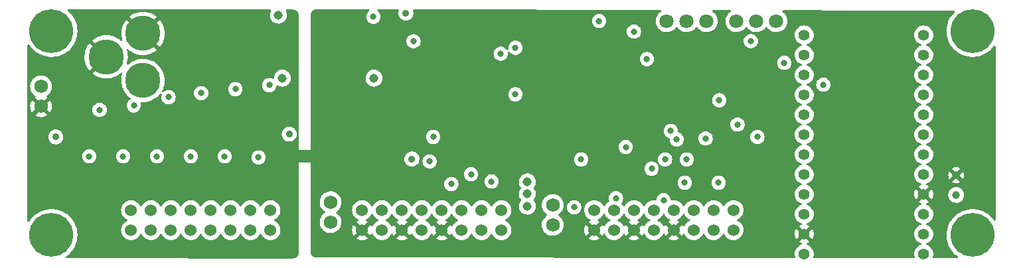
<source format=gbr>
%TF.GenerationSoftware,KiCad,Pcbnew,(6.0.7-1)-1*%
%TF.CreationDate,2022-09-02T18:16:07-04:00*%
%TF.ProjectId,power_mini_evolver,706f7765-725f-46d6-996e-695f65766f6c,rev?*%
%TF.SameCoordinates,Original*%
%TF.FileFunction,Copper,L2,Inr*%
%TF.FilePolarity,Positive*%
%FSLAX46Y46*%
G04 Gerber Fmt 4.6, Leading zero omitted, Abs format (unit mm)*
G04 Created by KiCad (PCBNEW (6.0.7-1)-1) date 2022-09-02 18:16:07*
%MOMM*%
%LPD*%
G01*
G04 APERTURE LIST*
%TA.AperFunction,ComponentPad*%
%ADD10C,1.800000*%
%TD*%
%TA.AperFunction,ComponentPad*%
%ADD11C,1.397000*%
%TD*%
%TA.AperFunction,ComponentPad*%
%ADD12C,1.000000*%
%TD*%
%TA.AperFunction,ComponentPad*%
%ADD13C,4.500000*%
%TD*%
%TA.AperFunction,ComponentPad*%
%ADD14C,1.750000*%
%TD*%
%TA.AperFunction,ComponentPad*%
%ADD15C,1.524000*%
%TD*%
%TA.AperFunction,ComponentPad*%
%ADD16C,5.600000*%
%TD*%
%TA.AperFunction,ViaPad*%
%ADD17C,1.143000*%
%TD*%
%TA.AperFunction,ViaPad*%
%ADD18C,0.889000*%
%TD*%
%TA.AperFunction,ViaPad*%
%ADD19C,0.800000*%
%TD*%
G04 APERTURE END LIST*
D10*
%TO.N,/OD135-1*%
%TO.C,JP2*%
X167386000Y-81280000D03*
%TO.N,/OD-1*%
X169926000Y-81280000D03*
%TO.N,/OD90-1*%
X172466000Y-81280000D03*
%TD*%
D11*
%TO.N,/9*%
%TO.C,P1*%
X200152000Y-83058000D03*
%TO.N,/8*%
X200152000Y-85598000D03*
%TO.N,/7*%
X200152000Y-88138000D03*
%TO.N,/6*%
X200152000Y-90678000D03*
%TO.N,/5*%
X200152000Y-93218000D03*
%TO.N,/4*%
X200152000Y-95758000D03*
%TO.N,/3*%
X200152000Y-98298000D03*
%TO.N,GND*%
X200152000Y-103378000D03*
%TO.N,Net-(C15-Pad1)*%
X200152000Y-105918000D03*
%TO.N,unconnected-(P1-Pad3)*%
X200152000Y-108458000D03*
%TO.N,unconnected-(P1-Pad1)*%
X200152000Y-110998000D03*
%TO.N,/2*%
X200152000Y-100838000D03*
%TO.N,/A3*%
X184912000Y-100838000D03*
%TO.N,+5V*%
X184912000Y-110998000D03*
%TO.N,GND*%
X184912000Y-108458000D03*
%TO.N,unconnected-(P1-Pad6)*%
X184912000Y-105918000D03*
%TO.N,unconnected-(P1-Pad8)*%
X184912000Y-103378000D03*
%TO.N,/A2*%
X184912000Y-98298000D03*
%TO.N,/A1*%
X184912000Y-95758000D03*
%TO.N,/A0*%
X184912000Y-93218000D03*
%TO.N,/13*%
X184912000Y-90678000D03*
%TO.N,/12*%
X184912000Y-88138000D03*
%TO.N,/11*%
X184912000Y-85598000D03*
%TO.N,/10*%
X184912000Y-83058000D03*
%TD*%
D12*
%TO.N,GND*%
%TO.C,C15*%
X204292200Y-100959600D03*
%TO.N,Net-(C15-Pad1)*%
X204292200Y-103459600D03*
%TD*%
D13*
%TO.N,GND*%
%TO.C,CON1*%
X95884000Y-85852000D03*
X100584000Y-82852000D03*
%TO.N,+12V*%
X100584000Y-88852000D03*
%TD*%
D10*
%TO.N,/OD135-0*%
%TO.C,JP1*%
X176276000Y-81280000D03*
%TO.N,/OD-0*%
X178816000Y-81280000D03*
%TO.N,/OD90-0*%
X181356000Y-81280000D03*
%TD*%
D14*
%TO.N,/SPB-0*%
%TO.C,P5*%
X124510800Y-104394000D03*
%TO.N,/SPB+0*%
X124510800Y-106934000D03*
%TD*%
%TO.N,/SPB-1*%
%TO.C,P6*%
X152831800Y-104749600D03*
%TO.N,/SPB+1*%
X152831800Y-107289600D03*
%TD*%
D15*
%TO.N,GND*%
%TO.C,P2*%
X128524000Y-107950000D03*
%TO.N,/OD135-0*%
X128524000Y-105410000D03*
%TO.N,/SPB+0*%
X131064000Y-107950000D03*
%TO.N,/SPB-0*%
X131064000Y-105410000D03*
%TO.N,GND*%
X133604000Y-107950000D03*
%TO.N,/OD90-0*%
X133604000Y-105410000D03*
%TO.N,+5V*%
X136144000Y-107950000D03*
%TO.N,/LED-0*%
X136144000Y-105410000D03*
%TO.N,GND*%
X138684000Y-107950000D03*
%TO.N,/TS-0*%
X138684000Y-105410000D03*
%TO.N,+12V*%
X141224000Y-107950000D03*
%TO.N,/HTR-0*%
X141224000Y-105410000D03*
%TO.N,unconnected-(P2-Pad13)*%
X143764000Y-107950000D03*
%TO.N,unconnected-(P2-Pad14)*%
X143764000Y-105410000D03*
%TO.N,+12V*%
X146304000Y-107950000D03*
%TO.N,/FAN-0*%
X146304000Y-105410000D03*
%TD*%
%TO.N,/FAN-1*%
%TO.C,P3*%
X175895000Y-105410000D03*
%TO.N,+12V*%
X175895000Y-107950000D03*
%TO.N,unconnected-(P3-Pad14)*%
X173355000Y-105410000D03*
%TO.N,unconnected-(P3-Pad13)*%
X173355000Y-107950000D03*
%TO.N,/HTR-1*%
X170815000Y-105410000D03*
%TO.N,+12V*%
X170815000Y-107950000D03*
%TO.N,/TS-1*%
X168275000Y-105410000D03*
%TO.N,GND*%
X168275000Y-107950000D03*
%TO.N,/LED-1*%
X165735000Y-105410000D03*
%TO.N,+5V*%
X165735000Y-107950000D03*
%TO.N,/OD90-1*%
X163195000Y-105410000D03*
%TO.N,GND*%
X163195000Y-107950000D03*
%TO.N,/SPB-1*%
X160655000Y-105410000D03*
%TO.N,/SPB+1*%
X160655000Y-107950000D03*
%TO.N,/OD135-1*%
X158115000Y-105410000D03*
%TO.N,GND*%
X158115000Y-107950000D03*
%TD*%
%TO.N,+12V*%
%TO.C,P4*%
X99060000Y-107950000D03*
%TO.N,/P-0*%
X99060000Y-105410000D03*
%TO.N,+12V*%
X101600000Y-107950000D03*
%TO.N,/P-1*%
X101600000Y-105410000D03*
%TO.N,+12V*%
X104140000Y-107950000D03*
%TO.N,/P-2*%
X104140000Y-105410000D03*
%TO.N,+12V*%
X106680000Y-107950000D03*
%TO.N,/P-3*%
X106680000Y-105410000D03*
%TO.N,+12V*%
X109220000Y-107950000D03*
%TO.N,/P-4*%
X109220000Y-105410000D03*
%TO.N,+12V*%
X111760000Y-107950000D03*
%TO.N,/P-5*%
X111760000Y-105410000D03*
%TO.N,unconnected-(P4-Pad13)*%
X114300000Y-107950000D03*
%TO.N,unconnected-(P4-Pad14)*%
X114300000Y-105410000D03*
%TO.N,unconnected-(P4-Pad15)*%
X116840000Y-107950000D03*
%TO.N,unconnected-(P4-Pad16)*%
X116840000Y-105410000D03*
%TD*%
D16*
%TO.N,unconnected-(H1-Pad1)*%
%TO.C,H1*%
X88900000Y-108585000D03*
%TD*%
%TO.N,unconnected-(H2-Pad1)*%
%TO.C,H2*%
X88900000Y-82550000D03*
%TD*%
%TO.N,unconnected-(H3-Pad1)*%
%TO.C,H3*%
X206375000Y-82550000D03*
%TD*%
%TO.N,unconnected-(H4-Pad1)*%
%TO.C,H4*%
X206375000Y-108585000D03*
%TD*%
D14*
%TO.N,+12V*%
%TO.C,P7*%
X87579200Y-89611200D03*
%TO.N,GND*%
X87579200Y-92151200D03*
%TD*%
D17*
%TO.N,+5V*%
X149606000Y-101803200D03*
X149606000Y-104902000D03*
D18*
%TO.N,GND*%
X109474000Y-95504000D03*
X89408000Y-100939600D03*
%TO.N,+12V*%
X89458800Y-96062800D03*
%TO.N,GND*%
X119227600Y-100634800D03*
%TO.N,+12V*%
X119227600Y-95707200D03*
%TO.N,GND*%
X174447200Y-98976999D03*
D17*
%TO.N,+5V*%
X149606000Y-103327200D03*
D19*
%TO.N,+3V3*%
X169926000Y-98932499D03*
X172339000Y-96266000D03*
X178943000Y-96057001D03*
%TO.N,GND*%
X182372000Y-88519000D03*
%TO.N,/TS-0*%
X168656000Y-96393000D03*
%TO.N,/TS-1*%
X176403000Y-94488000D03*
%TO.N,GND*%
X166243000Y-94996000D03*
X181102000Y-95250000D03*
X166624000Y-90633330D03*
%TO.N,+3V3*%
X182372000Y-86614000D03*
X178102717Y-83827692D03*
%TO.N,GND*%
X183134000Y-82296000D03*
%TO.N,+3V3*%
X164846000Y-86130899D03*
%TO.N,GND*%
X174498000Y-81788000D03*
%TO.N,/9*%
X148082000Y-84681899D03*
X148082000Y-90633330D03*
D18*
%TO.N,GND*%
X170180000Y-83820000D03*
D19*
%TO.N,+3V3*%
X129964200Y-80721200D03*
X174066200Y-91389200D03*
%TO.N,/TS-0*%
X137591800Y-96062800D03*
D18*
%TO.N,/OD135-0*%
X134112000Y-80264000D03*
D17*
%TO.N,+5V*%
X117856000Y-80518000D03*
%TO.N,+12V*%
X118364000Y-88562800D03*
D18*
%TO.N,GND*%
X119888000Y-84836000D03*
X132842000Y-84836000D03*
D17*
%TO.N,+5V*%
X130048000Y-88562800D03*
%TO.N,GND*%
X126746000Y-88392000D03*
X126746000Y-81280000D03*
X126746000Y-84836000D03*
X123698000Y-88392000D03*
X123698000Y-81280000D03*
X105664000Y-88900000D03*
X105664000Y-81026000D03*
X105664000Y-84836000D03*
D18*
X92202000Y-95504000D03*
X96520000Y-95504000D03*
X100838000Y-95504000D03*
X105156000Y-95504000D03*
X113792000Y-95504000D03*
D19*
X133502400Y-93472000D03*
X138582400Y-93472000D03*
X143459200Y-93472000D03*
X159461200Y-99009200D03*
X163982400Y-99009200D03*
X177190400Y-99110800D03*
X173736000Y-88696800D03*
%TO.N,+12V*%
X93726000Y-98552000D03*
X98044000Y-98552000D03*
X102362000Y-98552000D03*
X106680000Y-98552000D03*
X110998000Y-98552000D03*
X115316000Y-98679000D03*
X145034000Y-101752400D03*
X169672000Y-101904800D03*
X173990000Y-101904800D03*
X139903200Y-102082600D03*
%TO.N,/A3*%
X165455600Y-100113000D03*
D18*
%TO.N,+5V*%
X134874000Y-98882200D03*
D19*
X156464000Y-98933000D03*
X155575000Y-105047999D03*
%TO.N,/HTR-1*%
X166979600Y-104140000D03*
%TO.N,/LED-1*%
X160909000Y-103886000D03*
%TO.N,/OD90-0*%
X135077200Y-83845400D03*
%TO.N,/OD90-1*%
X163195000Y-82626200D03*
%TO.N,/OD135-1*%
X158750000Y-81280000D03*
%TO.N,/10*%
X112369600Y-89966800D03*
X187350400Y-89408000D03*
%TO.N,/11*%
X146202400Y-85445600D03*
%TO.N,/12*%
X116687600Y-89458800D03*
%TO.N,/2*%
X142417800Y-100838000D03*
%TO.N,/3*%
X167169000Y-98932999D03*
%TO.N,/4*%
X137132399Y-99187000D03*
%TO.N,/5*%
X162153600Y-97358200D03*
%TO.N,/6*%
X95046800Y-92608400D03*
%TO.N,/7*%
X99415600Y-92049600D03*
%TO.N,/8*%
X103835200Y-90982800D03*
%TO.N,/9*%
X108000800Y-90474800D03*
%TO.N,/TS-1*%
X167894000Y-95300800D03*
%TD*%
%TA.AperFunction,Conductor*%
%TO.N,GND*%
G36*
X129335902Y-79773188D02*
G01*
X129403974Y-79793348D01*
X129450342Y-79847111D01*
X129460282Y-79917409D01*
X129430639Y-79981921D01*
X129409669Y-80001122D01*
X129358293Y-80038449D01*
X129358288Y-80038454D01*
X129352947Y-80042334D01*
X129348526Y-80047244D01*
X129348525Y-80047245D01*
X129284017Y-80118889D01*
X129225160Y-80184256D01*
X129129673Y-80349644D01*
X129070658Y-80531272D01*
X129069968Y-80537833D01*
X129069968Y-80537835D01*
X129059040Y-80641814D01*
X129050696Y-80721200D01*
X129051386Y-80727765D01*
X129061557Y-80824533D01*
X129070658Y-80911128D01*
X129129673Y-81092756D01*
X129225160Y-81258144D01*
X129229578Y-81263051D01*
X129229579Y-81263052D01*
X129307004Y-81349041D01*
X129352947Y-81400066D01*
X129440070Y-81463365D01*
X129465374Y-81481749D01*
X129507448Y-81512318D01*
X129513476Y-81515002D01*
X129513478Y-81515003D01*
X129656480Y-81578671D01*
X129681912Y-81589994D01*
X129775313Y-81609847D01*
X129862256Y-81628328D01*
X129862261Y-81628328D01*
X129868713Y-81629700D01*
X130059687Y-81629700D01*
X130066139Y-81628328D01*
X130066144Y-81628328D01*
X130153087Y-81609847D01*
X130246488Y-81589994D01*
X130271920Y-81578671D01*
X130414922Y-81515003D01*
X130414924Y-81515002D01*
X130420952Y-81512318D01*
X130463027Y-81481749D01*
X130488330Y-81463365D01*
X130575453Y-81400066D01*
X130621396Y-81349041D01*
X130683561Y-81280000D01*
X157836496Y-81280000D01*
X157856458Y-81469928D01*
X157915473Y-81651556D01*
X158010960Y-81816944D01*
X158015378Y-81821851D01*
X158015379Y-81821852D01*
X158132785Y-81952245D01*
X158138747Y-81958866D01*
X158199875Y-82003278D01*
X158267696Y-82052553D01*
X158293248Y-82071118D01*
X158299276Y-82073802D01*
X158299278Y-82073803D01*
X158433920Y-82133749D01*
X158467712Y-82148794D01*
X158561112Y-82168647D01*
X158648056Y-82187128D01*
X158648061Y-82187128D01*
X158654513Y-82188500D01*
X158845487Y-82188500D01*
X158851939Y-82187128D01*
X158851944Y-82187128D01*
X158938887Y-82168647D01*
X159032288Y-82148794D01*
X159066080Y-82133749D01*
X159200722Y-82073803D01*
X159200724Y-82073802D01*
X159206752Y-82071118D01*
X159232305Y-82052553D01*
X159300125Y-82003278D01*
X159361253Y-81958866D01*
X159367215Y-81952245D01*
X159484621Y-81821852D01*
X159484622Y-81821851D01*
X159489040Y-81816944D01*
X159584527Y-81651556D01*
X159643542Y-81469928D01*
X159663504Y-81280000D01*
X159657345Y-81221401D01*
X159644232Y-81096635D01*
X159644232Y-81096633D01*
X159643542Y-81090072D01*
X159584527Y-80908444D01*
X159489040Y-80743056D01*
X159422752Y-80669435D01*
X159365675Y-80606045D01*
X159365674Y-80606044D01*
X159361253Y-80601134D01*
X159240417Y-80513341D01*
X159212094Y-80492763D01*
X159212093Y-80492762D01*
X159206752Y-80488882D01*
X159200724Y-80486198D01*
X159200722Y-80486197D01*
X159038319Y-80413891D01*
X159038318Y-80413891D01*
X159032288Y-80411206D01*
X158935176Y-80390564D01*
X158851944Y-80372872D01*
X158851939Y-80372872D01*
X158845487Y-80371500D01*
X158654513Y-80371500D01*
X158648061Y-80372872D01*
X158648056Y-80372872D01*
X158564824Y-80390564D01*
X158467712Y-80411206D01*
X158461682Y-80413891D01*
X158461681Y-80413891D01*
X158299278Y-80486197D01*
X158299276Y-80486198D01*
X158293248Y-80488882D01*
X158287907Y-80492762D01*
X158287906Y-80492763D01*
X158259583Y-80513341D01*
X158138747Y-80601134D01*
X158134326Y-80606044D01*
X158134325Y-80606045D01*
X158077249Y-80669435D01*
X158010960Y-80743056D01*
X157915473Y-80908444D01*
X157856458Y-81090072D01*
X157855768Y-81096633D01*
X157855768Y-81096635D01*
X157842655Y-81221401D01*
X157836496Y-81280000D01*
X130683561Y-81280000D01*
X130698821Y-81263052D01*
X130698822Y-81263051D01*
X130703240Y-81258144D01*
X130798727Y-81092756D01*
X130857742Y-80911128D01*
X130866844Y-80824533D01*
X130877014Y-80727765D01*
X130877704Y-80721200D01*
X130869360Y-80641814D01*
X130858432Y-80537835D01*
X130858432Y-80537833D01*
X130857742Y-80531272D01*
X130798727Y-80349644D01*
X130703240Y-80184256D01*
X130644384Y-80118889D01*
X130579875Y-80047245D01*
X130579874Y-80047244D01*
X130575453Y-80042334D01*
X130570112Y-80038454D01*
X130570107Y-80038449D01*
X130522768Y-80004055D01*
X130479415Y-79947833D01*
X130473340Y-79877096D01*
X130506472Y-79814305D01*
X130568293Y-79779394D01*
X130597118Y-79776121D01*
X133093218Y-79781925D01*
X133161290Y-79802086D01*
X133207658Y-79855849D01*
X133217598Y-79926147D01*
X133213025Y-79946024D01*
X133187417Y-80026750D01*
X133175315Y-80064901D01*
X133154482Y-80250630D01*
X133154998Y-80256774D01*
X133168509Y-80417665D01*
X133170121Y-80436867D01*
X133221636Y-80616520D01*
X133307064Y-80782746D01*
X133310887Y-80787570D01*
X133310890Y-80787574D01*
X133345133Y-80830777D01*
X133423152Y-80929212D01*
X133427846Y-80933207D01*
X133558210Y-81044156D01*
X133565478Y-81050342D01*
X133728621Y-81141519D01*
X133906367Y-81199272D01*
X134091945Y-81221401D01*
X134098080Y-81220929D01*
X134098082Y-81220929D01*
X134154119Y-81216617D01*
X134278287Y-81207063D01*
X134458296Y-81156804D01*
X134463785Y-81154031D01*
X134463791Y-81154029D01*
X134541159Y-81114947D01*
X134625114Y-81072538D01*
X134648435Y-81054318D01*
X134691974Y-81020301D01*
X134772387Y-80957475D01*
X134776413Y-80952811D01*
X134776416Y-80952808D01*
X134890480Y-80820663D01*
X134894507Y-80815998D01*
X134986821Y-80653495D01*
X135001091Y-80610600D01*
X135016218Y-80565126D01*
X135045814Y-80476157D01*
X135058862Y-80372872D01*
X135068796Y-80294241D01*
X135068797Y-80294232D01*
X135069238Y-80290738D01*
X135069611Y-80264000D01*
X135051373Y-80077999D01*
X135047419Y-80064901D01*
X135025069Y-79990876D01*
X135012452Y-79949087D01*
X135011911Y-79878094D01*
X135049838Y-79818077D01*
X135114193Y-79788093D01*
X135133367Y-79786670D01*
X166554249Y-79859742D01*
X166622323Y-79879903D01*
X166668691Y-79933666D01*
X166678631Y-80003964D01*
X166648988Y-80068476D01*
X166629609Y-80086502D01*
X166505950Y-80179348D01*
X166447655Y-80223117D01*
X166444083Y-80226855D01*
X166300355Y-80377258D01*
X166287639Y-80390564D01*
X166284730Y-80394829D01*
X166284724Y-80394837D01*
X166211348Y-80502402D01*
X166157119Y-80581899D01*
X166059602Y-80791981D01*
X165997707Y-81015169D01*
X165973095Y-81245469D01*
X165973392Y-81250622D01*
X165973392Y-81250625D01*
X165985658Y-81463365D01*
X165986427Y-81476697D01*
X165987564Y-81481743D01*
X165987565Y-81481749D01*
X166011960Y-81589994D01*
X166037346Y-81702642D01*
X166039288Y-81707424D01*
X166039289Y-81707428D01*
X166095910Y-81846868D01*
X166124484Y-81917237D01*
X166245501Y-82114719D01*
X166397147Y-82289784D01*
X166575349Y-82437730D01*
X166775322Y-82554584D01*
X166991694Y-82637209D01*
X166996760Y-82638240D01*
X166996761Y-82638240D01*
X166998644Y-82638623D01*
X167218656Y-82683385D01*
X167349324Y-82688176D01*
X167444949Y-82691683D01*
X167444953Y-82691683D01*
X167450113Y-82691872D01*
X167455233Y-82691216D01*
X167455235Y-82691216D01*
X167528270Y-82681860D01*
X167679847Y-82662442D01*
X167684795Y-82660957D01*
X167684802Y-82660956D01*
X167896747Y-82597369D01*
X167901690Y-82595886D01*
X167982236Y-82556427D01*
X168105049Y-82496262D01*
X168105052Y-82496260D01*
X168109684Y-82493991D01*
X168298243Y-82359494D01*
X168462303Y-82196005D01*
X168465319Y-82191808D01*
X168465326Y-82191800D01*
X168552960Y-82069844D01*
X168608954Y-82026196D01*
X168679658Y-82019750D01*
X168742622Y-82052553D01*
X168762715Y-82077536D01*
X168782800Y-82110313D01*
X168782804Y-82110318D01*
X168785501Y-82114719D01*
X168937147Y-82289784D01*
X169115349Y-82437730D01*
X169315322Y-82554584D01*
X169531694Y-82637209D01*
X169536760Y-82638240D01*
X169536761Y-82638240D01*
X169538644Y-82638623D01*
X169758656Y-82683385D01*
X169889324Y-82688176D01*
X169984949Y-82691683D01*
X169984953Y-82691683D01*
X169990113Y-82691872D01*
X169995233Y-82691216D01*
X169995235Y-82691216D01*
X170068270Y-82681860D01*
X170219847Y-82662442D01*
X170224795Y-82660957D01*
X170224802Y-82660956D01*
X170436747Y-82597369D01*
X170441690Y-82595886D01*
X170522236Y-82556427D01*
X170645049Y-82496262D01*
X170645052Y-82496260D01*
X170649684Y-82493991D01*
X170838243Y-82359494D01*
X171002303Y-82196005D01*
X171005319Y-82191808D01*
X171005326Y-82191800D01*
X171092960Y-82069844D01*
X171148954Y-82026196D01*
X171219658Y-82019750D01*
X171282622Y-82052553D01*
X171302715Y-82077536D01*
X171322800Y-82110313D01*
X171322804Y-82110318D01*
X171325501Y-82114719D01*
X171477147Y-82289784D01*
X171655349Y-82437730D01*
X171855322Y-82554584D01*
X172071694Y-82637209D01*
X172076760Y-82638240D01*
X172076761Y-82638240D01*
X172078644Y-82638623D01*
X172298656Y-82683385D01*
X172429324Y-82688176D01*
X172524949Y-82691683D01*
X172524953Y-82691683D01*
X172530113Y-82691872D01*
X172535233Y-82691216D01*
X172535235Y-82691216D01*
X172608270Y-82681860D01*
X172759847Y-82662442D01*
X172764795Y-82660957D01*
X172764802Y-82660956D01*
X172976747Y-82597369D01*
X172981690Y-82595886D01*
X173062236Y-82556427D01*
X173185049Y-82496262D01*
X173185052Y-82496260D01*
X173189684Y-82493991D01*
X173378243Y-82359494D01*
X173542303Y-82196005D01*
X173677458Y-82007917D01*
X173699782Y-81962749D01*
X173777784Y-81804922D01*
X173777785Y-81804920D01*
X173780078Y-81800280D01*
X173847408Y-81578671D01*
X173877640Y-81349041D01*
X173879327Y-81280000D01*
X173869478Y-81160205D01*
X173860773Y-81054318D01*
X173860772Y-81054312D01*
X173860349Y-81049167D01*
X173824028Y-80904565D01*
X173805184Y-80829544D01*
X173805183Y-80829540D01*
X173803925Y-80824533D01*
X173797885Y-80810641D01*
X173713630Y-80616868D01*
X173713628Y-80616865D01*
X173711570Y-80612131D01*
X173585764Y-80417665D01*
X173578639Y-80409834D01*
X173473457Y-80294241D01*
X173429887Y-80246358D01*
X173425836Y-80243159D01*
X173425832Y-80243155D01*
X173248123Y-80102810D01*
X173248918Y-80101803D01*
X173207137Y-80052073D01*
X173198105Y-79981653D01*
X173228579Y-79917529D01*
X173288883Y-79880060D01*
X173322828Y-79875483D01*
X174764336Y-79878835D01*
X175416800Y-79880352D01*
X175484873Y-79900513D01*
X175531241Y-79954276D01*
X175541181Y-80024574D01*
X175511538Y-80089086D01*
X175492159Y-80107112D01*
X175395950Y-80179348D01*
X175337655Y-80223117D01*
X175334083Y-80226855D01*
X175190355Y-80377258D01*
X175177639Y-80390564D01*
X175174730Y-80394829D01*
X175174724Y-80394837D01*
X175101348Y-80502402D01*
X175047119Y-80581899D01*
X174949602Y-80791981D01*
X174887707Y-81015169D01*
X174863095Y-81245469D01*
X174863392Y-81250622D01*
X174863392Y-81250625D01*
X174875658Y-81463365D01*
X174876427Y-81476697D01*
X174877564Y-81481743D01*
X174877565Y-81481749D01*
X174901960Y-81589994D01*
X174927346Y-81702642D01*
X174929288Y-81707424D01*
X174929289Y-81707428D01*
X174985910Y-81846868D01*
X175014484Y-81917237D01*
X175135501Y-82114719D01*
X175287147Y-82289784D01*
X175465349Y-82437730D01*
X175665322Y-82554584D01*
X175881694Y-82637209D01*
X175886760Y-82638240D01*
X175886761Y-82638240D01*
X175888644Y-82638623D01*
X176108656Y-82683385D01*
X176239324Y-82688176D01*
X176334949Y-82691683D01*
X176334953Y-82691683D01*
X176340113Y-82691872D01*
X176345233Y-82691216D01*
X176345235Y-82691216D01*
X176418270Y-82681860D01*
X176569847Y-82662442D01*
X176574795Y-82660957D01*
X176574802Y-82660956D01*
X176786747Y-82597369D01*
X176791690Y-82595886D01*
X176872236Y-82556427D01*
X176995049Y-82496262D01*
X176995052Y-82496260D01*
X176999684Y-82493991D01*
X177188243Y-82359494D01*
X177352303Y-82196005D01*
X177355319Y-82191808D01*
X177355326Y-82191800D01*
X177442960Y-82069844D01*
X177498954Y-82026196D01*
X177569658Y-82019750D01*
X177632622Y-82052553D01*
X177652715Y-82077536D01*
X177672800Y-82110313D01*
X177672804Y-82110318D01*
X177675501Y-82114719D01*
X177827147Y-82289784D01*
X178005349Y-82437730D01*
X178205322Y-82554584D01*
X178421694Y-82637209D01*
X178426760Y-82638240D01*
X178426761Y-82638240D01*
X178428644Y-82638623D01*
X178648656Y-82683385D01*
X178779324Y-82688176D01*
X178874949Y-82691683D01*
X178874953Y-82691683D01*
X178880113Y-82691872D01*
X178885233Y-82691216D01*
X178885235Y-82691216D01*
X178958270Y-82681860D01*
X179109847Y-82662442D01*
X179114795Y-82660957D01*
X179114802Y-82660956D01*
X179326747Y-82597369D01*
X179331690Y-82595886D01*
X179412236Y-82556427D01*
X179535049Y-82496262D01*
X179535052Y-82496260D01*
X179539684Y-82493991D01*
X179728243Y-82359494D01*
X179892303Y-82196005D01*
X179895319Y-82191808D01*
X179895326Y-82191800D01*
X179982960Y-82069844D01*
X180038954Y-82026196D01*
X180109658Y-82019750D01*
X180172622Y-82052553D01*
X180192715Y-82077536D01*
X180212800Y-82110313D01*
X180212804Y-82110318D01*
X180215501Y-82114719D01*
X180367147Y-82289784D01*
X180545349Y-82437730D01*
X180745322Y-82554584D01*
X180961694Y-82637209D01*
X180966760Y-82638240D01*
X180966761Y-82638240D01*
X180968644Y-82638623D01*
X181188656Y-82683385D01*
X181319324Y-82688176D01*
X181414949Y-82691683D01*
X181414953Y-82691683D01*
X181420113Y-82691872D01*
X181425233Y-82691216D01*
X181425235Y-82691216D01*
X181498270Y-82681860D01*
X181649847Y-82662442D01*
X181654795Y-82660957D01*
X181654802Y-82660956D01*
X181866747Y-82597369D01*
X181871690Y-82595886D01*
X181952236Y-82556427D01*
X182075049Y-82496262D01*
X182075052Y-82496260D01*
X182079684Y-82493991D01*
X182268243Y-82359494D01*
X182432303Y-82196005D01*
X182567458Y-82007917D01*
X182589782Y-81962749D01*
X182667784Y-81804922D01*
X182667785Y-81804920D01*
X182670078Y-81800280D01*
X182737408Y-81578671D01*
X182767640Y-81349041D01*
X182769327Y-81280000D01*
X182759478Y-81160205D01*
X182750773Y-81054318D01*
X182750772Y-81054312D01*
X182750349Y-81049167D01*
X182714028Y-80904565D01*
X182695184Y-80829544D01*
X182695183Y-80829540D01*
X182693925Y-80824533D01*
X182687885Y-80810641D01*
X182603630Y-80616868D01*
X182603628Y-80616865D01*
X182601570Y-80612131D01*
X182475764Y-80417665D01*
X182468639Y-80409834D01*
X182363457Y-80294241D01*
X182319887Y-80246358D01*
X182315836Y-80243159D01*
X182315832Y-80243155D01*
X182204904Y-80155550D01*
X182161282Y-80121100D01*
X182120220Y-80063184D01*
X182116988Y-79992261D01*
X182152613Y-79930850D01*
X182215784Y-79898447D01*
X182239665Y-79896219D01*
X192156948Y-79919283D01*
X203996117Y-79946816D01*
X204064191Y-79966977D01*
X204110559Y-80020740D01*
X204120499Y-80091038D01*
X204090856Y-80155550D01*
X204082240Y-80164512D01*
X203975559Y-80265043D01*
X203973347Y-80267633D01*
X203973345Y-80267635D01*
X203914874Y-80336096D01*
X203742819Y-80537546D01*
X203740900Y-80540358D01*
X203740897Y-80540363D01*
X203649376Y-80674529D01*
X203540871Y-80833591D01*
X203372077Y-81149714D01*
X203238411Y-81482218D01*
X203237491Y-81485492D01*
X203237489Y-81485497D01*
X203145931Y-81811226D01*
X203141437Y-81827213D01*
X203140875Y-81830570D01*
X203140875Y-81830571D01*
X203094063Y-82110313D01*
X203082290Y-82180663D01*
X203061661Y-82538434D01*
X203061833Y-82541829D01*
X203061833Y-82541830D01*
X203066107Y-82626200D01*
X203079792Y-82896340D01*
X203080329Y-82899695D01*
X203080330Y-82899701D01*
X203119582Y-83144757D01*
X203136470Y-83250195D01*
X203231033Y-83595859D01*
X203362374Y-83929288D01*
X203363957Y-83932303D01*
X203516408Y-84222679D01*
X203528957Y-84246582D01*
X203530858Y-84249411D01*
X203530864Y-84249421D01*
X203653786Y-84432347D01*
X203728834Y-84544029D01*
X203959665Y-84818150D01*
X204218751Y-85065738D01*
X204503061Y-85283897D01*
X204535056Y-85303350D01*
X204806355Y-85468303D01*
X204806360Y-85468306D01*
X204809270Y-85470075D01*
X204812358Y-85471521D01*
X204812357Y-85471521D01*
X205130710Y-85620649D01*
X205130720Y-85620653D01*
X205133794Y-85622093D01*
X205137012Y-85623195D01*
X205137015Y-85623196D01*
X205469615Y-85737071D01*
X205469623Y-85737073D01*
X205472838Y-85738174D01*
X205822435Y-85816959D01*
X205874421Y-85822882D01*
X206175114Y-85857142D01*
X206175122Y-85857142D01*
X206178497Y-85857527D01*
X206181901Y-85857545D01*
X206181904Y-85857545D01*
X206376227Y-85858562D01*
X206536857Y-85859403D01*
X206540243Y-85859053D01*
X206540245Y-85859053D01*
X206889932Y-85822917D01*
X206889941Y-85822916D01*
X206893324Y-85822566D01*
X206896657Y-85821852D01*
X206896660Y-85821851D01*
X207069186Y-85784864D01*
X207243727Y-85747446D01*
X207583968Y-85634922D01*
X207910066Y-85486311D01*
X208076304Y-85387606D01*
X208215262Y-85305099D01*
X208215267Y-85305096D01*
X208218207Y-85303350D01*
X208274968Y-85260733D01*
X208326023Y-85222399D01*
X208504786Y-85088180D01*
X208766451Y-84843319D01*
X208962897Y-84614929D01*
X208997914Y-84574218D01*
X209000140Y-84571630D01*
X209091560Y-84438613D01*
X209146628Y-84393802D01*
X209217181Y-84385877D01*
X209280819Y-84417354D01*
X209317336Y-84478239D01*
X209321400Y-84509980D01*
X209321400Y-106624649D01*
X209301398Y-106692770D01*
X209247742Y-106739263D01*
X209177468Y-106749367D01*
X209112888Y-106719873D01*
X209091064Y-106695289D01*
X209049288Y-106633585D01*
X209014190Y-106581746D01*
X208965053Y-106523805D01*
X208802725Y-106332395D01*
X208782403Y-106308432D01*
X208522454Y-106061750D01*
X208288442Y-105883481D01*
X208240091Y-105846647D01*
X208240089Y-105846646D01*
X208237384Y-105844585D01*
X208234472Y-105842828D01*
X208234467Y-105842825D01*
X207933443Y-105661236D01*
X207933437Y-105661233D01*
X207930528Y-105659478D01*
X207631723Y-105520777D01*
X207608571Y-105510030D01*
X207608569Y-105510029D01*
X207605475Y-105508593D01*
X207415567Y-105444313D01*
X207269255Y-105394789D01*
X207269250Y-105394788D01*
X207266028Y-105393697D01*
X207060775Y-105348193D01*
X206919493Y-105316871D01*
X206919487Y-105316870D01*
X206916158Y-105316132D01*
X206912769Y-105315758D01*
X206912764Y-105315757D01*
X206563338Y-105277180D01*
X206563333Y-105277180D01*
X206559957Y-105276807D01*
X206556558Y-105276801D01*
X206556557Y-105276801D01*
X206387080Y-105276505D01*
X206201592Y-105276182D01*
X206088413Y-105288277D01*
X205848639Y-105313901D01*
X205848631Y-105313902D01*
X205845256Y-105314263D01*
X205495117Y-105390606D01*
X205155271Y-105504317D01*
X205152178Y-105505739D01*
X205152177Y-105505740D01*
X205091201Y-105533786D01*
X204829694Y-105654066D01*
X204826760Y-105655822D01*
X204826758Y-105655823D01*
X204569257Y-105809934D01*
X204522193Y-105838101D01*
X204519467Y-105840163D01*
X204519465Y-105840164D01*
X204239124Y-106052185D01*
X204236367Y-106054270D01*
X204233882Y-106056612D01*
X204233877Y-106056616D01*
X204157386Y-106128698D01*
X203975559Y-106300043D01*
X203742819Y-106572546D01*
X203740900Y-106575358D01*
X203740897Y-106575363D01*
X203679084Y-106665978D01*
X203540871Y-106868591D01*
X203372077Y-107184714D01*
X203238411Y-107517218D01*
X203237491Y-107520492D01*
X203237489Y-107520497D01*
X203142853Y-107857176D01*
X203141437Y-107862213D01*
X203140875Y-107865570D01*
X203140875Y-107865571D01*
X203082934Y-108211817D01*
X203082290Y-108215663D01*
X203061661Y-108573434D01*
X203079792Y-108931340D01*
X203080329Y-108934695D01*
X203080330Y-108934701D01*
X203108113Y-109108157D01*
X203136470Y-109285195D01*
X203231033Y-109630859D01*
X203362374Y-109964288D01*
X203528957Y-110281582D01*
X203530858Y-110284411D01*
X203530864Y-110284421D01*
X203657997Y-110473613D01*
X203728834Y-110579029D01*
X203959665Y-110853150D01*
X204218751Y-111100738D01*
X204481799Y-111302582D01*
X204523663Y-111359916D01*
X204527885Y-111430787D01*
X204493121Y-111492690D01*
X204430408Y-111525971D01*
X204405019Y-111528541D01*
X203392804Y-111527953D01*
X201424018Y-111526808D01*
X201355910Y-111506766D01*
X201309448Y-111453084D01*
X201299385Y-111382804D01*
X201302385Y-111368197D01*
X201343780Y-111213709D01*
X201343780Y-111213707D01*
X201345204Y-111208394D01*
X201363611Y-110998000D01*
X201345204Y-110787606D01*
X201340207Y-110768957D01*
X201291965Y-110588915D01*
X201291964Y-110588913D01*
X201290542Y-110583605D01*
X201201286Y-110392195D01*
X201080148Y-110219191D01*
X200930809Y-110069852D01*
X200926301Y-110066695D01*
X200926298Y-110066693D01*
X200762315Y-109951871D01*
X200762312Y-109951869D01*
X200757806Y-109948714D01*
X200752824Y-109946391D01*
X200752819Y-109946388D01*
X200571377Y-109861781D01*
X200571376Y-109861781D01*
X200566395Y-109859458D01*
X200561087Y-109858036D01*
X200561085Y-109858035D01*
X200530004Y-109849707D01*
X200469381Y-109812755D01*
X200438360Y-109748894D01*
X200446788Y-109678400D01*
X200491991Y-109623653D01*
X200530004Y-109606293D01*
X200561085Y-109597965D01*
X200561087Y-109597964D01*
X200566395Y-109596542D01*
X200571377Y-109594219D01*
X200752819Y-109509612D01*
X200752824Y-109509609D01*
X200757806Y-109507286D01*
X200762315Y-109504129D01*
X200926298Y-109389307D01*
X200926301Y-109389305D01*
X200930809Y-109386148D01*
X201080148Y-109236809D01*
X201201286Y-109063805D01*
X201204751Y-109056376D01*
X201288219Y-108877377D01*
X201288220Y-108877376D01*
X201290542Y-108872395D01*
X201318038Y-108769781D01*
X201343780Y-108673709D01*
X201343780Y-108673707D01*
X201345204Y-108668394D01*
X201363611Y-108458000D01*
X201345204Y-108247606D01*
X201335743Y-108212298D01*
X201291965Y-108048915D01*
X201291964Y-108048913D01*
X201290542Y-108043605D01*
X201272352Y-108004597D01*
X201203609Y-107857176D01*
X201203607Y-107857173D01*
X201201286Y-107852195D01*
X201080148Y-107679191D01*
X200930809Y-107529852D01*
X200926301Y-107526695D01*
X200926298Y-107526693D01*
X200762315Y-107411871D01*
X200762312Y-107411869D01*
X200757806Y-107408714D01*
X200752824Y-107406391D01*
X200752819Y-107406388D01*
X200571377Y-107321781D01*
X200571376Y-107321781D01*
X200566395Y-107319458D01*
X200561087Y-107318036D01*
X200561085Y-107318035D01*
X200530004Y-107309707D01*
X200469381Y-107272755D01*
X200438360Y-107208894D01*
X200446788Y-107138400D01*
X200491991Y-107083653D01*
X200530004Y-107066293D01*
X200561085Y-107057965D01*
X200561087Y-107057964D01*
X200566395Y-107056542D01*
X200571377Y-107054219D01*
X200752819Y-106969612D01*
X200752824Y-106969609D01*
X200757806Y-106967286D01*
X200800538Y-106937365D01*
X200926298Y-106849307D01*
X200926301Y-106849305D01*
X200930809Y-106846148D01*
X201080148Y-106696809D01*
X201201286Y-106523805D01*
X201237143Y-106446911D01*
X201288219Y-106337377D01*
X201288220Y-106337376D01*
X201290542Y-106332395D01*
X201296266Y-106311035D01*
X201343780Y-106133709D01*
X201343780Y-106133707D01*
X201345204Y-106128394D01*
X201363611Y-105918000D01*
X201345204Y-105707606D01*
X201343780Y-105702291D01*
X201291965Y-105508915D01*
X201291964Y-105508913D01*
X201290542Y-105503605D01*
X201272352Y-105464597D01*
X201203609Y-105317176D01*
X201203607Y-105317173D01*
X201201286Y-105312195D01*
X201080148Y-105139191D01*
X200930809Y-104989852D01*
X200926301Y-104986695D01*
X200926298Y-104986693D01*
X200762315Y-104871871D01*
X200762312Y-104871869D01*
X200757806Y-104868714D01*
X200752824Y-104866391D01*
X200752819Y-104866388D01*
X200571377Y-104781781D01*
X200571376Y-104781781D01*
X200566395Y-104779458D01*
X200561090Y-104778036D01*
X200561083Y-104778034D01*
X200534277Y-104770852D01*
X200526520Y-104768774D01*
X200465898Y-104731823D01*
X200434876Y-104667963D01*
X200443304Y-104597468D01*
X200488506Y-104542721D01*
X200518630Y-104527754D01*
X200639362Y-104486771D01*
X200649865Y-104482095D01*
X200792404Y-104402270D01*
X200802266Y-104392194D01*
X200799311Y-104384522D01*
X200164811Y-103750021D01*
X200150868Y-103742408D01*
X200149034Y-103742539D01*
X200142420Y-103746790D01*
X199510239Y-104378972D01*
X199504046Y-104390314D01*
X199513928Y-104402803D01*
X199569041Y-104439627D01*
X199579146Y-104445114D01*
X199772273Y-104528088D01*
X199776039Y-104529312D01*
X199834646Y-104569383D01*
X199862285Y-104634779D01*
X199850181Y-104704736D01*
X199802177Y-104757044D01*
X199769719Y-104770852D01*
X199742923Y-104778032D01*
X199742912Y-104778036D01*
X199737605Y-104779458D01*
X199732624Y-104781780D01*
X199732623Y-104781781D01*
X199551176Y-104866391D01*
X199551173Y-104866393D01*
X199546195Y-104868714D01*
X199373191Y-104989852D01*
X199223852Y-105139191D01*
X199102714Y-105312195D01*
X199100393Y-105317173D01*
X199100391Y-105317176D01*
X199031648Y-105464597D01*
X199013458Y-105503605D01*
X199012036Y-105508913D01*
X199012035Y-105508915D01*
X198960220Y-105702291D01*
X198958796Y-105707606D01*
X198940389Y-105918000D01*
X198958796Y-106128394D01*
X198960220Y-106133707D01*
X198960220Y-106133709D01*
X199007735Y-106311035D01*
X199013458Y-106332395D01*
X199015780Y-106337376D01*
X199015781Y-106337377D01*
X199066858Y-106446911D01*
X199102714Y-106523805D01*
X199223852Y-106696809D01*
X199373191Y-106846148D01*
X199377699Y-106849305D01*
X199377702Y-106849307D01*
X199503462Y-106937365D01*
X199546194Y-106967286D01*
X199551176Y-106969609D01*
X199551181Y-106969612D01*
X199732623Y-107054219D01*
X199737605Y-107056542D01*
X199742913Y-107057964D01*
X199742915Y-107057965D01*
X199773996Y-107066293D01*
X199834619Y-107103245D01*
X199865640Y-107167106D01*
X199857212Y-107237600D01*
X199812009Y-107292347D01*
X199773996Y-107309707D01*
X199742915Y-107318035D01*
X199742913Y-107318036D01*
X199737605Y-107319458D01*
X199732624Y-107321780D01*
X199732623Y-107321781D01*
X199551176Y-107406391D01*
X199551173Y-107406393D01*
X199546195Y-107408714D01*
X199373191Y-107529852D01*
X199223852Y-107679191D01*
X199102714Y-107852195D01*
X199100393Y-107857173D01*
X199100391Y-107857176D01*
X199031648Y-108004597D01*
X199013458Y-108043605D01*
X199012036Y-108048913D01*
X199012035Y-108048915D01*
X198968257Y-108212298D01*
X198958796Y-108247606D01*
X198940389Y-108458000D01*
X198958796Y-108668394D01*
X198960220Y-108673707D01*
X198960220Y-108673709D01*
X198985963Y-108769781D01*
X199013458Y-108872395D01*
X199015780Y-108877376D01*
X199015781Y-108877377D01*
X199099250Y-109056376D01*
X199102714Y-109063805D01*
X199223852Y-109236809D01*
X199373191Y-109386148D01*
X199377699Y-109389305D01*
X199377702Y-109389307D01*
X199541685Y-109504129D01*
X199546194Y-109507286D01*
X199551176Y-109509609D01*
X199551181Y-109509612D01*
X199732623Y-109594219D01*
X199737605Y-109596542D01*
X199742913Y-109597964D01*
X199742915Y-109597965D01*
X199773996Y-109606293D01*
X199834619Y-109643245D01*
X199865640Y-109707106D01*
X199857212Y-109777600D01*
X199812009Y-109832347D01*
X199773996Y-109849707D01*
X199742915Y-109858035D01*
X199742913Y-109858036D01*
X199737605Y-109859458D01*
X199732624Y-109861780D01*
X199732623Y-109861781D01*
X199551176Y-109946391D01*
X199551173Y-109946393D01*
X199546195Y-109948714D01*
X199373191Y-110069852D01*
X199223852Y-110219191D01*
X199102714Y-110392195D01*
X199013458Y-110583605D01*
X199012036Y-110588913D01*
X199012035Y-110588915D01*
X198963793Y-110768957D01*
X198958796Y-110787606D01*
X198940389Y-110998000D01*
X198958796Y-111208394D01*
X198960220Y-111213707D01*
X198960220Y-111213709D01*
X199001218Y-111366716D01*
X198999528Y-111437692D01*
X198959734Y-111496488D01*
X198894469Y-111524436D01*
X198879438Y-111525327D01*
X187344138Y-111518619D01*
X186186394Y-111517946D01*
X186118285Y-111497904D01*
X186071823Y-111444222D01*
X186061760Y-111373942D01*
X186064760Y-111359335D01*
X186103780Y-111213709D01*
X186103780Y-111213707D01*
X186105204Y-111208394D01*
X186123611Y-110998000D01*
X186105204Y-110787606D01*
X186100207Y-110768957D01*
X186051965Y-110588915D01*
X186051964Y-110588913D01*
X186050542Y-110583605D01*
X185961286Y-110392195D01*
X185840148Y-110219191D01*
X185690809Y-110069852D01*
X185686301Y-110066695D01*
X185686298Y-110066693D01*
X185522315Y-109951871D01*
X185522312Y-109951869D01*
X185517806Y-109948714D01*
X185512824Y-109946391D01*
X185512819Y-109946388D01*
X185331377Y-109861781D01*
X185331376Y-109861781D01*
X185326395Y-109859458D01*
X185321090Y-109858036D01*
X185321083Y-109858034D01*
X185294277Y-109850852D01*
X185286520Y-109848774D01*
X185225898Y-109811823D01*
X185194876Y-109747963D01*
X185203304Y-109677468D01*
X185248506Y-109622721D01*
X185278630Y-109607754D01*
X185399362Y-109566771D01*
X185409865Y-109562095D01*
X185552404Y-109482270D01*
X185562266Y-109472194D01*
X185559311Y-109464522D01*
X184924811Y-108830021D01*
X184910868Y-108822408D01*
X184909034Y-108822539D01*
X184902420Y-108826790D01*
X184270239Y-109458972D01*
X184264046Y-109470314D01*
X184273928Y-109482803D01*
X184329041Y-109519627D01*
X184339146Y-109525114D01*
X184532273Y-109608088D01*
X184536039Y-109609312D01*
X184594646Y-109649383D01*
X184622285Y-109714779D01*
X184610181Y-109784736D01*
X184562177Y-109837044D01*
X184529719Y-109850852D01*
X184502923Y-109858032D01*
X184502912Y-109858036D01*
X184497605Y-109859458D01*
X184492624Y-109861780D01*
X184492623Y-109861781D01*
X184311176Y-109946391D01*
X184311173Y-109946393D01*
X184306195Y-109948714D01*
X184133191Y-110069852D01*
X183983852Y-110219191D01*
X183862714Y-110392195D01*
X183773458Y-110583605D01*
X183772036Y-110588913D01*
X183772035Y-110588915D01*
X183723793Y-110768957D01*
X183718796Y-110787606D01*
X183700389Y-110998000D01*
X183718796Y-111208394D01*
X183720220Y-111213707D01*
X183720220Y-111213709D01*
X183758843Y-111357852D01*
X183757153Y-111428828D01*
X183717359Y-111487624D01*
X183652094Y-111515572D01*
X183637063Y-111516463D01*
X122738818Y-111481047D01*
X122724723Y-111480248D01*
X122576438Y-111463468D01*
X122548957Y-111457184D01*
X122414831Y-111410208D01*
X122389435Y-111397972D01*
X122269105Y-111322349D01*
X122247073Y-111304780D01*
X122146559Y-111204289D01*
X122128989Y-111182267D01*
X122053333Y-111061943D01*
X122041095Y-111036556D01*
X121994090Y-110902440D01*
X121987800Y-110874960D01*
X121975781Y-110768957D01*
X121970987Y-110726671D01*
X121970185Y-110712582D01*
X121970103Y-110609218D01*
X121968821Y-109008777D01*
X127829777Y-109008777D01*
X127839074Y-109020793D01*
X127882069Y-109050898D01*
X127891555Y-109056376D01*
X128082993Y-109145645D01*
X128093285Y-109149391D01*
X128297309Y-109204059D01*
X128308104Y-109205962D01*
X128518525Y-109224372D01*
X128529475Y-109224372D01*
X128739896Y-109205962D01*
X128750691Y-109204059D01*
X128954715Y-109149391D01*
X128965007Y-109145645D01*
X129156445Y-109056376D01*
X129165931Y-109050898D01*
X129209764Y-109020207D01*
X129218139Y-109009729D01*
X129211071Y-108996281D01*
X128536812Y-108322022D01*
X128522868Y-108314408D01*
X128521035Y-108314539D01*
X128514420Y-108318790D01*
X127836207Y-108997003D01*
X127829777Y-109008777D01*
X121968821Y-109008777D01*
X121967133Y-106900082D01*
X123122972Y-106900082D01*
X123123269Y-106905234D01*
X123123269Y-106905238D01*
X123132076Y-107057968D01*
X123136068Y-107127206D01*
X123137205Y-107132252D01*
X123137206Y-107132258D01*
X123151071Y-107193781D01*
X123186083Y-107349141D01*
X123271675Y-107559927D01*
X123390544Y-107753904D01*
X123539498Y-107925861D01*
X123580113Y-107959580D01*
X123681322Y-108043605D01*
X123714537Y-108071181D01*
X123718989Y-108073783D01*
X123718994Y-108073786D01*
X123812999Y-108128718D01*
X123910960Y-108185962D01*
X124123493Y-108267120D01*
X124128559Y-108268151D01*
X124128560Y-108268151D01*
X124193982Y-108281461D01*
X124346427Y-108312476D01*
X124474237Y-108317163D01*
X124568611Y-108320624D01*
X124568615Y-108320624D01*
X124573775Y-108320813D01*
X124578895Y-108320157D01*
X124578897Y-108320157D01*
X124794304Y-108292563D01*
X124794305Y-108292563D01*
X124799432Y-108291906D01*
X124804382Y-108290421D01*
X125012391Y-108228015D01*
X125012392Y-108228014D01*
X125017337Y-108226531D01*
X125221639Y-108126444D01*
X125225843Y-108123446D01*
X125225847Y-108123443D01*
X125402647Y-107997333D01*
X125402649Y-107997331D01*
X125406851Y-107994334D01*
X125445846Y-107955475D01*
X127249628Y-107955475D01*
X127268038Y-108165896D01*
X127269941Y-108176691D01*
X127324609Y-108380715D01*
X127328355Y-108391007D01*
X127417623Y-108582441D01*
X127423103Y-108591932D01*
X127453794Y-108635765D01*
X127464271Y-108644140D01*
X127477718Y-108637072D01*
X128151978Y-107962812D01*
X128159592Y-107948868D01*
X128159461Y-107947035D01*
X128155210Y-107940420D01*
X127476997Y-107262207D01*
X127465223Y-107255777D01*
X127453207Y-107265074D01*
X127423103Y-107308068D01*
X127417623Y-107317559D01*
X127328355Y-107508993D01*
X127324609Y-107519285D01*
X127269941Y-107723309D01*
X127268038Y-107734104D01*
X127249628Y-107944525D01*
X127249628Y-107955475D01*
X125445846Y-107955475D01*
X125567999Y-107833747D01*
X125622564Y-107757812D01*
X125697738Y-107653198D01*
X125697742Y-107653192D01*
X125700756Y-107648997D01*
X125760471Y-107528173D01*
X125799261Y-107449688D01*
X125799262Y-107449686D01*
X125801555Y-107445046D01*
X125867690Y-107227370D01*
X125868365Y-107222244D01*
X125896948Y-107005136D01*
X125896948Y-107005132D01*
X125897385Y-107001815D01*
X125899042Y-106934000D01*
X125880401Y-106707264D01*
X125824978Y-106486617D01*
X125771644Y-106363957D01*
X125736322Y-106282722D01*
X125736320Y-106282719D01*
X125734262Y-106277985D01*
X125637488Y-106128394D01*
X125613498Y-106091311D01*
X125613496Y-106091308D01*
X125610690Y-106086971D01*
X125457579Y-105918704D01*
X125279041Y-105777704D01*
X125270697Y-105773098D01*
X125220725Y-105722666D01*
X125205952Y-105653224D01*
X125231067Y-105586818D01*
X125258419Y-105560210D01*
X125402645Y-105457334D01*
X125406851Y-105454334D01*
X125451340Y-105410000D01*
X127248647Y-105410000D01*
X127268022Y-105631463D01*
X127305973Y-105773098D01*
X127315844Y-105809934D01*
X127325560Y-105846196D01*
X127327882Y-105851177D01*
X127327883Y-105851178D01*
X127417186Y-106042689D01*
X127417189Y-106042694D01*
X127419512Y-106047676D01*
X127422668Y-106052183D01*
X127422669Y-106052185D01*
X127447027Y-106086971D01*
X127547023Y-106229781D01*
X127704219Y-106386977D01*
X127708727Y-106390134D01*
X127708730Y-106390136D01*
X127740261Y-106412214D01*
X127886323Y-106514488D01*
X127891305Y-106516811D01*
X127891310Y-106516814D01*
X127996965Y-106566081D01*
X128050250Y-106612998D01*
X128069711Y-106681275D01*
X128049169Y-106749235D01*
X127996965Y-106794471D01*
X127891559Y-106843623D01*
X127882068Y-106849103D01*
X127838235Y-106879794D01*
X127829860Y-106890271D01*
X127836928Y-106903718D01*
X128511188Y-107577978D01*
X128525132Y-107585592D01*
X128526965Y-107585461D01*
X128533580Y-107581210D01*
X129211793Y-106902997D01*
X129218223Y-106891223D01*
X129208926Y-106879207D01*
X129165931Y-106849102D01*
X129156445Y-106843624D01*
X129051035Y-106794471D01*
X128997750Y-106747554D01*
X128978289Y-106679277D01*
X128998831Y-106611317D01*
X129051035Y-106566081D01*
X129156690Y-106516814D01*
X129156695Y-106516811D01*
X129161677Y-106514488D01*
X129307739Y-106412214D01*
X129339270Y-106390136D01*
X129339273Y-106390134D01*
X129343781Y-106386977D01*
X129500977Y-106229781D01*
X129600974Y-106086971D01*
X129625331Y-106052185D01*
X129625332Y-106052183D01*
X129628488Y-106047676D01*
X129630811Y-106042694D01*
X129630814Y-106042689D01*
X129679805Y-105937627D01*
X129726723Y-105884342D01*
X129795000Y-105864881D01*
X129862960Y-105885423D01*
X129908195Y-105937627D01*
X129957186Y-106042689D01*
X129957189Y-106042694D01*
X129959512Y-106047676D01*
X129962668Y-106052183D01*
X129962669Y-106052185D01*
X129987027Y-106086971D01*
X130087023Y-106229781D01*
X130244219Y-106386977D01*
X130248727Y-106390134D01*
X130248730Y-106390136D01*
X130280261Y-106412214D01*
X130426323Y-106514488D01*
X130431305Y-106516811D01*
X130431310Y-106516814D01*
X130536373Y-106565805D01*
X130589658Y-106612722D01*
X130609119Y-106680999D01*
X130588577Y-106748959D01*
X130536373Y-106794195D01*
X130431311Y-106843186D01*
X130431306Y-106843189D01*
X130426324Y-106845512D01*
X130421817Y-106848668D01*
X130421815Y-106848669D01*
X130248730Y-106969864D01*
X130248727Y-106969866D01*
X130244219Y-106973023D01*
X130087023Y-107130219D01*
X130083866Y-107134727D01*
X130083864Y-107134730D01*
X129973067Y-107292965D01*
X129959512Y-107312324D01*
X129957189Y-107317306D01*
X129957186Y-107317311D01*
X129907919Y-107422965D01*
X129861001Y-107476250D01*
X129792724Y-107495711D01*
X129724764Y-107475169D01*
X129679529Y-107422965D01*
X129630377Y-107317559D01*
X129624897Y-107308068D01*
X129594206Y-107264235D01*
X129583729Y-107255860D01*
X129570282Y-107262928D01*
X128896022Y-107937188D01*
X128888408Y-107951132D01*
X128888539Y-107952965D01*
X128892790Y-107959580D01*
X129571003Y-108637793D01*
X129582777Y-108644223D01*
X129594793Y-108634926D01*
X129624897Y-108591932D01*
X129630377Y-108582441D01*
X129679529Y-108477035D01*
X129726447Y-108423750D01*
X129794724Y-108404289D01*
X129862684Y-108424831D01*
X129907919Y-108477035D01*
X129957186Y-108582689D01*
X129957189Y-108582694D01*
X129959512Y-108587676D01*
X129962668Y-108592183D01*
X129962669Y-108592185D01*
X130062771Y-108735145D01*
X130087023Y-108769781D01*
X130244219Y-108926977D01*
X130248727Y-108930134D01*
X130248730Y-108930136D01*
X130255250Y-108934701D01*
X130426323Y-109054488D01*
X130431305Y-109056811D01*
X130431310Y-109056814D01*
X130621810Y-109145645D01*
X130627804Y-109148440D01*
X130633112Y-109149862D01*
X130633114Y-109149863D01*
X130698949Y-109167503D01*
X130842537Y-109205978D01*
X131064000Y-109225353D01*
X131285463Y-109205978D01*
X131429051Y-109167503D01*
X131494886Y-109149863D01*
X131494888Y-109149862D01*
X131500196Y-109148440D01*
X131506190Y-109145645D01*
X131696690Y-109056814D01*
X131696695Y-109056811D01*
X131701677Y-109054488D01*
X131766959Y-109008777D01*
X132909777Y-109008777D01*
X132919074Y-109020793D01*
X132962069Y-109050898D01*
X132971555Y-109056376D01*
X133162993Y-109145645D01*
X133173285Y-109149391D01*
X133377309Y-109204059D01*
X133388104Y-109205962D01*
X133598525Y-109224372D01*
X133609475Y-109224372D01*
X133819896Y-109205962D01*
X133830691Y-109204059D01*
X134034715Y-109149391D01*
X134045007Y-109145645D01*
X134236445Y-109056376D01*
X134245931Y-109050898D01*
X134289764Y-109020207D01*
X134298139Y-109009729D01*
X134291071Y-108996281D01*
X133616812Y-108322022D01*
X133602868Y-108314408D01*
X133601035Y-108314539D01*
X133594420Y-108318790D01*
X132916207Y-108997003D01*
X132909777Y-109008777D01*
X131766959Y-109008777D01*
X131872750Y-108934701D01*
X131879270Y-108930136D01*
X131879273Y-108930134D01*
X131883781Y-108926977D01*
X132040977Y-108769781D01*
X132065230Y-108735145D01*
X132165331Y-108592185D01*
X132165332Y-108592183D01*
X132168488Y-108587676D01*
X132170811Y-108582694D01*
X132170814Y-108582689D01*
X132220081Y-108477035D01*
X132266999Y-108423750D01*
X132335276Y-108404289D01*
X132403236Y-108424831D01*
X132448471Y-108477035D01*
X132497623Y-108582441D01*
X132503103Y-108591932D01*
X132533794Y-108635765D01*
X132544271Y-108644140D01*
X132557718Y-108637072D01*
X133231978Y-107962812D01*
X133239592Y-107948868D01*
X133239461Y-107947035D01*
X133235210Y-107940420D01*
X132556997Y-107262207D01*
X132545223Y-107255777D01*
X132533207Y-107265074D01*
X132503103Y-107308068D01*
X132497623Y-107317559D01*
X132448471Y-107422965D01*
X132401553Y-107476250D01*
X132333276Y-107495711D01*
X132265316Y-107475169D01*
X132220081Y-107422965D01*
X132170814Y-107317311D01*
X132170811Y-107317306D01*
X132168488Y-107312324D01*
X132154933Y-107292965D01*
X132044136Y-107134730D01*
X132044134Y-107134727D01*
X132040977Y-107130219D01*
X131883781Y-106973023D01*
X131879273Y-106969866D01*
X131879270Y-106969864D01*
X131786974Y-106905238D01*
X131701677Y-106845512D01*
X131696695Y-106843189D01*
X131696690Y-106843186D01*
X131591627Y-106794195D01*
X131538342Y-106747278D01*
X131518881Y-106679001D01*
X131539423Y-106611041D01*
X131591627Y-106565805D01*
X131696690Y-106516814D01*
X131696695Y-106516811D01*
X131701677Y-106514488D01*
X131847739Y-106412214D01*
X131879270Y-106390136D01*
X131879273Y-106390134D01*
X131883781Y-106386977D01*
X132040977Y-106229781D01*
X132140974Y-106086971D01*
X132165331Y-106052185D01*
X132165332Y-106052183D01*
X132168488Y-106047676D01*
X132170811Y-106042694D01*
X132170814Y-106042689D01*
X132219805Y-105937627D01*
X132266723Y-105884342D01*
X132335000Y-105864881D01*
X132402960Y-105885423D01*
X132448195Y-105937627D01*
X132497186Y-106042689D01*
X132497189Y-106042694D01*
X132499512Y-106047676D01*
X132502668Y-106052183D01*
X132502669Y-106052185D01*
X132527027Y-106086971D01*
X132627023Y-106229781D01*
X132784219Y-106386977D01*
X132788727Y-106390134D01*
X132788730Y-106390136D01*
X132820261Y-106412214D01*
X132966323Y-106514488D01*
X132971305Y-106516811D01*
X132971310Y-106516814D01*
X133076965Y-106566081D01*
X133130250Y-106612998D01*
X133149711Y-106681275D01*
X133129169Y-106749235D01*
X133076965Y-106794471D01*
X132971559Y-106843623D01*
X132962068Y-106849103D01*
X132918235Y-106879794D01*
X132909860Y-106890271D01*
X132916928Y-106903718D01*
X133591188Y-107577978D01*
X133605132Y-107585592D01*
X133606965Y-107585461D01*
X133613580Y-107581210D01*
X134291793Y-106902997D01*
X134298223Y-106891223D01*
X134288926Y-106879207D01*
X134245931Y-106849102D01*
X134236445Y-106843624D01*
X134131035Y-106794471D01*
X134077750Y-106747554D01*
X134058289Y-106679277D01*
X134078831Y-106611317D01*
X134131035Y-106566081D01*
X134236690Y-106516814D01*
X134236695Y-106516811D01*
X134241677Y-106514488D01*
X134387739Y-106412214D01*
X134419270Y-106390136D01*
X134419273Y-106390134D01*
X134423781Y-106386977D01*
X134580977Y-106229781D01*
X134680974Y-106086971D01*
X134705331Y-106052185D01*
X134705332Y-106052183D01*
X134708488Y-106047676D01*
X134710811Y-106042694D01*
X134710814Y-106042689D01*
X134759805Y-105937627D01*
X134806723Y-105884342D01*
X134875000Y-105864881D01*
X134942960Y-105885423D01*
X134988195Y-105937627D01*
X135037186Y-106042689D01*
X135037189Y-106042694D01*
X135039512Y-106047676D01*
X135042668Y-106052183D01*
X135042669Y-106052185D01*
X135067027Y-106086971D01*
X135167023Y-106229781D01*
X135324219Y-106386977D01*
X135328727Y-106390134D01*
X135328730Y-106390136D01*
X135360261Y-106412214D01*
X135506323Y-106514488D01*
X135511305Y-106516811D01*
X135511310Y-106516814D01*
X135616373Y-106565805D01*
X135669658Y-106612722D01*
X135689119Y-106680999D01*
X135668577Y-106748959D01*
X135616373Y-106794195D01*
X135511311Y-106843186D01*
X135511306Y-106843189D01*
X135506324Y-106845512D01*
X135501817Y-106848668D01*
X135501815Y-106848669D01*
X135328730Y-106969864D01*
X135328727Y-106969866D01*
X135324219Y-106973023D01*
X135167023Y-107130219D01*
X135163866Y-107134727D01*
X135163864Y-107134730D01*
X135053067Y-107292965D01*
X135039512Y-107312324D01*
X135037189Y-107317306D01*
X135037186Y-107317311D01*
X134987919Y-107422965D01*
X134941001Y-107476250D01*
X134872724Y-107495711D01*
X134804764Y-107475169D01*
X134759529Y-107422965D01*
X134710377Y-107317559D01*
X134704897Y-107308068D01*
X134674206Y-107264235D01*
X134663729Y-107255860D01*
X134650282Y-107262928D01*
X133976022Y-107937188D01*
X133968408Y-107951132D01*
X133968539Y-107952965D01*
X133972790Y-107959580D01*
X134651003Y-108637793D01*
X134662777Y-108644223D01*
X134674793Y-108634926D01*
X134704897Y-108591932D01*
X134710377Y-108582441D01*
X134759529Y-108477035D01*
X134806447Y-108423750D01*
X134874724Y-108404289D01*
X134942684Y-108424831D01*
X134987919Y-108477035D01*
X135037186Y-108582689D01*
X135037189Y-108582694D01*
X135039512Y-108587676D01*
X135042668Y-108592183D01*
X135042669Y-108592185D01*
X135142771Y-108735145D01*
X135167023Y-108769781D01*
X135324219Y-108926977D01*
X135328727Y-108930134D01*
X135328730Y-108930136D01*
X135335250Y-108934701D01*
X135506323Y-109054488D01*
X135511305Y-109056811D01*
X135511310Y-109056814D01*
X135701810Y-109145645D01*
X135707804Y-109148440D01*
X135713112Y-109149862D01*
X135713114Y-109149863D01*
X135778949Y-109167503D01*
X135922537Y-109205978D01*
X136144000Y-109225353D01*
X136365463Y-109205978D01*
X136509051Y-109167503D01*
X136574886Y-109149863D01*
X136574888Y-109149862D01*
X136580196Y-109148440D01*
X136586190Y-109145645D01*
X136776690Y-109056814D01*
X136776695Y-109056811D01*
X136781677Y-109054488D01*
X136846959Y-109008777D01*
X137989777Y-109008777D01*
X137999074Y-109020793D01*
X138042069Y-109050898D01*
X138051555Y-109056376D01*
X138242993Y-109145645D01*
X138253285Y-109149391D01*
X138457309Y-109204059D01*
X138468104Y-109205962D01*
X138678525Y-109224372D01*
X138689475Y-109224372D01*
X138899896Y-109205962D01*
X138910691Y-109204059D01*
X139114715Y-109149391D01*
X139125007Y-109145645D01*
X139316445Y-109056376D01*
X139325931Y-109050898D01*
X139369764Y-109020207D01*
X139378139Y-109009729D01*
X139371071Y-108996281D01*
X138696812Y-108322022D01*
X138682868Y-108314408D01*
X138681035Y-108314539D01*
X138674420Y-108318790D01*
X137996207Y-108997003D01*
X137989777Y-109008777D01*
X136846959Y-109008777D01*
X136952750Y-108934701D01*
X136959270Y-108930136D01*
X136959273Y-108930134D01*
X136963781Y-108926977D01*
X137120977Y-108769781D01*
X137145230Y-108735145D01*
X137245331Y-108592185D01*
X137245332Y-108592183D01*
X137248488Y-108587676D01*
X137250811Y-108582694D01*
X137250814Y-108582689D01*
X137300081Y-108477035D01*
X137346999Y-108423750D01*
X137415276Y-108404289D01*
X137483236Y-108424831D01*
X137528471Y-108477035D01*
X137577623Y-108582441D01*
X137583103Y-108591932D01*
X137613794Y-108635765D01*
X137624271Y-108644140D01*
X137637718Y-108637072D01*
X138311978Y-107962812D01*
X138319592Y-107948868D01*
X138319461Y-107947035D01*
X138315210Y-107940420D01*
X137636997Y-107262207D01*
X137625223Y-107255777D01*
X137613207Y-107265074D01*
X137583103Y-107308068D01*
X137577623Y-107317559D01*
X137528471Y-107422965D01*
X137481553Y-107476250D01*
X137413276Y-107495711D01*
X137345316Y-107475169D01*
X137300081Y-107422965D01*
X137250814Y-107317311D01*
X137250811Y-107317306D01*
X137248488Y-107312324D01*
X137234933Y-107292965D01*
X137124136Y-107134730D01*
X137124134Y-107134727D01*
X137120977Y-107130219D01*
X136963781Y-106973023D01*
X136959273Y-106969866D01*
X136959270Y-106969864D01*
X136866974Y-106905238D01*
X136781677Y-106845512D01*
X136776695Y-106843189D01*
X136776690Y-106843186D01*
X136671627Y-106794195D01*
X136618342Y-106747278D01*
X136598881Y-106679001D01*
X136619423Y-106611041D01*
X136671627Y-106565805D01*
X136776690Y-106516814D01*
X136776695Y-106516811D01*
X136781677Y-106514488D01*
X136927739Y-106412214D01*
X136959270Y-106390136D01*
X136959273Y-106390134D01*
X136963781Y-106386977D01*
X137120977Y-106229781D01*
X137220974Y-106086971D01*
X137245331Y-106052185D01*
X137245332Y-106052183D01*
X137248488Y-106047676D01*
X137250811Y-106042694D01*
X137250814Y-106042689D01*
X137299805Y-105937627D01*
X137346723Y-105884342D01*
X137415000Y-105864881D01*
X137482960Y-105885423D01*
X137528195Y-105937627D01*
X137577186Y-106042689D01*
X137577189Y-106042694D01*
X137579512Y-106047676D01*
X137582668Y-106052183D01*
X137582669Y-106052185D01*
X137607027Y-106086971D01*
X137707023Y-106229781D01*
X137864219Y-106386977D01*
X137868727Y-106390134D01*
X137868730Y-106390136D01*
X137900261Y-106412214D01*
X138046323Y-106514488D01*
X138051305Y-106516811D01*
X138051310Y-106516814D01*
X138156965Y-106566081D01*
X138210250Y-106612998D01*
X138229711Y-106681275D01*
X138209169Y-106749235D01*
X138156965Y-106794471D01*
X138051559Y-106843623D01*
X138042068Y-106849103D01*
X137998235Y-106879794D01*
X137989860Y-106890271D01*
X137996928Y-106903718D01*
X138671188Y-107577978D01*
X138685132Y-107585592D01*
X138686965Y-107585461D01*
X138693580Y-107581210D01*
X139371793Y-106902997D01*
X139378223Y-106891223D01*
X139368926Y-106879207D01*
X139325931Y-106849102D01*
X139316445Y-106843624D01*
X139211035Y-106794471D01*
X139157750Y-106747554D01*
X139138289Y-106679277D01*
X139158831Y-106611317D01*
X139211035Y-106566081D01*
X139316690Y-106516814D01*
X139316695Y-106516811D01*
X139321677Y-106514488D01*
X139467739Y-106412214D01*
X139499270Y-106390136D01*
X139499273Y-106390134D01*
X139503781Y-106386977D01*
X139660977Y-106229781D01*
X139760974Y-106086971D01*
X139785331Y-106052185D01*
X139785332Y-106052183D01*
X139788488Y-106047676D01*
X139790811Y-106042694D01*
X139790814Y-106042689D01*
X139839805Y-105937627D01*
X139886723Y-105884342D01*
X139955000Y-105864881D01*
X140022960Y-105885423D01*
X140068195Y-105937627D01*
X140117186Y-106042689D01*
X140117189Y-106042694D01*
X140119512Y-106047676D01*
X140122668Y-106052183D01*
X140122669Y-106052185D01*
X140147027Y-106086971D01*
X140247023Y-106229781D01*
X140404219Y-106386977D01*
X140408727Y-106390134D01*
X140408730Y-106390136D01*
X140440261Y-106412214D01*
X140586323Y-106514488D01*
X140591305Y-106516811D01*
X140591310Y-106516814D01*
X140696373Y-106565805D01*
X140749658Y-106612722D01*
X140769119Y-106680999D01*
X140748577Y-106748959D01*
X140696373Y-106794195D01*
X140591311Y-106843186D01*
X140591306Y-106843189D01*
X140586324Y-106845512D01*
X140581817Y-106848668D01*
X140581815Y-106848669D01*
X140408730Y-106969864D01*
X140408727Y-106969866D01*
X140404219Y-106973023D01*
X140247023Y-107130219D01*
X140243866Y-107134727D01*
X140243864Y-107134730D01*
X140133067Y-107292965D01*
X140119512Y-107312324D01*
X140117189Y-107317306D01*
X140117186Y-107317311D01*
X140067919Y-107422965D01*
X140021001Y-107476250D01*
X139952724Y-107495711D01*
X139884764Y-107475169D01*
X139839529Y-107422965D01*
X139790377Y-107317559D01*
X139784897Y-107308068D01*
X139754206Y-107264235D01*
X139743729Y-107255860D01*
X139730282Y-107262928D01*
X139056022Y-107937188D01*
X139048408Y-107951132D01*
X139048539Y-107952965D01*
X139052790Y-107959580D01*
X139731003Y-108637793D01*
X139742777Y-108644223D01*
X139754793Y-108634926D01*
X139784897Y-108591932D01*
X139790377Y-108582441D01*
X139839529Y-108477035D01*
X139886447Y-108423750D01*
X139954724Y-108404289D01*
X140022684Y-108424831D01*
X140067919Y-108477035D01*
X140117186Y-108582689D01*
X140117189Y-108582694D01*
X140119512Y-108587676D01*
X140122668Y-108592183D01*
X140122669Y-108592185D01*
X140222771Y-108735145D01*
X140247023Y-108769781D01*
X140404219Y-108926977D01*
X140408727Y-108930134D01*
X140408730Y-108930136D01*
X140415250Y-108934701D01*
X140586323Y-109054488D01*
X140591305Y-109056811D01*
X140591310Y-109056814D01*
X140781810Y-109145645D01*
X140787804Y-109148440D01*
X140793112Y-109149862D01*
X140793114Y-109149863D01*
X140858949Y-109167503D01*
X141002537Y-109205978D01*
X141224000Y-109225353D01*
X141445463Y-109205978D01*
X141589051Y-109167503D01*
X141654886Y-109149863D01*
X141654888Y-109149862D01*
X141660196Y-109148440D01*
X141666190Y-109145645D01*
X141856690Y-109056814D01*
X141856695Y-109056811D01*
X141861677Y-109054488D01*
X142032750Y-108934701D01*
X142039270Y-108930136D01*
X142039273Y-108930134D01*
X142043781Y-108926977D01*
X142200977Y-108769781D01*
X142225230Y-108735145D01*
X142325331Y-108592185D01*
X142325332Y-108592183D01*
X142328488Y-108587676D01*
X142330811Y-108582694D01*
X142330814Y-108582689D01*
X142379805Y-108477627D01*
X142426723Y-108424342D01*
X142495000Y-108404881D01*
X142562960Y-108425423D01*
X142608195Y-108477627D01*
X142657186Y-108582689D01*
X142657189Y-108582694D01*
X142659512Y-108587676D01*
X142662668Y-108592183D01*
X142662669Y-108592185D01*
X142762771Y-108735145D01*
X142787023Y-108769781D01*
X142944219Y-108926977D01*
X142948727Y-108930134D01*
X142948730Y-108930136D01*
X142955250Y-108934701D01*
X143126323Y-109054488D01*
X143131305Y-109056811D01*
X143131310Y-109056814D01*
X143321810Y-109145645D01*
X143327804Y-109148440D01*
X143333112Y-109149862D01*
X143333114Y-109149863D01*
X143398949Y-109167503D01*
X143542537Y-109205978D01*
X143764000Y-109225353D01*
X143985463Y-109205978D01*
X144129051Y-109167503D01*
X144194886Y-109149863D01*
X144194888Y-109149862D01*
X144200196Y-109148440D01*
X144206190Y-109145645D01*
X144396690Y-109056814D01*
X144396695Y-109056811D01*
X144401677Y-109054488D01*
X144572750Y-108934701D01*
X144579270Y-108930136D01*
X144579273Y-108930134D01*
X144583781Y-108926977D01*
X144740977Y-108769781D01*
X144765230Y-108735145D01*
X144865331Y-108592185D01*
X144865332Y-108592183D01*
X144868488Y-108587676D01*
X144870811Y-108582694D01*
X144870814Y-108582689D01*
X144919805Y-108477627D01*
X144966723Y-108424342D01*
X145035000Y-108404881D01*
X145102960Y-108425423D01*
X145148195Y-108477627D01*
X145197186Y-108582689D01*
X145197189Y-108582694D01*
X145199512Y-108587676D01*
X145202668Y-108592183D01*
X145202669Y-108592185D01*
X145302771Y-108735145D01*
X145327023Y-108769781D01*
X145484219Y-108926977D01*
X145488727Y-108930134D01*
X145488730Y-108930136D01*
X145495250Y-108934701D01*
X145666323Y-109054488D01*
X145671305Y-109056811D01*
X145671310Y-109056814D01*
X145861810Y-109145645D01*
X145867804Y-109148440D01*
X145873112Y-109149862D01*
X145873114Y-109149863D01*
X145938949Y-109167503D01*
X146082537Y-109205978D01*
X146304000Y-109225353D01*
X146525463Y-109205978D01*
X146669051Y-109167503D01*
X146734886Y-109149863D01*
X146734888Y-109149862D01*
X146740196Y-109148440D01*
X146746190Y-109145645D01*
X146936690Y-109056814D01*
X146936695Y-109056811D01*
X146941677Y-109054488D01*
X147006959Y-109008777D01*
X157420777Y-109008777D01*
X157430074Y-109020793D01*
X157473069Y-109050898D01*
X157482555Y-109056376D01*
X157673993Y-109145645D01*
X157684285Y-109149391D01*
X157888309Y-109204059D01*
X157899104Y-109205962D01*
X158109525Y-109224372D01*
X158120475Y-109224372D01*
X158330896Y-109205962D01*
X158341691Y-109204059D01*
X158545715Y-109149391D01*
X158556007Y-109145645D01*
X158747445Y-109056376D01*
X158756931Y-109050898D01*
X158800764Y-109020207D01*
X158809139Y-109009729D01*
X158802071Y-108996281D01*
X158127812Y-108322022D01*
X158113868Y-108314408D01*
X158112035Y-108314539D01*
X158105420Y-108318790D01*
X157427207Y-108997003D01*
X157420777Y-109008777D01*
X147006959Y-109008777D01*
X147112750Y-108934701D01*
X147119270Y-108930136D01*
X147119273Y-108930134D01*
X147123781Y-108926977D01*
X147280977Y-108769781D01*
X147305230Y-108735145D01*
X147405331Y-108592185D01*
X147405332Y-108592183D01*
X147408488Y-108587676D01*
X147410811Y-108582694D01*
X147410814Y-108582689D01*
X147500117Y-108391178D01*
X147500118Y-108391177D01*
X147502440Y-108386196D01*
X147512157Y-108349934D01*
X147534070Y-108268151D01*
X147559978Y-108171463D01*
X147579353Y-107950000D01*
X147559978Y-107728537D01*
X147505894Y-107526693D01*
X147503863Y-107519114D01*
X147503862Y-107519112D01*
X147502440Y-107513804D01*
X147490341Y-107487858D01*
X147410814Y-107317311D01*
X147410811Y-107317306D01*
X147408488Y-107312324D01*
X147394933Y-107292965D01*
X147368827Y-107255682D01*
X151443972Y-107255682D01*
X151444269Y-107260834D01*
X151444269Y-107260838D01*
X151447540Y-107317559D01*
X151457068Y-107482806D01*
X151458205Y-107487852D01*
X151458206Y-107487858D01*
X151465562Y-107520497D01*
X151507083Y-107704741D01*
X151592675Y-107915527D01*
X151711544Y-108109504D01*
X151860498Y-108281461D01*
X152035537Y-108426781D01*
X152039989Y-108429383D01*
X152039994Y-108429386D01*
X152133999Y-108484318D01*
X152231960Y-108541562D01*
X152444493Y-108622720D01*
X152449559Y-108623751D01*
X152449560Y-108623751D01*
X152504488Y-108634926D01*
X152667427Y-108668076D01*
X152795237Y-108672763D01*
X152889611Y-108676224D01*
X152889615Y-108676224D01*
X152894775Y-108676413D01*
X152899895Y-108675757D01*
X152899897Y-108675757D01*
X153115304Y-108648163D01*
X153115305Y-108648163D01*
X153120432Y-108647506D01*
X153131375Y-108644223D01*
X153333391Y-108583615D01*
X153333392Y-108583614D01*
X153338337Y-108582131D01*
X153542639Y-108482044D01*
X153546843Y-108479046D01*
X153546847Y-108479043D01*
X153723647Y-108352933D01*
X153723649Y-108352931D01*
X153727851Y-108349934D01*
X153888999Y-108189347D01*
X153943564Y-108113412D01*
X154018738Y-108008798D01*
X154018742Y-108008792D01*
X154021756Y-108004597D01*
X154046034Y-107955475D01*
X156840628Y-107955475D01*
X156859038Y-108165896D01*
X156860941Y-108176691D01*
X156915609Y-108380715D01*
X156919355Y-108391007D01*
X157008623Y-108582441D01*
X157014103Y-108591932D01*
X157044794Y-108635765D01*
X157055271Y-108644140D01*
X157068718Y-108637072D01*
X157742978Y-107962812D01*
X157750592Y-107948868D01*
X157750461Y-107947035D01*
X157746210Y-107940420D01*
X157067997Y-107262207D01*
X157056223Y-107255777D01*
X157044207Y-107265074D01*
X157014103Y-107308068D01*
X157008623Y-107317559D01*
X156919355Y-107508993D01*
X156915609Y-107519285D01*
X156860941Y-107723309D01*
X156859038Y-107734104D01*
X156840628Y-107944525D01*
X156840628Y-107955475D01*
X154046034Y-107955475D01*
X154104393Y-107837394D01*
X154120261Y-107805288D01*
X154120262Y-107805286D01*
X154122555Y-107800646D01*
X154188690Y-107582970D01*
X154195170Y-107533749D01*
X154217948Y-107360736D01*
X154217948Y-107360732D01*
X154218385Y-107357415D01*
X154218587Y-107349141D01*
X154219960Y-107292965D01*
X154219960Y-107292961D01*
X154220042Y-107289600D01*
X154201401Y-107062864D01*
X154145978Y-106842217D01*
X154081541Y-106694022D01*
X154057322Y-106638322D01*
X154057320Y-106638319D01*
X154055262Y-106633585D01*
X153939500Y-106454643D01*
X153934498Y-106446911D01*
X153934496Y-106446908D01*
X153931690Y-106442571D01*
X153778579Y-106274304D01*
X153600041Y-106133304D01*
X153591697Y-106128698D01*
X153541725Y-106078266D01*
X153526952Y-106008824D01*
X153552067Y-105942418D01*
X153579419Y-105915810D01*
X153723645Y-105812934D01*
X153727851Y-105809934D01*
X153888999Y-105649347D01*
X153923245Y-105601689D01*
X154018738Y-105468798D01*
X154018742Y-105468792D01*
X154021756Y-105464597D01*
X154095132Y-105316132D01*
X154120261Y-105265288D01*
X154120262Y-105265286D01*
X154122555Y-105260646D01*
X154181722Y-105065905D01*
X154187162Y-105047999D01*
X154661496Y-105047999D01*
X154662186Y-105054564D01*
X154675709Y-105183224D01*
X154681458Y-105237927D01*
X154740473Y-105419555D01*
X154743776Y-105425277D01*
X154743777Y-105425278D01*
X154770283Y-105471187D01*
X154835960Y-105584943D01*
X154840378Y-105589850D01*
X154840379Y-105589851D01*
X154904654Y-105661236D01*
X154963747Y-105726865D01*
X155118248Y-105839117D01*
X155124276Y-105841801D01*
X155124278Y-105841802D01*
X155283126Y-105912525D01*
X155292712Y-105916793D01*
X155377508Y-105934817D01*
X155473056Y-105955127D01*
X155473061Y-105955127D01*
X155479513Y-105956499D01*
X155670487Y-105956499D01*
X155676939Y-105955127D01*
X155676944Y-105955127D01*
X155772492Y-105934817D01*
X155857288Y-105916793D01*
X155866874Y-105912525D01*
X156025722Y-105841802D01*
X156025724Y-105841801D01*
X156031752Y-105839117D01*
X156186253Y-105726865D01*
X156245346Y-105661236D01*
X156309621Y-105589851D01*
X156309622Y-105589850D01*
X156314040Y-105584943D01*
X156379717Y-105471187D01*
X156406223Y-105425278D01*
X156406224Y-105425277D01*
X156409527Y-105419555D01*
X156412632Y-105410000D01*
X156839647Y-105410000D01*
X156859022Y-105631463D01*
X156896973Y-105773098D01*
X156906844Y-105809934D01*
X156916560Y-105846196D01*
X156918882Y-105851177D01*
X156918883Y-105851178D01*
X157008186Y-106042689D01*
X157008189Y-106042694D01*
X157010512Y-106047676D01*
X157013668Y-106052183D01*
X157013669Y-106052185D01*
X157038027Y-106086971D01*
X157138023Y-106229781D01*
X157295219Y-106386977D01*
X157299727Y-106390134D01*
X157299730Y-106390136D01*
X157331261Y-106412214D01*
X157477323Y-106514488D01*
X157482305Y-106516811D01*
X157482310Y-106516814D01*
X157587965Y-106566081D01*
X157641250Y-106612998D01*
X157660711Y-106681275D01*
X157640169Y-106749235D01*
X157587965Y-106794471D01*
X157482559Y-106843623D01*
X157473068Y-106849103D01*
X157429235Y-106879794D01*
X157420860Y-106890271D01*
X157427928Y-106903718D01*
X158102188Y-107577978D01*
X158116132Y-107585592D01*
X158117965Y-107585461D01*
X158124580Y-107581210D01*
X158802793Y-106902997D01*
X158809223Y-106891223D01*
X158799926Y-106879207D01*
X158756931Y-106849102D01*
X158747445Y-106843624D01*
X158642035Y-106794471D01*
X158588750Y-106747554D01*
X158569289Y-106679277D01*
X158589831Y-106611317D01*
X158642035Y-106566081D01*
X158747690Y-106516814D01*
X158747695Y-106516811D01*
X158752677Y-106514488D01*
X158898739Y-106412214D01*
X158930270Y-106390136D01*
X158930273Y-106390134D01*
X158934781Y-106386977D01*
X159091977Y-106229781D01*
X159191974Y-106086971D01*
X159216331Y-106052185D01*
X159216332Y-106052183D01*
X159219488Y-106047676D01*
X159221811Y-106042694D01*
X159221814Y-106042689D01*
X159270805Y-105937627D01*
X159317723Y-105884342D01*
X159386000Y-105864881D01*
X159453960Y-105885423D01*
X159499195Y-105937627D01*
X159548186Y-106042689D01*
X159548189Y-106042694D01*
X159550512Y-106047676D01*
X159553668Y-106052183D01*
X159553669Y-106052185D01*
X159578027Y-106086971D01*
X159678023Y-106229781D01*
X159835219Y-106386977D01*
X159839727Y-106390134D01*
X159839730Y-106390136D01*
X159871261Y-106412214D01*
X160017323Y-106514488D01*
X160022305Y-106516811D01*
X160022310Y-106516814D01*
X160127373Y-106565805D01*
X160180658Y-106612722D01*
X160200119Y-106680999D01*
X160179577Y-106748959D01*
X160127373Y-106794195D01*
X160022311Y-106843186D01*
X160022306Y-106843189D01*
X160017324Y-106845512D01*
X160012817Y-106848668D01*
X160012815Y-106848669D01*
X159839730Y-106969864D01*
X159839727Y-106969866D01*
X159835219Y-106973023D01*
X159678023Y-107130219D01*
X159674866Y-107134727D01*
X159674864Y-107134730D01*
X159564067Y-107292965D01*
X159550512Y-107312324D01*
X159548189Y-107317306D01*
X159548186Y-107317311D01*
X159498919Y-107422965D01*
X159452001Y-107476250D01*
X159383724Y-107495711D01*
X159315764Y-107475169D01*
X159270529Y-107422965D01*
X159221377Y-107317559D01*
X159215897Y-107308068D01*
X159185206Y-107264235D01*
X159174729Y-107255860D01*
X159161282Y-107262928D01*
X158487022Y-107937188D01*
X158479408Y-107951132D01*
X158479539Y-107952965D01*
X158483790Y-107959580D01*
X159162003Y-108637793D01*
X159173777Y-108644223D01*
X159185793Y-108634926D01*
X159215897Y-108591932D01*
X159221377Y-108582441D01*
X159270529Y-108477035D01*
X159317447Y-108423750D01*
X159385724Y-108404289D01*
X159453684Y-108424831D01*
X159498919Y-108477035D01*
X159548186Y-108582689D01*
X159548189Y-108582694D01*
X159550512Y-108587676D01*
X159553668Y-108592183D01*
X159553669Y-108592185D01*
X159653771Y-108735145D01*
X159678023Y-108769781D01*
X159835219Y-108926977D01*
X159839727Y-108930134D01*
X159839730Y-108930136D01*
X159846250Y-108934701D01*
X160017323Y-109054488D01*
X160022305Y-109056811D01*
X160022310Y-109056814D01*
X160212810Y-109145645D01*
X160218804Y-109148440D01*
X160224112Y-109149862D01*
X160224114Y-109149863D01*
X160289949Y-109167503D01*
X160433537Y-109205978D01*
X160655000Y-109225353D01*
X160876463Y-109205978D01*
X161020051Y-109167503D01*
X161085886Y-109149863D01*
X161085888Y-109149862D01*
X161091196Y-109148440D01*
X161097190Y-109145645D01*
X161287690Y-109056814D01*
X161287695Y-109056811D01*
X161292677Y-109054488D01*
X161357959Y-109008777D01*
X162500777Y-109008777D01*
X162510074Y-109020793D01*
X162553069Y-109050898D01*
X162562555Y-109056376D01*
X162753993Y-109145645D01*
X162764285Y-109149391D01*
X162968309Y-109204059D01*
X162979104Y-109205962D01*
X163189525Y-109224372D01*
X163200475Y-109224372D01*
X163410896Y-109205962D01*
X163421691Y-109204059D01*
X163625715Y-109149391D01*
X163636007Y-109145645D01*
X163827445Y-109056376D01*
X163836931Y-109050898D01*
X163880764Y-109020207D01*
X163889139Y-109009729D01*
X163882071Y-108996281D01*
X163207812Y-108322022D01*
X163193868Y-108314408D01*
X163192035Y-108314539D01*
X163185420Y-108318790D01*
X162507207Y-108997003D01*
X162500777Y-109008777D01*
X161357959Y-109008777D01*
X161463750Y-108934701D01*
X161470270Y-108930136D01*
X161470273Y-108930134D01*
X161474781Y-108926977D01*
X161631977Y-108769781D01*
X161656230Y-108735145D01*
X161756331Y-108592185D01*
X161756332Y-108592183D01*
X161759488Y-108587676D01*
X161761811Y-108582694D01*
X161761814Y-108582689D01*
X161811081Y-108477035D01*
X161857999Y-108423750D01*
X161926276Y-108404289D01*
X161994236Y-108424831D01*
X162039471Y-108477035D01*
X162088623Y-108582441D01*
X162094103Y-108591932D01*
X162124794Y-108635765D01*
X162135271Y-108644140D01*
X162148718Y-108637072D01*
X162822978Y-107962812D01*
X162830592Y-107948868D01*
X162830461Y-107947035D01*
X162826210Y-107940420D01*
X162147997Y-107262207D01*
X162136223Y-107255777D01*
X162124207Y-107265074D01*
X162094103Y-107308068D01*
X162088623Y-107317559D01*
X162039471Y-107422965D01*
X161992553Y-107476250D01*
X161924276Y-107495711D01*
X161856316Y-107475169D01*
X161811081Y-107422965D01*
X161761814Y-107317311D01*
X161761811Y-107317306D01*
X161759488Y-107312324D01*
X161745933Y-107292965D01*
X161635136Y-107134730D01*
X161635134Y-107134727D01*
X161631977Y-107130219D01*
X161474781Y-106973023D01*
X161470273Y-106969866D01*
X161470270Y-106969864D01*
X161377974Y-106905238D01*
X161292677Y-106845512D01*
X161287695Y-106843189D01*
X161287690Y-106843186D01*
X161182627Y-106794195D01*
X161129342Y-106747278D01*
X161109881Y-106679001D01*
X161130423Y-106611041D01*
X161182627Y-106565805D01*
X161287690Y-106516814D01*
X161287695Y-106516811D01*
X161292677Y-106514488D01*
X161438739Y-106412214D01*
X161470270Y-106390136D01*
X161470273Y-106390134D01*
X161474781Y-106386977D01*
X161631977Y-106229781D01*
X161731974Y-106086971D01*
X161756331Y-106052185D01*
X161756332Y-106052183D01*
X161759488Y-106047676D01*
X161761811Y-106042694D01*
X161761814Y-106042689D01*
X161810805Y-105937627D01*
X161857723Y-105884342D01*
X161926000Y-105864881D01*
X161993960Y-105885423D01*
X162039195Y-105937627D01*
X162088186Y-106042689D01*
X162088189Y-106042694D01*
X162090512Y-106047676D01*
X162093668Y-106052183D01*
X162093669Y-106052185D01*
X162118027Y-106086971D01*
X162218023Y-106229781D01*
X162375219Y-106386977D01*
X162379727Y-106390134D01*
X162379730Y-106390136D01*
X162411261Y-106412214D01*
X162557323Y-106514488D01*
X162562305Y-106516811D01*
X162562310Y-106516814D01*
X162667965Y-106566081D01*
X162721250Y-106612998D01*
X162740711Y-106681275D01*
X162720169Y-106749235D01*
X162667965Y-106794471D01*
X162562559Y-106843623D01*
X162553068Y-106849103D01*
X162509235Y-106879794D01*
X162500860Y-106890271D01*
X162507928Y-106903718D01*
X163182188Y-107577978D01*
X163196132Y-107585592D01*
X163197965Y-107585461D01*
X163204580Y-107581210D01*
X163882793Y-106902997D01*
X163889223Y-106891223D01*
X163879926Y-106879207D01*
X163836931Y-106849102D01*
X163827445Y-106843624D01*
X163722035Y-106794471D01*
X163668750Y-106747554D01*
X163649289Y-106679277D01*
X163669831Y-106611317D01*
X163722035Y-106566081D01*
X163827690Y-106516814D01*
X163827695Y-106516811D01*
X163832677Y-106514488D01*
X163978739Y-106412214D01*
X164010270Y-106390136D01*
X164010273Y-106390134D01*
X164014781Y-106386977D01*
X164171977Y-106229781D01*
X164271974Y-106086971D01*
X164296331Y-106052185D01*
X164296332Y-106052183D01*
X164299488Y-106047676D01*
X164301811Y-106042694D01*
X164301814Y-106042689D01*
X164350805Y-105937627D01*
X164397723Y-105884342D01*
X164466000Y-105864881D01*
X164533960Y-105885423D01*
X164579195Y-105937627D01*
X164628186Y-106042689D01*
X164628189Y-106042694D01*
X164630512Y-106047676D01*
X164633668Y-106052183D01*
X164633669Y-106052185D01*
X164658027Y-106086971D01*
X164758023Y-106229781D01*
X164915219Y-106386977D01*
X164919727Y-106390134D01*
X164919730Y-106390136D01*
X164951261Y-106412214D01*
X165097323Y-106514488D01*
X165102305Y-106516811D01*
X165102310Y-106516814D01*
X165207373Y-106565805D01*
X165260658Y-106612722D01*
X165280119Y-106680999D01*
X165259577Y-106748959D01*
X165207373Y-106794195D01*
X165102311Y-106843186D01*
X165102306Y-106843189D01*
X165097324Y-106845512D01*
X165092817Y-106848668D01*
X165092815Y-106848669D01*
X164919730Y-106969864D01*
X164919727Y-106969866D01*
X164915219Y-106973023D01*
X164758023Y-107130219D01*
X164754866Y-107134727D01*
X164754864Y-107134730D01*
X164644067Y-107292965D01*
X164630512Y-107312324D01*
X164628189Y-107317306D01*
X164628186Y-107317311D01*
X164578919Y-107422965D01*
X164532001Y-107476250D01*
X164463724Y-107495711D01*
X164395764Y-107475169D01*
X164350529Y-107422965D01*
X164301377Y-107317559D01*
X164295897Y-107308068D01*
X164265206Y-107264235D01*
X164254729Y-107255860D01*
X164241282Y-107262928D01*
X163567022Y-107937188D01*
X163559408Y-107951132D01*
X163559539Y-107952965D01*
X163563790Y-107959580D01*
X164242003Y-108637793D01*
X164253777Y-108644223D01*
X164265793Y-108634926D01*
X164295897Y-108591932D01*
X164301377Y-108582441D01*
X164350529Y-108477035D01*
X164397447Y-108423750D01*
X164465724Y-108404289D01*
X164533684Y-108424831D01*
X164578919Y-108477035D01*
X164628186Y-108582689D01*
X164628189Y-108582694D01*
X164630512Y-108587676D01*
X164633668Y-108592183D01*
X164633669Y-108592185D01*
X164733771Y-108735145D01*
X164758023Y-108769781D01*
X164915219Y-108926977D01*
X164919727Y-108930134D01*
X164919730Y-108930136D01*
X164926250Y-108934701D01*
X165097323Y-109054488D01*
X165102305Y-109056811D01*
X165102310Y-109056814D01*
X165292810Y-109145645D01*
X165298804Y-109148440D01*
X165304112Y-109149862D01*
X165304114Y-109149863D01*
X165369949Y-109167503D01*
X165513537Y-109205978D01*
X165735000Y-109225353D01*
X165956463Y-109205978D01*
X166100051Y-109167503D01*
X166165886Y-109149863D01*
X166165888Y-109149862D01*
X166171196Y-109148440D01*
X166177190Y-109145645D01*
X166367690Y-109056814D01*
X166367695Y-109056811D01*
X166372677Y-109054488D01*
X166437959Y-109008777D01*
X167580777Y-109008777D01*
X167590074Y-109020793D01*
X167633069Y-109050898D01*
X167642555Y-109056376D01*
X167833993Y-109145645D01*
X167844285Y-109149391D01*
X168048309Y-109204059D01*
X168059104Y-109205962D01*
X168269525Y-109224372D01*
X168280475Y-109224372D01*
X168490896Y-109205962D01*
X168501691Y-109204059D01*
X168705715Y-109149391D01*
X168716007Y-109145645D01*
X168907445Y-109056376D01*
X168916931Y-109050898D01*
X168960764Y-109020207D01*
X168969139Y-109009729D01*
X168962071Y-108996281D01*
X168287812Y-108322022D01*
X168273868Y-108314408D01*
X168272035Y-108314539D01*
X168265420Y-108318790D01*
X167587207Y-108997003D01*
X167580777Y-109008777D01*
X166437959Y-109008777D01*
X166543750Y-108934701D01*
X166550270Y-108930136D01*
X166550273Y-108930134D01*
X166554781Y-108926977D01*
X166711977Y-108769781D01*
X166736230Y-108735145D01*
X166836331Y-108592185D01*
X166836332Y-108592183D01*
X166839488Y-108587676D01*
X166841811Y-108582694D01*
X166841814Y-108582689D01*
X166891081Y-108477035D01*
X166937999Y-108423750D01*
X167006276Y-108404289D01*
X167074236Y-108424831D01*
X167119471Y-108477035D01*
X167168623Y-108582441D01*
X167174103Y-108591932D01*
X167204794Y-108635765D01*
X167215271Y-108644140D01*
X167228718Y-108637072D01*
X167902978Y-107962812D01*
X167910592Y-107948868D01*
X167910461Y-107947035D01*
X167906210Y-107940420D01*
X167227997Y-107262207D01*
X167216223Y-107255777D01*
X167204207Y-107265074D01*
X167174103Y-107308068D01*
X167168623Y-107317559D01*
X167119471Y-107422965D01*
X167072553Y-107476250D01*
X167004276Y-107495711D01*
X166936316Y-107475169D01*
X166891081Y-107422965D01*
X166841814Y-107317311D01*
X166841811Y-107317306D01*
X166839488Y-107312324D01*
X166825933Y-107292965D01*
X166715136Y-107134730D01*
X166715134Y-107134727D01*
X166711977Y-107130219D01*
X166554781Y-106973023D01*
X166550273Y-106969866D01*
X166550270Y-106969864D01*
X166457974Y-106905238D01*
X166372677Y-106845512D01*
X166367695Y-106843189D01*
X166367690Y-106843186D01*
X166262627Y-106794195D01*
X166209342Y-106747278D01*
X166189881Y-106679001D01*
X166210423Y-106611041D01*
X166262627Y-106565805D01*
X166367690Y-106516814D01*
X166367695Y-106516811D01*
X166372677Y-106514488D01*
X166518739Y-106412214D01*
X166550270Y-106390136D01*
X166550273Y-106390134D01*
X166554781Y-106386977D01*
X166711977Y-106229781D01*
X166811974Y-106086971D01*
X166836331Y-106052185D01*
X166836332Y-106052183D01*
X166839488Y-106047676D01*
X166841811Y-106042694D01*
X166841814Y-106042689D01*
X166890805Y-105937627D01*
X166937723Y-105884342D01*
X167006000Y-105864881D01*
X167073960Y-105885423D01*
X167119195Y-105937627D01*
X167168186Y-106042689D01*
X167168189Y-106042694D01*
X167170512Y-106047676D01*
X167173668Y-106052183D01*
X167173669Y-106052185D01*
X167198027Y-106086971D01*
X167298023Y-106229781D01*
X167455219Y-106386977D01*
X167459727Y-106390134D01*
X167459730Y-106390136D01*
X167491261Y-106412214D01*
X167637323Y-106514488D01*
X167642305Y-106516811D01*
X167642310Y-106516814D01*
X167747965Y-106566081D01*
X167801250Y-106612998D01*
X167820711Y-106681275D01*
X167800169Y-106749235D01*
X167747965Y-106794471D01*
X167642559Y-106843623D01*
X167633068Y-106849103D01*
X167589235Y-106879794D01*
X167580860Y-106890271D01*
X167587928Y-106903718D01*
X168262188Y-107577978D01*
X168276132Y-107585592D01*
X168277965Y-107585461D01*
X168284580Y-107581210D01*
X168962793Y-106902997D01*
X168969223Y-106891223D01*
X168959926Y-106879207D01*
X168916931Y-106849102D01*
X168907445Y-106843624D01*
X168802035Y-106794471D01*
X168748750Y-106747554D01*
X168729289Y-106679277D01*
X168749831Y-106611317D01*
X168802035Y-106566081D01*
X168907690Y-106516814D01*
X168907695Y-106516811D01*
X168912677Y-106514488D01*
X169058739Y-106412214D01*
X169090270Y-106390136D01*
X169090273Y-106390134D01*
X169094781Y-106386977D01*
X169251977Y-106229781D01*
X169351974Y-106086971D01*
X169376331Y-106052185D01*
X169376332Y-106052183D01*
X169379488Y-106047676D01*
X169381811Y-106042694D01*
X169381814Y-106042689D01*
X169430805Y-105937627D01*
X169477723Y-105884342D01*
X169546000Y-105864881D01*
X169613960Y-105885423D01*
X169659195Y-105937627D01*
X169708186Y-106042689D01*
X169708189Y-106042694D01*
X169710512Y-106047676D01*
X169713668Y-106052183D01*
X169713669Y-106052185D01*
X169738027Y-106086971D01*
X169838023Y-106229781D01*
X169995219Y-106386977D01*
X169999727Y-106390134D01*
X169999730Y-106390136D01*
X170031261Y-106412214D01*
X170177323Y-106514488D01*
X170182305Y-106516811D01*
X170182310Y-106516814D01*
X170287373Y-106565805D01*
X170340658Y-106612722D01*
X170360119Y-106680999D01*
X170339577Y-106748959D01*
X170287373Y-106794195D01*
X170182311Y-106843186D01*
X170182306Y-106843189D01*
X170177324Y-106845512D01*
X170172817Y-106848668D01*
X170172815Y-106848669D01*
X169999730Y-106969864D01*
X169999727Y-106969866D01*
X169995219Y-106973023D01*
X169838023Y-107130219D01*
X169834866Y-107134727D01*
X169834864Y-107134730D01*
X169724067Y-107292965D01*
X169710512Y-107312324D01*
X169708189Y-107317306D01*
X169708186Y-107317311D01*
X169658919Y-107422965D01*
X169612001Y-107476250D01*
X169543724Y-107495711D01*
X169475764Y-107475169D01*
X169430529Y-107422965D01*
X169381377Y-107317559D01*
X169375897Y-107308068D01*
X169345206Y-107264235D01*
X169334729Y-107255860D01*
X169321282Y-107262928D01*
X168647022Y-107937188D01*
X168639408Y-107951132D01*
X168639539Y-107952965D01*
X168643790Y-107959580D01*
X169322003Y-108637793D01*
X169333777Y-108644223D01*
X169345793Y-108634926D01*
X169375897Y-108591932D01*
X169381377Y-108582441D01*
X169430529Y-108477035D01*
X169477447Y-108423750D01*
X169545724Y-108404289D01*
X169613684Y-108424831D01*
X169658919Y-108477035D01*
X169708186Y-108582689D01*
X169708189Y-108582694D01*
X169710512Y-108587676D01*
X169713668Y-108592183D01*
X169713669Y-108592185D01*
X169813771Y-108735145D01*
X169838023Y-108769781D01*
X169995219Y-108926977D01*
X169999727Y-108930134D01*
X169999730Y-108930136D01*
X170006250Y-108934701D01*
X170177323Y-109054488D01*
X170182305Y-109056811D01*
X170182310Y-109056814D01*
X170372810Y-109145645D01*
X170378804Y-109148440D01*
X170384112Y-109149862D01*
X170384114Y-109149863D01*
X170449949Y-109167503D01*
X170593537Y-109205978D01*
X170815000Y-109225353D01*
X171036463Y-109205978D01*
X171180051Y-109167503D01*
X171245886Y-109149863D01*
X171245888Y-109149862D01*
X171251196Y-109148440D01*
X171257190Y-109145645D01*
X171447690Y-109056814D01*
X171447695Y-109056811D01*
X171452677Y-109054488D01*
X171623750Y-108934701D01*
X171630270Y-108930136D01*
X171630273Y-108930134D01*
X171634781Y-108926977D01*
X171791977Y-108769781D01*
X171816230Y-108735145D01*
X171916331Y-108592185D01*
X171916332Y-108592183D01*
X171919488Y-108587676D01*
X171921811Y-108582694D01*
X171921814Y-108582689D01*
X171970805Y-108477627D01*
X172017723Y-108424342D01*
X172086000Y-108404881D01*
X172153960Y-108425423D01*
X172199195Y-108477627D01*
X172248186Y-108582689D01*
X172248189Y-108582694D01*
X172250512Y-108587676D01*
X172253668Y-108592183D01*
X172253669Y-108592185D01*
X172353771Y-108735145D01*
X172378023Y-108769781D01*
X172535219Y-108926977D01*
X172539727Y-108930134D01*
X172539730Y-108930136D01*
X172546250Y-108934701D01*
X172717323Y-109054488D01*
X172722305Y-109056811D01*
X172722310Y-109056814D01*
X172912810Y-109145645D01*
X172918804Y-109148440D01*
X172924112Y-109149862D01*
X172924114Y-109149863D01*
X172989949Y-109167503D01*
X173133537Y-109205978D01*
X173355000Y-109225353D01*
X173576463Y-109205978D01*
X173720051Y-109167503D01*
X173785886Y-109149863D01*
X173785888Y-109149862D01*
X173791196Y-109148440D01*
X173797190Y-109145645D01*
X173987690Y-109056814D01*
X173987695Y-109056811D01*
X173992677Y-109054488D01*
X174163750Y-108934701D01*
X174170270Y-108930136D01*
X174170273Y-108930134D01*
X174174781Y-108926977D01*
X174331977Y-108769781D01*
X174356230Y-108735145D01*
X174456331Y-108592185D01*
X174456332Y-108592183D01*
X174459488Y-108587676D01*
X174461811Y-108582694D01*
X174461814Y-108582689D01*
X174510805Y-108477627D01*
X174557723Y-108424342D01*
X174626000Y-108404881D01*
X174693960Y-108425423D01*
X174739195Y-108477627D01*
X174788186Y-108582689D01*
X174788189Y-108582694D01*
X174790512Y-108587676D01*
X174793668Y-108592183D01*
X174793669Y-108592185D01*
X174893771Y-108735145D01*
X174918023Y-108769781D01*
X175075219Y-108926977D01*
X175079727Y-108930134D01*
X175079730Y-108930136D01*
X175086250Y-108934701D01*
X175257323Y-109054488D01*
X175262305Y-109056811D01*
X175262310Y-109056814D01*
X175452810Y-109145645D01*
X175458804Y-109148440D01*
X175464112Y-109149862D01*
X175464114Y-109149863D01*
X175529949Y-109167503D01*
X175673537Y-109205978D01*
X175895000Y-109225353D01*
X176116463Y-109205978D01*
X176260051Y-109167503D01*
X176325886Y-109149863D01*
X176325888Y-109149862D01*
X176331196Y-109148440D01*
X176337190Y-109145645D01*
X176527690Y-109056814D01*
X176527695Y-109056811D01*
X176532677Y-109054488D01*
X176703750Y-108934701D01*
X176710270Y-108930136D01*
X176710273Y-108930134D01*
X176714781Y-108926977D01*
X176871977Y-108769781D01*
X176896230Y-108735145D01*
X176996331Y-108592185D01*
X176996332Y-108592183D01*
X176999488Y-108587676D01*
X177001811Y-108582694D01*
X177001814Y-108582689D01*
X177072059Y-108432048D01*
X183701124Y-108432048D01*
X183714871Y-108641779D01*
X183716672Y-108653149D01*
X183768409Y-108856863D01*
X183772250Y-108867710D01*
X183860247Y-109058592D01*
X183865996Y-109068549D01*
X183887112Y-109098427D01*
X183897702Y-109106816D01*
X183911001Y-109099788D01*
X184539979Y-108470811D01*
X184546356Y-108459132D01*
X185276408Y-108459132D01*
X185276539Y-108460966D01*
X185280790Y-108467580D01*
X185914611Y-109101400D01*
X185926986Y-109108157D01*
X185933566Y-109103231D01*
X186016095Y-108955865D01*
X186020771Y-108945362D01*
X186088334Y-108746328D01*
X186091019Y-108735145D01*
X186121475Y-108525088D01*
X186122105Y-108517705D01*
X186123572Y-108461704D01*
X186123329Y-108454305D01*
X186103908Y-108242945D01*
X186101811Y-108231630D01*
X186044758Y-108029336D01*
X186040636Y-108018597D01*
X185947671Y-107830083D01*
X185941665Y-107820281D01*
X185938510Y-107816056D01*
X185927251Y-107807606D01*
X185914834Y-107814377D01*
X185284021Y-108445189D01*
X185276408Y-108459132D01*
X184546356Y-108459132D01*
X184547592Y-108456868D01*
X184547461Y-108455034D01*
X184543210Y-108448420D01*
X183907603Y-107812814D01*
X183895228Y-107806057D01*
X183889262Y-107810523D01*
X183795256Y-107989198D01*
X183790851Y-107999832D01*
X183728522Y-108200563D01*
X183726130Y-108211817D01*
X183701425Y-108420547D01*
X183701124Y-108432048D01*
X177072059Y-108432048D01*
X177091117Y-108391178D01*
X177091118Y-108391177D01*
X177093440Y-108386196D01*
X177103157Y-108349934D01*
X177125070Y-108268151D01*
X177150978Y-108171463D01*
X177170353Y-107950000D01*
X177150978Y-107728537D01*
X177096894Y-107526693D01*
X177094863Y-107519114D01*
X177094862Y-107519112D01*
X177093440Y-107513804D01*
X177081341Y-107487858D01*
X177001814Y-107317311D01*
X177001811Y-107317306D01*
X176999488Y-107312324D01*
X176985933Y-107292965D01*
X176875136Y-107134730D01*
X176875134Y-107134727D01*
X176871977Y-107130219D01*
X176714781Y-106973023D01*
X176710273Y-106969866D01*
X176710270Y-106969864D01*
X176617974Y-106905238D01*
X176532677Y-106845512D01*
X176527695Y-106843189D01*
X176527690Y-106843186D01*
X176422627Y-106794195D01*
X176369342Y-106747278D01*
X176349881Y-106679001D01*
X176370423Y-106611041D01*
X176422627Y-106565805D01*
X176527690Y-106516814D01*
X176527695Y-106516811D01*
X176532677Y-106514488D01*
X176678739Y-106412214D01*
X176710270Y-106390136D01*
X176710273Y-106390134D01*
X176714781Y-106386977D01*
X176871977Y-106229781D01*
X176971974Y-106086971D01*
X176996331Y-106052185D01*
X176996332Y-106052183D01*
X176999488Y-106047676D01*
X177001811Y-106042694D01*
X177001814Y-106042689D01*
X177059957Y-105918000D01*
X183700389Y-105918000D01*
X183718796Y-106128394D01*
X183720220Y-106133707D01*
X183720220Y-106133709D01*
X183767735Y-106311035D01*
X183773458Y-106332395D01*
X183775780Y-106337376D01*
X183775781Y-106337377D01*
X183826858Y-106446911D01*
X183862714Y-106523805D01*
X183983852Y-106696809D01*
X184133191Y-106846148D01*
X184137699Y-106849305D01*
X184137702Y-106849307D01*
X184263462Y-106937365D01*
X184306194Y-106967286D01*
X184311176Y-106969609D01*
X184311181Y-106969612D01*
X184492623Y-107054219D01*
X184497605Y-107056542D01*
X184502912Y-107057964D01*
X184502923Y-107057968D01*
X184535735Y-107066760D01*
X184596358Y-107103712D01*
X184627379Y-107167573D01*
X184618949Y-107238067D01*
X184573746Y-107292813D01*
X184546733Y-107306678D01*
X184395782Y-107362366D01*
X184385400Y-107367318D01*
X184272519Y-107434475D01*
X184262921Y-107444808D01*
X184266407Y-107453196D01*
X184899189Y-108085979D01*
X184913132Y-108093592D01*
X184914966Y-108093461D01*
X184921580Y-108089210D01*
X185553700Y-107457089D01*
X185560457Y-107444714D01*
X185554427Y-107436658D01*
X185466972Y-107381478D01*
X185456721Y-107376254D01*
X185277283Y-107304666D01*
X185221423Y-107260845D01*
X185198123Y-107193781D01*
X185214779Y-107124766D01*
X185266103Y-107075711D01*
X185291362Y-107065929D01*
X185321085Y-107057965D01*
X185321087Y-107057964D01*
X185326395Y-107056542D01*
X185331377Y-107054219D01*
X185512819Y-106969612D01*
X185512824Y-106969609D01*
X185517806Y-106967286D01*
X185560538Y-106937365D01*
X185686298Y-106849307D01*
X185686301Y-106849305D01*
X185690809Y-106846148D01*
X185840148Y-106696809D01*
X185961286Y-106523805D01*
X185997143Y-106446911D01*
X186048219Y-106337377D01*
X186048220Y-106337376D01*
X186050542Y-106332395D01*
X186056266Y-106311035D01*
X186103780Y-106133709D01*
X186103780Y-106133707D01*
X186105204Y-106128394D01*
X186123611Y-105918000D01*
X186105204Y-105707606D01*
X186103780Y-105702291D01*
X186051965Y-105508915D01*
X186051964Y-105508913D01*
X186050542Y-105503605D01*
X186032352Y-105464597D01*
X185963609Y-105317176D01*
X185963607Y-105317173D01*
X185961286Y-105312195D01*
X185840148Y-105139191D01*
X185690809Y-104989852D01*
X185686301Y-104986695D01*
X185686298Y-104986693D01*
X185522315Y-104871871D01*
X185522312Y-104871869D01*
X185517806Y-104868714D01*
X185512824Y-104866391D01*
X185512819Y-104866388D01*
X185331377Y-104781781D01*
X185331376Y-104781781D01*
X185326395Y-104779458D01*
X185321087Y-104778036D01*
X185321085Y-104778035D01*
X185290004Y-104769707D01*
X185229381Y-104732755D01*
X185198360Y-104668894D01*
X185206788Y-104598400D01*
X185251991Y-104543653D01*
X185290004Y-104526293D01*
X185321085Y-104517965D01*
X185321087Y-104517964D01*
X185326395Y-104516542D01*
X185344452Y-104508122D01*
X185512819Y-104429612D01*
X185512824Y-104429609D01*
X185517806Y-104427286D01*
X185524007Y-104422944D01*
X185686298Y-104309307D01*
X185686301Y-104309305D01*
X185690809Y-104306148D01*
X185840148Y-104156809D01*
X185961286Y-103983805D01*
X185978926Y-103945977D01*
X186048219Y-103797377D01*
X186048220Y-103797376D01*
X186050542Y-103792395D01*
X186066108Y-103734304D01*
X186103780Y-103593709D01*
X186103780Y-103593707D01*
X186105204Y-103588394D01*
X186123611Y-103378000D01*
X186121341Y-103352048D01*
X198941124Y-103352048D01*
X198954871Y-103561779D01*
X198956672Y-103573149D01*
X199008409Y-103776863D01*
X199012250Y-103787710D01*
X199100247Y-103978592D01*
X199105996Y-103988549D01*
X199127112Y-104018427D01*
X199137702Y-104026816D01*
X199151001Y-104019788D01*
X199779979Y-103390811D01*
X199786356Y-103379132D01*
X200516408Y-103379132D01*
X200516539Y-103380966D01*
X200520790Y-103387580D01*
X201154611Y-104021400D01*
X201166986Y-104028157D01*
X201173566Y-104023231D01*
X201256095Y-103875865D01*
X201260771Y-103865362D01*
X201328334Y-103666328D01*
X201331019Y-103655145D01*
X201361422Y-103445451D01*
X203278919Y-103445451D01*
X203279435Y-103451595D01*
X203290251Y-103580401D01*
X203295468Y-103642534D01*
X203297167Y-103648458D01*
X203339869Y-103797377D01*
X203349983Y-103832650D01*
X203352802Y-103838135D01*
X203427667Y-103983805D01*
X203440387Y-104008556D01*
X203563235Y-104163553D01*
X203567928Y-104167547D01*
X203567929Y-104167548D01*
X203677456Y-104260762D01*
X203713850Y-104291736D01*
X203886494Y-104388224D01*
X204074592Y-104449340D01*
X204270977Y-104472758D01*
X204277112Y-104472286D01*
X204277114Y-104472286D01*
X204462030Y-104458057D01*
X204462034Y-104458056D01*
X204468172Y-104457584D01*
X204658663Y-104404398D01*
X204664167Y-104401618D01*
X204664169Y-104401617D01*
X204829695Y-104318004D01*
X204829697Y-104318003D01*
X204835196Y-104315225D01*
X204991047Y-104193461D01*
X205087079Y-104082206D01*
X205116249Y-104048413D01*
X205116250Y-104048411D01*
X205120278Y-104043745D01*
X205217969Y-103871779D01*
X205280397Y-103684113D01*
X205305185Y-103487895D01*
X205305580Y-103459600D01*
X205286280Y-103262767D01*
X205229116Y-103073431D01*
X205136266Y-102898804D01*
X205065411Y-102811928D01*
X205015160Y-102750313D01*
X205015157Y-102750310D01*
X205011265Y-102745538D01*
X205006516Y-102741609D01*
X204863625Y-102623399D01*
X204863621Y-102623397D01*
X204858875Y-102619470D01*
X204684901Y-102525402D01*
X204495968Y-102466918D01*
X204489843Y-102466274D01*
X204489842Y-102466274D01*
X204305404Y-102446889D01*
X204305402Y-102446889D01*
X204299275Y-102446245D01*
X204216842Y-102453747D01*
X204108451Y-102463611D01*
X204108448Y-102463612D01*
X204102312Y-102464170D01*
X204096406Y-102465908D01*
X204096402Y-102465909D01*
X203998680Y-102494670D01*
X203912581Y-102520010D01*
X203907123Y-102522863D01*
X203907119Y-102522865D01*
X203832560Y-102561844D01*
X203737310Y-102611640D01*
X203583175Y-102735568D01*
X203456046Y-102887074D01*
X203453079Y-102892472D01*
X203453075Y-102892477D01*
X203385260Y-103015834D01*
X203360767Y-103060387D01*
X203358906Y-103066254D01*
X203358905Y-103066256D01*
X203306051Y-103232872D01*
X203300965Y-103248906D01*
X203278919Y-103445451D01*
X201361422Y-103445451D01*
X201361475Y-103445088D01*
X201362105Y-103437705D01*
X201363572Y-103381704D01*
X201363329Y-103374305D01*
X201343908Y-103162945D01*
X201341811Y-103151630D01*
X201284758Y-102949336D01*
X201280636Y-102938597D01*
X201187671Y-102750083D01*
X201181665Y-102740281D01*
X201178510Y-102736056D01*
X201167251Y-102727606D01*
X201154834Y-102734377D01*
X200524021Y-103365189D01*
X200516408Y-103379132D01*
X199786356Y-103379132D01*
X199787592Y-103376868D01*
X199787461Y-103375034D01*
X199783210Y-103368420D01*
X199147603Y-102732814D01*
X199135228Y-102726057D01*
X199129262Y-102730523D01*
X199035256Y-102909198D01*
X199030851Y-102919832D01*
X198968522Y-103120563D01*
X198966130Y-103131817D01*
X198941425Y-103340547D01*
X198941124Y-103352048D01*
X186121341Y-103352048D01*
X186105204Y-103167606D01*
X186100923Y-103151630D01*
X186051965Y-102968915D01*
X186051964Y-102968913D01*
X186050542Y-102963605D01*
X186030130Y-102919832D01*
X185963609Y-102777176D01*
X185963607Y-102777173D01*
X185961286Y-102772195D01*
X185840148Y-102599191D01*
X185690809Y-102449852D01*
X185686301Y-102446695D01*
X185686298Y-102446693D01*
X185522315Y-102331871D01*
X185522312Y-102331869D01*
X185517806Y-102328714D01*
X185512824Y-102326391D01*
X185512819Y-102326388D01*
X185331377Y-102241781D01*
X185331376Y-102241781D01*
X185326395Y-102239458D01*
X185321087Y-102238036D01*
X185321085Y-102238035D01*
X185290004Y-102229707D01*
X185229381Y-102192755D01*
X185198360Y-102128894D01*
X185206788Y-102058400D01*
X185251991Y-102003653D01*
X185290004Y-101986293D01*
X185321085Y-101977965D01*
X185321087Y-101977964D01*
X185326395Y-101976542D01*
X185331377Y-101974219D01*
X185512819Y-101889612D01*
X185512824Y-101889609D01*
X185517806Y-101887286D01*
X185551579Y-101863638D01*
X185686298Y-101769307D01*
X185686301Y-101769305D01*
X185690809Y-101766148D01*
X185840148Y-101616809D01*
X185961286Y-101443805D01*
X185972355Y-101420069D01*
X186048219Y-101257377D01*
X186048220Y-101257376D01*
X186050542Y-101252395D01*
X186054806Y-101236484D01*
X186103780Y-101053709D01*
X186103780Y-101053707D01*
X186105204Y-101048394D01*
X186123611Y-100838000D01*
X198940389Y-100838000D01*
X198958796Y-101048394D01*
X198960220Y-101053707D01*
X198960220Y-101053709D01*
X199009195Y-101236484D01*
X199013458Y-101252395D01*
X199015780Y-101257376D01*
X199015781Y-101257377D01*
X199091646Y-101420069D01*
X199102714Y-101443805D01*
X199223852Y-101616809D01*
X199373191Y-101766148D01*
X199377699Y-101769305D01*
X199377702Y-101769307D01*
X199512421Y-101863638D01*
X199546194Y-101887286D01*
X199551176Y-101889609D01*
X199551181Y-101889612D01*
X199732623Y-101974219D01*
X199737605Y-101976542D01*
X199742912Y-101977964D01*
X199742923Y-101977968D01*
X199775735Y-101986760D01*
X199836358Y-102023712D01*
X199867379Y-102087573D01*
X199858949Y-102158067D01*
X199813746Y-102212813D01*
X199786733Y-102226678D01*
X199635782Y-102282366D01*
X199625400Y-102287318D01*
X199512519Y-102354475D01*
X199502921Y-102364808D01*
X199506407Y-102373196D01*
X200139189Y-103005979D01*
X200153132Y-103013592D01*
X200154966Y-103013461D01*
X200161580Y-103009210D01*
X200793700Y-102377089D01*
X200800457Y-102364714D01*
X200794427Y-102356658D01*
X200706972Y-102301478D01*
X200696721Y-102296254D01*
X200517283Y-102224666D01*
X200461423Y-102180845D01*
X200438123Y-102113781D01*
X200454779Y-102044766D01*
X200506103Y-101995711D01*
X200531362Y-101985929D01*
X200561085Y-101977965D01*
X200561087Y-101977964D01*
X200566395Y-101976542D01*
X200571377Y-101974219D01*
X200752819Y-101889612D01*
X200752824Y-101889609D01*
X200757806Y-101887286D01*
X200791579Y-101863638D01*
X200841430Y-101828732D01*
X203787898Y-101828732D01*
X203792807Y-101835290D01*
X203881318Y-101884757D01*
X203892557Y-101889667D01*
X204068841Y-101946945D01*
X204080815Y-101949578D01*
X204264876Y-101971526D01*
X204277125Y-101971783D01*
X204461942Y-101957562D01*
X204474022Y-101955431D01*
X204652545Y-101905586D01*
X204663978Y-101901152D01*
X204787707Y-101838652D01*
X204797991Y-101829007D01*
X204795753Y-101822363D01*
X204305012Y-101331622D01*
X204291068Y-101324008D01*
X204289235Y-101324139D01*
X204282620Y-101328390D01*
X203794658Y-101816352D01*
X203787898Y-101828732D01*
X200841430Y-101828732D01*
X200926298Y-101769307D01*
X200926301Y-101769305D01*
X200930809Y-101766148D01*
X201080148Y-101616809D01*
X201201286Y-101443805D01*
X201212355Y-101420069D01*
X201288219Y-101257377D01*
X201288220Y-101257376D01*
X201290542Y-101252395D01*
X201294806Y-101236484D01*
X201343780Y-101053709D01*
X201343780Y-101053707D01*
X201345204Y-101048394D01*
X201353672Y-100951602D01*
X203279938Y-100951602D01*
X203295448Y-101136305D01*
X203297661Y-101148364D01*
X203348754Y-101326545D01*
X203353266Y-101337942D01*
X203413348Y-101454850D01*
X203423065Y-101465068D01*
X203429866Y-101462724D01*
X203920178Y-100972412D01*
X203926556Y-100960732D01*
X204656608Y-100960732D01*
X204656739Y-100962565D01*
X204660990Y-100969180D01*
X205148861Y-101457051D01*
X205161241Y-101463811D01*
X205167975Y-101458770D01*
X205214462Y-101376937D01*
X205219456Y-101365721D01*
X205277959Y-101189853D01*
X205280679Y-101177881D01*
X205304239Y-100991384D01*
X205304731Y-100984357D01*
X205305028Y-100963123D01*
X205304733Y-100956094D01*
X205286388Y-100768997D01*
X205284005Y-100756962D01*
X205230433Y-100579524D01*
X205225759Y-100568184D01*
X205170762Y-100464748D01*
X205160902Y-100454667D01*
X205153775Y-100457235D01*
X204664222Y-100946788D01*
X204656608Y-100960732D01*
X203926556Y-100960732D01*
X203927792Y-100958468D01*
X203927661Y-100956635D01*
X203923410Y-100950020D01*
X203435321Y-100461931D01*
X203422941Y-100455171D01*
X203416553Y-100459953D01*
X203364197Y-100555186D01*
X203359366Y-100566458D01*
X203303320Y-100743138D01*
X203300770Y-100755132D01*
X203280109Y-100939333D01*
X203279938Y-100951602D01*
X201353672Y-100951602D01*
X201363611Y-100838000D01*
X201345204Y-100627606D01*
X201334479Y-100587578D01*
X201291965Y-100428915D01*
X201291964Y-100428913D01*
X201290542Y-100423605D01*
X201236063Y-100306774D01*
X201203609Y-100237176D01*
X201203607Y-100237173D01*
X201201286Y-100232195D01*
X201102211Y-100090701D01*
X203787020Y-100090701D01*
X203789474Y-100097664D01*
X204279388Y-100587578D01*
X204293332Y-100595192D01*
X204295165Y-100595061D01*
X204301780Y-100590810D01*
X204790034Y-100102556D01*
X204796794Y-100090176D01*
X204792135Y-100083953D01*
X204690124Y-100028796D01*
X204678819Y-100024044D01*
X204501754Y-99969233D01*
X204489741Y-99966767D01*
X204305399Y-99947392D01*
X204293131Y-99947307D01*
X204108545Y-99964105D01*
X204096496Y-99966403D01*
X203918683Y-100018737D01*
X203907308Y-100023332D01*
X203797169Y-100080912D01*
X203787020Y-100090701D01*
X201102211Y-100090701D01*
X201080148Y-100059191D01*
X200930809Y-99909852D01*
X200926301Y-99906695D01*
X200926298Y-99906693D01*
X200762315Y-99791871D01*
X200762312Y-99791869D01*
X200757806Y-99788714D01*
X200752824Y-99786391D01*
X200752819Y-99786388D01*
X200571377Y-99701781D01*
X200571376Y-99701781D01*
X200566395Y-99699458D01*
X200561087Y-99698036D01*
X200561085Y-99698035D01*
X200530004Y-99689707D01*
X200469381Y-99652755D01*
X200438360Y-99588894D01*
X200446788Y-99518400D01*
X200491991Y-99463653D01*
X200530004Y-99446293D01*
X200561085Y-99437965D01*
X200561087Y-99437964D01*
X200566395Y-99436542D01*
X200582910Y-99428841D01*
X200752819Y-99349612D01*
X200752824Y-99349609D01*
X200757806Y-99347286D01*
X200794087Y-99321882D01*
X200926298Y-99229307D01*
X200926301Y-99229305D01*
X200930809Y-99226148D01*
X201080148Y-99076809D01*
X201201286Y-98903805D01*
X201220452Y-98862705D01*
X201288219Y-98717377D01*
X201288220Y-98717376D01*
X201290542Y-98712395D01*
X201296464Y-98690296D01*
X201343780Y-98513709D01*
X201343780Y-98513707D01*
X201345204Y-98508394D01*
X201363611Y-98298000D01*
X201345204Y-98087606D01*
X201343780Y-98082291D01*
X201291965Y-97888915D01*
X201291964Y-97888913D01*
X201290542Y-97883605D01*
X201218801Y-97729756D01*
X201203609Y-97697176D01*
X201203607Y-97697173D01*
X201201286Y-97692195D01*
X201080148Y-97519191D01*
X200930809Y-97369852D01*
X200926301Y-97366695D01*
X200926298Y-97366693D01*
X200762315Y-97251871D01*
X200762312Y-97251869D01*
X200757806Y-97248714D01*
X200752824Y-97246391D01*
X200752819Y-97246388D01*
X200571377Y-97161781D01*
X200571376Y-97161781D01*
X200566395Y-97159458D01*
X200561087Y-97158036D01*
X200561085Y-97158035D01*
X200530004Y-97149707D01*
X200469381Y-97112755D01*
X200438360Y-97048894D01*
X200446788Y-96978400D01*
X200491991Y-96923653D01*
X200530004Y-96906293D01*
X200561085Y-96897965D01*
X200561087Y-96897964D01*
X200566395Y-96896542D01*
X200571377Y-96894219D01*
X200752819Y-96809612D01*
X200752824Y-96809609D01*
X200757806Y-96807286D01*
X200764007Y-96802944D01*
X200926298Y-96689307D01*
X200926301Y-96689305D01*
X200930809Y-96686148D01*
X201080148Y-96536809D01*
X201201286Y-96363805D01*
X201224279Y-96314498D01*
X201288219Y-96177377D01*
X201288220Y-96177376D01*
X201290542Y-96172395D01*
X201311387Y-96094603D01*
X201343780Y-95973709D01*
X201343780Y-95973707D01*
X201345204Y-95968394D01*
X201363611Y-95758000D01*
X201345204Y-95547606D01*
X201340908Y-95531574D01*
X201291965Y-95348915D01*
X201291964Y-95348913D01*
X201290542Y-95343605D01*
X201270582Y-95300800D01*
X201203609Y-95157176D01*
X201203607Y-95157173D01*
X201201286Y-95152195D01*
X201080148Y-94979191D01*
X200930809Y-94829852D01*
X200926301Y-94826695D01*
X200926298Y-94826693D01*
X200762315Y-94711871D01*
X200762312Y-94711869D01*
X200757806Y-94708714D01*
X200752824Y-94706391D01*
X200752819Y-94706388D01*
X200571377Y-94621781D01*
X200571376Y-94621781D01*
X200566395Y-94619458D01*
X200561087Y-94618036D01*
X200561085Y-94618035D01*
X200530004Y-94609707D01*
X200469381Y-94572755D01*
X200438360Y-94508894D01*
X200446788Y-94438400D01*
X200491991Y-94383653D01*
X200530004Y-94366293D01*
X200561085Y-94357965D01*
X200561087Y-94357964D01*
X200566395Y-94356542D01*
X200571377Y-94354219D01*
X200752819Y-94269612D01*
X200752824Y-94269609D01*
X200757806Y-94267286D01*
X200762315Y-94264129D01*
X200926298Y-94149307D01*
X200926301Y-94149305D01*
X200930809Y-94146148D01*
X201080148Y-93996809D01*
X201201286Y-93823805D01*
X201208128Y-93809134D01*
X201288219Y-93637377D01*
X201288220Y-93637376D01*
X201290542Y-93632395D01*
X201345204Y-93428394D01*
X201363611Y-93218000D01*
X201345204Y-93007606D01*
X201290542Y-92803605D01*
X201201286Y-92612195D01*
X201080148Y-92439191D01*
X200930809Y-92289852D01*
X200926301Y-92286695D01*
X200926298Y-92286693D01*
X200762315Y-92171871D01*
X200762312Y-92171869D01*
X200757806Y-92168714D01*
X200752824Y-92166391D01*
X200752819Y-92166388D01*
X200571377Y-92081781D01*
X200571376Y-92081781D01*
X200566395Y-92079458D01*
X200561087Y-92078036D01*
X200561085Y-92078035D01*
X200530004Y-92069707D01*
X200469381Y-92032755D01*
X200438360Y-91968894D01*
X200446788Y-91898400D01*
X200491991Y-91843653D01*
X200530004Y-91826293D01*
X200561085Y-91817965D01*
X200561087Y-91817964D01*
X200566395Y-91816542D01*
X200571377Y-91814219D01*
X200752819Y-91729612D01*
X200752824Y-91729609D01*
X200757806Y-91727286D01*
X200762315Y-91724129D01*
X200926298Y-91609307D01*
X200926301Y-91609305D01*
X200930809Y-91606148D01*
X201080148Y-91456809D01*
X201201286Y-91283805D01*
X201240705Y-91199272D01*
X201288219Y-91097377D01*
X201288220Y-91097376D01*
X201290542Y-91092395D01*
X201308888Y-91023929D01*
X201343780Y-90893709D01*
X201343780Y-90893707D01*
X201345204Y-90888394D01*
X201363611Y-90678000D01*
X201345204Y-90467606D01*
X201338719Y-90443402D01*
X201291965Y-90268915D01*
X201291964Y-90268913D01*
X201290542Y-90263605D01*
X201260471Y-90199118D01*
X201203609Y-90077176D01*
X201203607Y-90077173D01*
X201201286Y-90072195D01*
X201080148Y-89899191D01*
X200930809Y-89749852D01*
X200926301Y-89746695D01*
X200926298Y-89746693D01*
X200762315Y-89631871D01*
X200762312Y-89631869D01*
X200757806Y-89628714D01*
X200752824Y-89626391D01*
X200752819Y-89626388D01*
X200571377Y-89541781D01*
X200571376Y-89541781D01*
X200566395Y-89539458D01*
X200561087Y-89538036D01*
X200561085Y-89538035D01*
X200530004Y-89529707D01*
X200469381Y-89492755D01*
X200438360Y-89428894D01*
X200446788Y-89358400D01*
X200491991Y-89303653D01*
X200530004Y-89286293D01*
X200561085Y-89277965D01*
X200561087Y-89277964D01*
X200566395Y-89276542D01*
X200596532Y-89262489D01*
X200752819Y-89189612D01*
X200752824Y-89189609D01*
X200757806Y-89187286D01*
X200762315Y-89184129D01*
X200926298Y-89069307D01*
X200926301Y-89069305D01*
X200930809Y-89066148D01*
X201080148Y-88916809D01*
X201201286Y-88743805D01*
X201206571Y-88732473D01*
X201288219Y-88557377D01*
X201288220Y-88557376D01*
X201290542Y-88552395D01*
X201340717Y-88365142D01*
X201343780Y-88353709D01*
X201343780Y-88353707D01*
X201345204Y-88348394D01*
X201363611Y-88138000D01*
X201345204Y-87927606D01*
X201320938Y-87837043D01*
X201291965Y-87728915D01*
X201291964Y-87728913D01*
X201290542Y-87723605D01*
X201280611Y-87702308D01*
X201203609Y-87537176D01*
X201203607Y-87537173D01*
X201201286Y-87532195D01*
X201080148Y-87359191D01*
X200930809Y-87209852D01*
X200926301Y-87206695D01*
X200926298Y-87206693D01*
X200762315Y-87091871D01*
X200762312Y-87091869D01*
X200757806Y-87088714D01*
X200752824Y-87086391D01*
X200752819Y-87086388D01*
X200571377Y-87001781D01*
X200571376Y-87001781D01*
X200566395Y-86999458D01*
X200561087Y-86998036D01*
X200561085Y-86998035D01*
X200530004Y-86989707D01*
X200469381Y-86952755D01*
X200438360Y-86888894D01*
X200446788Y-86818400D01*
X200491991Y-86763653D01*
X200530004Y-86746293D01*
X200561085Y-86737965D01*
X200561087Y-86737964D01*
X200566395Y-86736542D01*
X200571377Y-86734219D01*
X200752819Y-86649612D01*
X200752824Y-86649609D01*
X200757806Y-86647286D01*
X200795968Y-86620565D01*
X200926298Y-86529307D01*
X200926301Y-86529305D01*
X200930809Y-86526148D01*
X201080148Y-86376809D01*
X201201286Y-86203805D01*
X201232222Y-86137464D01*
X201288219Y-86017377D01*
X201288220Y-86017376D01*
X201290542Y-86012395D01*
X201297226Y-85987452D01*
X201343780Y-85813709D01*
X201343780Y-85813707D01*
X201345204Y-85808394D01*
X201363611Y-85598000D01*
X201345204Y-85387606D01*
X201343780Y-85382291D01*
X201291965Y-85188915D01*
X201291964Y-85188913D01*
X201290542Y-85183605D01*
X201279821Y-85160613D01*
X201203609Y-84997176D01*
X201203607Y-84997173D01*
X201201286Y-84992195D01*
X201080148Y-84819191D01*
X200930809Y-84669852D01*
X200926301Y-84666695D01*
X200926298Y-84666693D01*
X200762315Y-84551871D01*
X200762312Y-84551869D01*
X200757806Y-84548714D01*
X200752824Y-84546391D01*
X200752819Y-84546388D01*
X200571377Y-84461781D01*
X200571376Y-84461781D01*
X200566395Y-84459458D01*
X200561087Y-84458036D01*
X200561085Y-84458035D01*
X200530004Y-84449707D01*
X200469381Y-84412755D01*
X200438360Y-84348894D01*
X200446788Y-84278400D01*
X200491991Y-84223653D01*
X200530004Y-84206293D01*
X200561085Y-84197965D01*
X200561087Y-84197964D01*
X200566395Y-84196542D01*
X200571377Y-84194219D01*
X200752819Y-84109612D01*
X200752824Y-84109609D01*
X200757806Y-84107286D01*
X200869946Y-84028765D01*
X200926298Y-83989307D01*
X200926301Y-83989305D01*
X200930809Y-83986148D01*
X201080148Y-83836809D01*
X201201286Y-83663805D01*
X201208100Y-83649194D01*
X201288219Y-83477377D01*
X201288220Y-83477376D01*
X201290542Y-83472395D01*
X201304581Y-83420003D01*
X201343780Y-83273709D01*
X201343780Y-83273707D01*
X201345204Y-83268394D01*
X201363611Y-83058000D01*
X201345204Y-82847606D01*
X201338452Y-82822406D01*
X201291965Y-82648915D01*
X201291964Y-82648913D01*
X201290542Y-82643605D01*
X201288040Y-82638240D01*
X201203609Y-82457176D01*
X201203607Y-82457173D01*
X201201286Y-82452195D01*
X201080148Y-82279191D01*
X200930809Y-82129852D01*
X200926301Y-82126695D01*
X200926298Y-82126693D01*
X200762315Y-82011871D01*
X200762312Y-82011869D01*
X200757806Y-82008714D01*
X200752824Y-82006391D01*
X200752819Y-82006388D01*
X200571377Y-81921781D01*
X200571376Y-81921781D01*
X200566395Y-81919458D01*
X200561087Y-81918036D01*
X200561085Y-81918035D01*
X200367709Y-81866220D01*
X200367707Y-81866220D01*
X200362394Y-81864796D01*
X200152000Y-81846389D01*
X199941606Y-81864796D01*
X199936293Y-81866220D01*
X199936291Y-81866220D01*
X199742915Y-81918035D01*
X199742913Y-81918036D01*
X199737605Y-81919458D01*
X199732624Y-81921780D01*
X199732623Y-81921781D01*
X199551176Y-82006391D01*
X199551173Y-82006393D01*
X199546195Y-82008714D01*
X199373191Y-82129852D01*
X199223852Y-82279191D01*
X199102714Y-82452195D01*
X199100393Y-82457173D01*
X199100391Y-82457176D01*
X199015960Y-82638240D01*
X199013458Y-82643605D01*
X199012036Y-82648913D01*
X199012035Y-82648915D01*
X198965548Y-82822406D01*
X198958796Y-82847606D01*
X198940389Y-83058000D01*
X198958796Y-83268394D01*
X198960220Y-83273707D01*
X198960220Y-83273709D01*
X198999420Y-83420003D01*
X199013458Y-83472395D01*
X199015780Y-83477376D01*
X199015781Y-83477377D01*
X199095901Y-83649194D01*
X199102714Y-83663805D01*
X199223852Y-83836809D01*
X199373191Y-83986148D01*
X199377699Y-83989305D01*
X199377702Y-83989307D01*
X199434054Y-84028765D01*
X199546194Y-84107286D01*
X199551176Y-84109609D01*
X199551181Y-84109612D01*
X199732623Y-84194219D01*
X199737605Y-84196542D01*
X199742913Y-84197964D01*
X199742915Y-84197965D01*
X199773996Y-84206293D01*
X199834619Y-84243245D01*
X199865640Y-84307106D01*
X199857212Y-84377600D01*
X199812009Y-84432347D01*
X199773996Y-84449707D01*
X199742915Y-84458035D01*
X199742913Y-84458036D01*
X199737605Y-84459458D01*
X199732624Y-84461780D01*
X199732623Y-84461781D01*
X199551176Y-84546391D01*
X199551173Y-84546393D01*
X199546195Y-84548714D01*
X199373191Y-84669852D01*
X199223852Y-84819191D01*
X199102714Y-84992195D01*
X199100393Y-84997173D01*
X199100391Y-84997176D01*
X199024179Y-85160613D01*
X199013458Y-85183605D01*
X199012036Y-85188913D01*
X199012035Y-85188915D01*
X198960220Y-85382291D01*
X198958796Y-85387606D01*
X198940389Y-85598000D01*
X198958796Y-85808394D01*
X198960220Y-85813707D01*
X198960220Y-85813709D01*
X199006775Y-85987452D01*
X199013458Y-86012395D01*
X199015780Y-86017376D01*
X199015781Y-86017377D01*
X199071779Y-86137464D01*
X199102714Y-86203805D01*
X199223852Y-86376809D01*
X199373191Y-86526148D01*
X199377699Y-86529305D01*
X199377702Y-86529307D01*
X199508032Y-86620565D01*
X199546194Y-86647286D01*
X199551176Y-86649609D01*
X199551181Y-86649612D01*
X199732623Y-86734219D01*
X199737605Y-86736542D01*
X199742913Y-86737964D01*
X199742915Y-86737965D01*
X199773996Y-86746293D01*
X199834619Y-86783245D01*
X199865640Y-86847106D01*
X199857212Y-86917600D01*
X199812009Y-86972347D01*
X199773996Y-86989707D01*
X199742915Y-86998035D01*
X199742913Y-86998036D01*
X199737605Y-86999458D01*
X199732624Y-87001780D01*
X199732623Y-87001781D01*
X199551176Y-87086391D01*
X199551173Y-87086393D01*
X199546195Y-87088714D01*
X199373191Y-87209852D01*
X199223852Y-87359191D01*
X199102714Y-87532195D01*
X199100393Y-87537173D01*
X199100391Y-87537176D01*
X199023389Y-87702308D01*
X199013458Y-87723605D01*
X199012036Y-87728913D01*
X199012035Y-87728915D01*
X198983062Y-87837043D01*
X198958796Y-87927606D01*
X198940389Y-88138000D01*
X198958796Y-88348394D01*
X198960220Y-88353707D01*
X198960220Y-88353709D01*
X198963284Y-88365142D01*
X199013458Y-88552395D01*
X199015780Y-88557376D01*
X199015781Y-88557377D01*
X199097430Y-88732473D01*
X199102714Y-88743805D01*
X199223852Y-88916809D01*
X199373191Y-89066148D01*
X199377699Y-89069305D01*
X199377702Y-89069307D01*
X199541685Y-89184129D01*
X199546194Y-89187286D01*
X199551176Y-89189609D01*
X199551181Y-89189612D01*
X199707468Y-89262489D01*
X199737605Y-89276542D01*
X199742913Y-89277964D01*
X199742915Y-89277965D01*
X199773996Y-89286293D01*
X199834619Y-89323245D01*
X199865640Y-89387106D01*
X199857212Y-89457600D01*
X199812009Y-89512347D01*
X199773996Y-89529707D01*
X199742915Y-89538035D01*
X199742913Y-89538036D01*
X199737605Y-89539458D01*
X199732624Y-89541780D01*
X199732623Y-89541781D01*
X199551176Y-89626391D01*
X199551173Y-89626393D01*
X199546195Y-89628714D01*
X199373191Y-89749852D01*
X199223852Y-89899191D01*
X199102714Y-90072195D01*
X199100393Y-90077173D01*
X199100391Y-90077176D01*
X199043529Y-90199118D01*
X199013458Y-90263605D01*
X199012036Y-90268913D01*
X199012035Y-90268915D01*
X198965281Y-90443402D01*
X198958796Y-90467606D01*
X198940389Y-90678000D01*
X198958796Y-90888394D01*
X198960220Y-90893707D01*
X198960220Y-90893709D01*
X198995113Y-91023929D01*
X199013458Y-91092395D01*
X199015780Y-91097376D01*
X199015781Y-91097377D01*
X199063296Y-91199272D01*
X199102714Y-91283805D01*
X199223852Y-91456809D01*
X199373191Y-91606148D01*
X199377699Y-91609305D01*
X199377702Y-91609307D01*
X199541685Y-91724129D01*
X199546194Y-91727286D01*
X199551176Y-91729609D01*
X199551181Y-91729612D01*
X199732623Y-91814219D01*
X199737605Y-91816542D01*
X199742913Y-91817964D01*
X199742915Y-91817965D01*
X199773996Y-91826293D01*
X199834619Y-91863245D01*
X199865640Y-91927106D01*
X199857212Y-91997600D01*
X199812009Y-92052347D01*
X199773996Y-92069707D01*
X199742915Y-92078035D01*
X199742913Y-92078036D01*
X199737605Y-92079458D01*
X199732624Y-92081780D01*
X199732623Y-92081781D01*
X199551176Y-92166391D01*
X199551173Y-92166393D01*
X199546195Y-92168714D01*
X199373191Y-92289852D01*
X199223852Y-92439191D01*
X199102714Y-92612195D01*
X199013458Y-92803605D01*
X198958796Y-93007606D01*
X198940389Y-93218000D01*
X198958796Y-93428394D01*
X199013458Y-93632395D01*
X199015780Y-93637376D01*
X199015781Y-93637377D01*
X199095873Y-93809134D01*
X199102714Y-93823805D01*
X199223852Y-93996809D01*
X199373191Y-94146148D01*
X199377699Y-94149305D01*
X199377702Y-94149307D01*
X199541685Y-94264129D01*
X199546194Y-94267286D01*
X199551176Y-94269609D01*
X199551181Y-94269612D01*
X199732623Y-94354219D01*
X199737605Y-94356542D01*
X199742913Y-94357964D01*
X199742915Y-94357965D01*
X199773996Y-94366293D01*
X199834619Y-94403245D01*
X199865640Y-94467106D01*
X199857212Y-94537600D01*
X199812009Y-94592347D01*
X199773996Y-94609707D01*
X199742915Y-94618035D01*
X199742913Y-94618036D01*
X199737605Y-94619458D01*
X199732624Y-94621780D01*
X199732623Y-94621781D01*
X199551176Y-94706391D01*
X199551173Y-94706393D01*
X199546195Y-94708714D01*
X199373191Y-94829852D01*
X199223852Y-94979191D01*
X199102714Y-95152195D01*
X199100393Y-95157173D01*
X199100391Y-95157176D01*
X199033418Y-95300800D01*
X199013458Y-95343605D01*
X199012036Y-95348913D01*
X199012035Y-95348915D01*
X198963092Y-95531574D01*
X198958796Y-95547606D01*
X198940389Y-95758000D01*
X198958796Y-95968394D01*
X198960220Y-95973707D01*
X198960220Y-95973709D01*
X198992614Y-96094603D01*
X199013458Y-96172395D01*
X199015780Y-96177376D01*
X199015781Y-96177377D01*
X199079722Y-96314498D01*
X199102714Y-96363805D01*
X199223852Y-96536809D01*
X199373191Y-96686148D01*
X199377699Y-96689305D01*
X199377702Y-96689307D01*
X199539993Y-96802944D01*
X199546194Y-96807286D01*
X199551176Y-96809609D01*
X199551181Y-96809612D01*
X199732623Y-96894219D01*
X199737605Y-96896542D01*
X199742913Y-96897964D01*
X199742915Y-96897965D01*
X199773996Y-96906293D01*
X199834619Y-96943245D01*
X199865640Y-97007106D01*
X199857212Y-97077600D01*
X199812009Y-97132347D01*
X199773996Y-97149707D01*
X199742915Y-97158035D01*
X199742913Y-97158036D01*
X199737605Y-97159458D01*
X199732624Y-97161780D01*
X199732623Y-97161781D01*
X199551176Y-97246391D01*
X199551173Y-97246393D01*
X199546195Y-97248714D01*
X199373191Y-97369852D01*
X199223852Y-97519191D01*
X199102714Y-97692195D01*
X199100393Y-97697173D01*
X199100391Y-97697176D01*
X199085199Y-97729756D01*
X199013458Y-97883605D01*
X199012036Y-97888913D01*
X199012035Y-97888915D01*
X198960220Y-98082291D01*
X198958796Y-98087606D01*
X198940389Y-98298000D01*
X198958796Y-98508394D01*
X198960220Y-98513707D01*
X198960220Y-98513709D01*
X199007537Y-98690296D01*
X199013458Y-98712395D01*
X199015780Y-98717376D01*
X199015781Y-98717377D01*
X199083549Y-98862705D01*
X199102714Y-98903805D01*
X199223852Y-99076809D01*
X199373191Y-99226148D01*
X199377699Y-99229305D01*
X199377702Y-99229307D01*
X199509913Y-99321882D01*
X199546194Y-99347286D01*
X199551176Y-99349609D01*
X199551181Y-99349612D01*
X199721090Y-99428841D01*
X199737605Y-99436542D01*
X199742913Y-99437964D01*
X199742915Y-99437965D01*
X199773996Y-99446293D01*
X199834619Y-99483245D01*
X199865640Y-99547106D01*
X199857212Y-99617600D01*
X199812009Y-99672347D01*
X199773996Y-99689707D01*
X199742915Y-99698035D01*
X199742913Y-99698036D01*
X199737605Y-99699458D01*
X199732624Y-99701780D01*
X199732623Y-99701781D01*
X199551176Y-99786391D01*
X199551173Y-99786393D01*
X199546195Y-99788714D01*
X199373191Y-99909852D01*
X199223852Y-100059191D01*
X199102714Y-100232195D01*
X199100393Y-100237173D01*
X199100391Y-100237176D01*
X199067937Y-100306774D01*
X199013458Y-100423605D01*
X199012036Y-100428913D01*
X199012035Y-100428915D01*
X198969521Y-100587578D01*
X198958796Y-100627606D01*
X198940389Y-100838000D01*
X186123611Y-100838000D01*
X186105204Y-100627606D01*
X186094479Y-100587578D01*
X186051965Y-100428915D01*
X186051964Y-100428913D01*
X186050542Y-100423605D01*
X185996063Y-100306774D01*
X185963609Y-100237176D01*
X185963607Y-100237173D01*
X185961286Y-100232195D01*
X185840148Y-100059191D01*
X185690809Y-99909852D01*
X185686301Y-99906695D01*
X185686298Y-99906693D01*
X185522315Y-99791871D01*
X185522312Y-99791869D01*
X185517806Y-99788714D01*
X185512824Y-99786391D01*
X185512819Y-99786388D01*
X185331377Y-99701781D01*
X185331376Y-99701781D01*
X185326395Y-99699458D01*
X185321087Y-99698036D01*
X185321085Y-99698035D01*
X185290004Y-99689707D01*
X185229381Y-99652755D01*
X185198360Y-99588894D01*
X185206788Y-99518400D01*
X185251991Y-99463653D01*
X185290004Y-99446293D01*
X185321085Y-99437965D01*
X185321087Y-99437964D01*
X185326395Y-99436542D01*
X185342910Y-99428841D01*
X185512819Y-99349612D01*
X185512824Y-99349609D01*
X185517806Y-99347286D01*
X185554087Y-99321882D01*
X185686298Y-99229307D01*
X185686301Y-99229305D01*
X185690809Y-99226148D01*
X185840148Y-99076809D01*
X185961286Y-98903805D01*
X185980452Y-98862705D01*
X186048219Y-98717377D01*
X186048220Y-98717376D01*
X186050542Y-98712395D01*
X186056464Y-98690296D01*
X186103780Y-98513709D01*
X186103780Y-98513707D01*
X186105204Y-98508394D01*
X186123611Y-98298000D01*
X186105204Y-98087606D01*
X186103780Y-98082291D01*
X186051965Y-97888915D01*
X186051964Y-97888913D01*
X186050542Y-97883605D01*
X185978801Y-97729756D01*
X185963609Y-97697176D01*
X185963607Y-97697173D01*
X185961286Y-97692195D01*
X185840148Y-97519191D01*
X185690809Y-97369852D01*
X185686301Y-97366695D01*
X185686298Y-97366693D01*
X185522315Y-97251871D01*
X185522312Y-97251869D01*
X185517806Y-97248714D01*
X185512824Y-97246391D01*
X185512819Y-97246388D01*
X185331377Y-97161781D01*
X185331376Y-97161781D01*
X185326395Y-97159458D01*
X185321087Y-97158036D01*
X185321085Y-97158035D01*
X185290004Y-97149707D01*
X185229381Y-97112755D01*
X185198360Y-97048894D01*
X185206788Y-96978400D01*
X185251991Y-96923653D01*
X185290004Y-96906293D01*
X185321085Y-96897965D01*
X185321087Y-96897964D01*
X185326395Y-96896542D01*
X185331377Y-96894219D01*
X185512819Y-96809612D01*
X185512824Y-96809609D01*
X185517806Y-96807286D01*
X185524007Y-96802944D01*
X185686298Y-96689307D01*
X185686301Y-96689305D01*
X185690809Y-96686148D01*
X185840148Y-96536809D01*
X185961286Y-96363805D01*
X185984279Y-96314498D01*
X186048219Y-96177377D01*
X186048220Y-96177376D01*
X186050542Y-96172395D01*
X186071387Y-96094603D01*
X186103780Y-95973709D01*
X186103780Y-95973707D01*
X186105204Y-95968394D01*
X186123611Y-95758000D01*
X186105204Y-95547606D01*
X186100908Y-95531574D01*
X186051965Y-95348915D01*
X186051964Y-95348913D01*
X186050542Y-95343605D01*
X186030582Y-95300800D01*
X185963609Y-95157176D01*
X185963607Y-95157173D01*
X185961286Y-95152195D01*
X185840148Y-94979191D01*
X185690809Y-94829852D01*
X185686301Y-94826695D01*
X185686298Y-94826693D01*
X185522315Y-94711871D01*
X185522312Y-94711869D01*
X185517806Y-94708714D01*
X185512824Y-94706391D01*
X185512819Y-94706388D01*
X185331377Y-94621781D01*
X185331376Y-94621781D01*
X185326395Y-94619458D01*
X185321087Y-94618036D01*
X185321085Y-94618035D01*
X185290004Y-94609707D01*
X185229381Y-94572755D01*
X185198360Y-94508894D01*
X185206788Y-94438400D01*
X185251991Y-94383653D01*
X185290004Y-94366293D01*
X185321085Y-94357965D01*
X185321087Y-94357964D01*
X185326395Y-94356542D01*
X185331377Y-94354219D01*
X185512819Y-94269612D01*
X185512824Y-94269609D01*
X185517806Y-94267286D01*
X185522315Y-94264129D01*
X185686298Y-94149307D01*
X185686301Y-94149305D01*
X185690809Y-94146148D01*
X185840148Y-93996809D01*
X185961286Y-93823805D01*
X185968128Y-93809134D01*
X186048219Y-93637377D01*
X186048220Y-93637376D01*
X186050542Y-93632395D01*
X186105204Y-93428394D01*
X186123611Y-93218000D01*
X186105204Y-93007606D01*
X186050542Y-92803605D01*
X185961286Y-92612195D01*
X185840148Y-92439191D01*
X185690809Y-92289852D01*
X185686301Y-92286695D01*
X185686298Y-92286693D01*
X185522315Y-92171871D01*
X185522312Y-92171869D01*
X185517806Y-92168714D01*
X185512824Y-92166391D01*
X185512819Y-92166388D01*
X185331377Y-92081781D01*
X185331376Y-92081781D01*
X185326395Y-92079458D01*
X185321087Y-92078036D01*
X185321085Y-92078035D01*
X185290004Y-92069707D01*
X185229381Y-92032755D01*
X185198360Y-91968894D01*
X185206788Y-91898400D01*
X185251991Y-91843653D01*
X185290004Y-91826293D01*
X185321085Y-91817965D01*
X185321087Y-91817964D01*
X185326395Y-91816542D01*
X185331377Y-91814219D01*
X185512819Y-91729612D01*
X185512824Y-91729609D01*
X185517806Y-91727286D01*
X185522315Y-91724129D01*
X185686298Y-91609307D01*
X185686301Y-91609305D01*
X185690809Y-91606148D01*
X185840148Y-91456809D01*
X185961286Y-91283805D01*
X186000705Y-91199272D01*
X186048219Y-91097377D01*
X186048220Y-91097376D01*
X186050542Y-91092395D01*
X186068888Y-91023929D01*
X186103780Y-90893709D01*
X186103780Y-90893707D01*
X186105204Y-90888394D01*
X186123611Y-90678000D01*
X186105204Y-90467606D01*
X186098719Y-90443402D01*
X186051965Y-90268915D01*
X186051964Y-90268913D01*
X186050542Y-90263605D01*
X186020471Y-90199118D01*
X185963609Y-90077176D01*
X185963607Y-90077173D01*
X185961286Y-90072195D01*
X185840148Y-89899191D01*
X185690809Y-89749852D01*
X185686301Y-89746695D01*
X185686298Y-89746693D01*
X185522315Y-89631871D01*
X185522312Y-89631869D01*
X185517806Y-89628714D01*
X185512824Y-89626391D01*
X185512819Y-89626388D01*
X185331377Y-89541781D01*
X185331376Y-89541781D01*
X185326395Y-89539458D01*
X185321087Y-89538036D01*
X185321085Y-89538035D01*
X185290004Y-89529707D01*
X185229381Y-89492755D01*
X185198360Y-89428894D01*
X185200858Y-89408000D01*
X186436896Y-89408000D01*
X186437586Y-89414565D01*
X186450713Y-89539458D01*
X186456858Y-89597928D01*
X186515873Y-89779556D01*
X186611360Y-89944944D01*
X186615778Y-89949851D01*
X186615779Y-89949852D01*
X186619932Y-89954464D01*
X186739147Y-90086866D01*
X186893648Y-90199118D01*
X186899676Y-90201802D01*
X186899678Y-90201803D01*
X187050415Y-90268915D01*
X187068112Y-90276794D01*
X187161512Y-90296647D01*
X187248456Y-90315128D01*
X187248461Y-90315128D01*
X187254913Y-90316500D01*
X187445887Y-90316500D01*
X187452339Y-90315128D01*
X187452344Y-90315128D01*
X187539288Y-90296647D01*
X187632688Y-90276794D01*
X187650385Y-90268915D01*
X187801122Y-90201803D01*
X187801124Y-90201802D01*
X187807152Y-90199118D01*
X187961653Y-90086866D01*
X188080868Y-89954464D01*
X188085021Y-89949852D01*
X188085022Y-89949851D01*
X188089440Y-89944944D01*
X188184927Y-89779556D01*
X188243942Y-89597928D01*
X188250088Y-89539458D01*
X188263214Y-89414565D01*
X188263904Y-89408000D01*
X188250237Y-89277965D01*
X188244632Y-89224635D01*
X188244632Y-89224633D01*
X188243942Y-89218072D01*
X188184927Y-89036444D01*
X188089440Y-88871056D01*
X188034724Y-88810287D01*
X187966075Y-88734045D01*
X187966074Y-88734044D01*
X187961653Y-88729134D01*
X187862557Y-88657136D01*
X187812494Y-88620763D01*
X187812493Y-88620762D01*
X187807152Y-88616882D01*
X187801124Y-88614198D01*
X187801122Y-88614197D01*
X187638719Y-88541891D01*
X187638718Y-88541891D01*
X187632688Y-88539206D01*
X187539287Y-88519353D01*
X187452344Y-88500872D01*
X187452339Y-88500872D01*
X187445887Y-88499500D01*
X187254913Y-88499500D01*
X187248461Y-88500872D01*
X187248456Y-88500872D01*
X187161513Y-88519353D01*
X187068112Y-88539206D01*
X187062082Y-88541891D01*
X187062081Y-88541891D01*
X186899678Y-88614197D01*
X186899676Y-88614198D01*
X186893648Y-88616882D01*
X186888307Y-88620762D01*
X186888306Y-88620763D01*
X186838243Y-88657136D01*
X186739147Y-88729134D01*
X186734726Y-88734044D01*
X186734725Y-88734045D01*
X186666077Y-88810287D01*
X186611360Y-88871056D01*
X186515873Y-89036444D01*
X186456858Y-89218072D01*
X186456168Y-89224633D01*
X186456168Y-89224635D01*
X186450563Y-89277965D01*
X186436896Y-89408000D01*
X185200858Y-89408000D01*
X185206788Y-89358400D01*
X185251991Y-89303653D01*
X185290004Y-89286293D01*
X185321085Y-89277965D01*
X185321087Y-89277964D01*
X185326395Y-89276542D01*
X185356532Y-89262489D01*
X185512819Y-89189612D01*
X185512824Y-89189609D01*
X185517806Y-89187286D01*
X185522315Y-89184129D01*
X185686298Y-89069307D01*
X185686301Y-89069305D01*
X185690809Y-89066148D01*
X185840148Y-88916809D01*
X185961286Y-88743805D01*
X185966571Y-88732473D01*
X186048219Y-88557377D01*
X186048220Y-88557376D01*
X186050542Y-88552395D01*
X186100717Y-88365142D01*
X186103780Y-88353709D01*
X186103780Y-88353707D01*
X186105204Y-88348394D01*
X186123611Y-88138000D01*
X186105204Y-87927606D01*
X186080938Y-87837043D01*
X186051965Y-87728915D01*
X186051964Y-87728913D01*
X186050542Y-87723605D01*
X186040611Y-87702308D01*
X185963609Y-87537176D01*
X185963607Y-87537173D01*
X185961286Y-87532195D01*
X185840148Y-87359191D01*
X185690809Y-87209852D01*
X185686301Y-87206695D01*
X185686298Y-87206693D01*
X185522315Y-87091871D01*
X185522312Y-87091869D01*
X185517806Y-87088714D01*
X185512824Y-87086391D01*
X185512819Y-87086388D01*
X185331377Y-87001781D01*
X185331376Y-87001781D01*
X185326395Y-86999458D01*
X185321087Y-86998036D01*
X185321085Y-86998035D01*
X185290004Y-86989707D01*
X185229381Y-86952755D01*
X185198360Y-86888894D01*
X185206788Y-86818400D01*
X185251991Y-86763653D01*
X185290004Y-86746293D01*
X185321085Y-86737965D01*
X185321087Y-86737964D01*
X185326395Y-86736542D01*
X185331377Y-86734219D01*
X185512819Y-86649612D01*
X185512824Y-86649609D01*
X185517806Y-86647286D01*
X185555968Y-86620565D01*
X185686298Y-86529307D01*
X185686301Y-86529305D01*
X185690809Y-86526148D01*
X185840148Y-86376809D01*
X185961286Y-86203805D01*
X185992222Y-86137464D01*
X186048219Y-86017377D01*
X186048220Y-86017376D01*
X186050542Y-86012395D01*
X186057226Y-85987452D01*
X186103780Y-85813709D01*
X186103780Y-85813707D01*
X186105204Y-85808394D01*
X186123611Y-85598000D01*
X186105204Y-85387606D01*
X186103780Y-85382291D01*
X186051965Y-85188915D01*
X186051964Y-85188913D01*
X186050542Y-85183605D01*
X186039821Y-85160613D01*
X185963609Y-84997176D01*
X185963607Y-84997173D01*
X185961286Y-84992195D01*
X185840148Y-84819191D01*
X185690809Y-84669852D01*
X185686301Y-84666695D01*
X185686298Y-84666693D01*
X185522315Y-84551871D01*
X185522312Y-84551869D01*
X185517806Y-84548714D01*
X185512824Y-84546391D01*
X185512819Y-84546388D01*
X185331377Y-84461781D01*
X185331376Y-84461781D01*
X185326395Y-84459458D01*
X185321087Y-84458036D01*
X185321085Y-84458035D01*
X185290004Y-84449707D01*
X185229381Y-84412755D01*
X185198360Y-84348894D01*
X185206788Y-84278400D01*
X185251991Y-84223653D01*
X185290004Y-84206293D01*
X185321085Y-84197965D01*
X185321087Y-84197964D01*
X185326395Y-84196542D01*
X185331377Y-84194219D01*
X185512819Y-84109612D01*
X185512824Y-84109609D01*
X185517806Y-84107286D01*
X185629946Y-84028765D01*
X185686298Y-83989307D01*
X185686301Y-83989305D01*
X185690809Y-83986148D01*
X185840148Y-83836809D01*
X185961286Y-83663805D01*
X185968100Y-83649194D01*
X186048219Y-83477377D01*
X186048220Y-83477376D01*
X186050542Y-83472395D01*
X186064581Y-83420003D01*
X186103780Y-83273709D01*
X186103780Y-83273707D01*
X186105204Y-83268394D01*
X186123611Y-83058000D01*
X186105204Y-82847606D01*
X186098452Y-82822406D01*
X186051965Y-82648915D01*
X186051964Y-82648913D01*
X186050542Y-82643605D01*
X186048040Y-82638240D01*
X185963609Y-82457176D01*
X185963607Y-82457173D01*
X185961286Y-82452195D01*
X185840148Y-82279191D01*
X185690809Y-82129852D01*
X185686301Y-82126695D01*
X185686298Y-82126693D01*
X185522315Y-82011871D01*
X185522312Y-82011869D01*
X185517806Y-82008714D01*
X185512824Y-82006391D01*
X185512819Y-82006388D01*
X185331377Y-81921781D01*
X185331376Y-81921781D01*
X185326395Y-81919458D01*
X185321087Y-81918036D01*
X185321085Y-81918035D01*
X185127709Y-81866220D01*
X185127707Y-81866220D01*
X185122394Y-81864796D01*
X184912000Y-81846389D01*
X184701606Y-81864796D01*
X184696293Y-81866220D01*
X184696291Y-81866220D01*
X184502915Y-81918035D01*
X184502913Y-81918036D01*
X184497605Y-81919458D01*
X184492624Y-81921780D01*
X184492623Y-81921781D01*
X184311176Y-82006391D01*
X184311173Y-82006393D01*
X184306195Y-82008714D01*
X184133191Y-82129852D01*
X183983852Y-82279191D01*
X183862714Y-82452195D01*
X183860393Y-82457173D01*
X183860391Y-82457176D01*
X183775960Y-82638240D01*
X183773458Y-82643605D01*
X183772036Y-82648913D01*
X183772035Y-82648915D01*
X183725548Y-82822406D01*
X183718796Y-82847606D01*
X183700389Y-83058000D01*
X183718796Y-83268394D01*
X183720220Y-83273707D01*
X183720220Y-83273709D01*
X183759420Y-83420003D01*
X183773458Y-83472395D01*
X183775780Y-83477376D01*
X183775781Y-83477377D01*
X183855901Y-83649194D01*
X183862714Y-83663805D01*
X183983852Y-83836809D01*
X184133191Y-83986148D01*
X184137699Y-83989305D01*
X184137702Y-83989307D01*
X184194054Y-84028765D01*
X184306194Y-84107286D01*
X184311176Y-84109609D01*
X184311181Y-84109612D01*
X184492623Y-84194219D01*
X184497605Y-84196542D01*
X184502913Y-84197964D01*
X184502915Y-84197965D01*
X184533996Y-84206293D01*
X184594619Y-84243245D01*
X184625640Y-84307106D01*
X184617212Y-84377600D01*
X184572009Y-84432347D01*
X184533996Y-84449707D01*
X184502915Y-84458035D01*
X184502913Y-84458036D01*
X184497605Y-84459458D01*
X184492624Y-84461780D01*
X184492623Y-84461781D01*
X184311176Y-84546391D01*
X184311173Y-84546393D01*
X184306195Y-84548714D01*
X184133191Y-84669852D01*
X183983852Y-84819191D01*
X183862714Y-84992195D01*
X183860393Y-84997173D01*
X183860391Y-84997176D01*
X183784179Y-85160613D01*
X183773458Y-85183605D01*
X183772036Y-85188913D01*
X183772035Y-85188915D01*
X183720220Y-85382291D01*
X183718796Y-85387606D01*
X183700389Y-85598000D01*
X183718796Y-85808394D01*
X183720220Y-85813707D01*
X183720220Y-85813709D01*
X183766775Y-85987452D01*
X183773458Y-86012395D01*
X183775780Y-86017376D01*
X183775781Y-86017377D01*
X183831779Y-86137464D01*
X183862714Y-86203805D01*
X183983852Y-86376809D01*
X184133191Y-86526148D01*
X184137699Y-86529305D01*
X184137702Y-86529307D01*
X184268032Y-86620565D01*
X184306194Y-86647286D01*
X184311176Y-86649609D01*
X184311181Y-86649612D01*
X184492623Y-86734219D01*
X184497605Y-86736542D01*
X184502913Y-86737964D01*
X184502915Y-86737965D01*
X184533996Y-86746293D01*
X184594619Y-86783245D01*
X184625640Y-86847106D01*
X184617212Y-86917600D01*
X184572009Y-86972347D01*
X184533996Y-86989707D01*
X184502915Y-86998035D01*
X184502913Y-86998036D01*
X184497605Y-86999458D01*
X184492624Y-87001780D01*
X184492623Y-87001781D01*
X184311176Y-87086391D01*
X184311173Y-87086393D01*
X184306195Y-87088714D01*
X184133191Y-87209852D01*
X183983852Y-87359191D01*
X183862714Y-87532195D01*
X183860393Y-87537173D01*
X183860391Y-87537176D01*
X183783389Y-87702308D01*
X183773458Y-87723605D01*
X183772036Y-87728913D01*
X183772035Y-87728915D01*
X183743062Y-87837043D01*
X183718796Y-87927606D01*
X183700389Y-88138000D01*
X183718796Y-88348394D01*
X183720220Y-88353707D01*
X183720220Y-88353709D01*
X183723284Y-88365142D01*
X183773458Y-88552395D01*
X183775780Y-88557376D01*
X183775781Y-88557377D01*
X183857430Y-88732473D01*
X183862714Y-88743805D01*
X183983852Y-88916809D01*
X184133191Y-89066148D01*
X184137699Y-89069305D01*
X184137702Y-89069307D01*
X184301685Y-89184129D01*
X184306194Y-89187286D01*
X184311176Y-89189609D01*
X184311181Y-89189612D01*
X184467468Y-89262489D01*
X184497605Y-89276542D01*
X184502913Y-89277964D01*
X184502915Y-89277965D01*
X184533996Y-89286293D01*
X184594619Y-89323245D01*
X184625640Y-89387106D01*
X184617212Y-89457600D01*
X184572009Y-89512347D01*
X184533996Y-89529707D01*
X184502915Y-89538035D01*
X184502913Y-89538036D01*
X184497605Y-89539458D01*
X184492624Y-89541780D01*
X184492623Y-89541781D01*
X184311176Y-89626391D01*
X184311173Y-89626393D01*
X184306195Y-89628714D01*
X184133191Y-89749852D01*
X183983852Y-89899191D01*
X183862714Y-90072195D01*
X183860393Y-90077173D01*
X183860391Y-90077176D01*
X183803529Y-90199118D01*
X183773458Y-90263605D01*
X183772036Y-90268913D01*
X183772035Y-90268915D01*
X183725281Y-90443402D01*
X183718796Y-90467606D01*
X183700389Y-90678000D01*
X183718796Y-90888394D01*
X183720220Y-90893707D01*
X183720220Y-90893709D01*
X183755113Y-91023929D01*
X183773458Y-91092395D01*
X183775780Y-91097376D01*
X183775781Y-91097377D01*
X183823296Y-91199272D01*
X183862714Y-91283805D01*
X183983852Y-91456809D01*
X184133191Y-91606148D01*
X184137699Y-91609305D01*
X184137702Y-91609307D01*
X184301685Y-91724129D01*
X184306194Y-91727286D01*
X184311176Y-91729609D01*
X184311181Y-91729612D01*
X184492623Y-91814219D01*
X184497605Y-91816542D01*
X184502913Y-91817964D01*
X184502915Y-91817965D01*
X184533996Y-91826293D01*
X184594619Y-91863245D01*
X184625640Y-91927106D01*
X184617212Y-91997600D01*
X184572009Y-92052347D01*
X184533996Y-92069707D01*
X184502915Y-92078035D01*
X184502913Y-92078036D01*
X184497605Y-92079458D01*
X184492624Y-92081780D01*
X184492623Y-92081781D01*
X184311176Y-92166391D01*
X184311173Y-92166393D01*
X184306195Y-92168714D01*
X184133191Y-92289852D01*
X183983852Y-92439191D01*
X183862714Y-92612195D01*
X183773458Y-92803605D01*
X183718796Y-93007606D01*
X183700389Y-93218000D01*
X183718796Y-93428394D01*
X183773458Y-93632395D01*
X183775780Y-93637376D01*
X183775781Y-93637377D01*
X183855873Y-93809134D01*
X183862714Y-93823805D01*
X183983852Y-93996809D01*
X184133191Y-94146148D01*
X184137699Y-94149305D01*
X184137702Y-94149307D01*
X184301685Y-94264129D01*
X184306194Y-94267286D01*
X184311176Y-94269609D01*
X184311181Y-94269612D01*
X184492623Y-94354219D01*
X184497605Y-94356542D01*
X184502913Y-94357964D01*
X184502915Y-94357965D01*
X184533996Y-94366293D01*
X184594619Y-94403245D01*
X184625640Y-94467106D01*
X184617212Y-94537600D01*
X184572009Y-94592347D01*
X184533996Y-94609707D01*
X184502915Y-94618035D01*
X184502913Y-94618036D01*
X184497605Y-94619458D01*
X184492624Y-94621780D01*
X184492623Y-94621781D01*
X184311176Y-94706391D01*
X184311173Y-94706393D01*
X184306195Y-94708714D01*
X184133191Y-94829852D01*
X183983852Y-94979191D01*
X183862714Y-95152195D01*
X183860393Y-95157173D01*
X183860391Y-95157176D01*
X183793418Y-95300800D01*
X183773458Y-95343605D01*
X183772036Y-95348913D01*
X183772035Y-95348915D01*
X183723092Y-95531574D01*
X183718796Y-95547606D01*
X183700389Y-95758000D01*
X183718796Y-95968394D01*
X183720220Y-95973707D01*
X183720220Y-95973709D01*
X183752614Y-96094603D01*
X183773458Y-96172395D01*
X183775780Y-96177376D01*
X183775781Y-96177377D01*
X183839722Y-96314498D01*
X183862714Y-96363805D01*
X183983852Y-96536809D01*
X184133191Y-96686148D01*
X184137699Y-96689305D01*
X184137702Y-96689307D01*
X184299993Y-96802944D01*
X184306194Y-96807286D01*
X184311176Y-96809609D01*
X184311181Y-96809612D01*
X184492623Y-96894219D01*
X184497605Y-96896542D01*
X184502913Y-96897964D01*
X184502915Y-96897965D01*
X184533996Y-96906293D01*
X184594619Y-96943245D01*
X184625640Y-97007106D01*
X184617212Y-97077600D01*
X184572009Y-97132347D01*
X184533996Y-97149707D01*
X184502915Y-97158035D01*
X184502913Y-97158036D01*
X184497605Y-97159458D01*
X184492624Y-97161780D01*
X184492623Y-97161781D01*
X184311176Y-97246391D01*
X184311173Y-97246393D01*
X184306195Y-97248714D01*
X184133191Y-97369852D01*
X183983852Y-97519191D01*
X183862714Y-97692195D01*
X183860393Y-97697173D01*
X183860391Y-97697176D01*
X183845199Y-97729756D01*
X183773458Y-97883605D01*
X183772036Y-97888913D01*
X183772035Y-97888915D01*
X183720220Y-98082291D01*
X183718796Y-98087606D01*
X183700389Y-98298000D01*
X183718796Y-98508394D01*
X183720220Y-98513707D01*
X183720220Y-98513709D01*
X183767537Y-98690296D01*
X183773458Y-98712395D01*
X183775780Y-98717376D01*
X183775781Y-98717377D01*
X183843549Y-98862705D01*
X183862714Y-98903805D01*
X183983852Y-99076809D01*
X184133191Y-99226148D01*
X184137699Y-99229305D01*
X184137702Y-99229307D01*
X184269913Y-99321882D01*
X184306194Y-99347286D01*
X184311176Y-99349609D01*
X184311181Y-99349612D01*
X184481090Y-99428841D01*
X184497605Y-99436542D01*
X184502913Y-99437964D01*
X184502915Y-99437965D01*
X184533996Y-99446293D01*
X184594619Y-99483245D01*
X184625640Y-99547106D01*
X184617212Y-99617600D01*
X184572009Y-99672347D01*
X184533996Y-99689707D01*
X184502915Y-99698035D01*
X184502913Y-99698036D01*
X184497605Y-99699458D01*
X184492624Y-99701780D01*
X184492623Y-99701781D01*
X184311176Y-99786391D01*
X184311173Y-99786393D01*
X184306195Y-99788714D01*
X184133191Y-99909852D01*
X183983852Y-100059191D01*
X183862714Y-100232195D01*
X183860393Y-100237173D01*
X183860391Y-100237176D01*
X183827937Y-100306774D01*
X183773458Y-100423605D01*
X183772036Y-100428913D01*
X183772035Y-100428915D01*
X183729521Y-100587578D01*
X183718796Y-100627606D01*
X183700389Y-100838000D01*
X183718796Y-101048394D01*
X183720220Y-101053707D01*
X183720220Y-101053709D01*
X183769195Y-101236484D01*
X183773458Y-101252395D01*
X183775780Y-101257376D01*
X183775781Y-101257377D01*
X183851646Y-101420069D01*
X183862714Y-101443805D01*
X183983852Y-101616809D01*
X184133191Y-101766148D01*
X184137699Y-101769305D01*
X184137702Y-101769307D01*
X184272421Y-101863638D01*
X184306194Y-101887286D01*
X184311176Y-101889609D01*
X184311181Y-101889612D01*
X184492623Y-101974219D01*
X184497605Y-101976542D01*
X184502913Y-101977964D01*
X184502915Y-101977965D01*
X184533996Y-101986293D01*
X184594619Y-102023245D01*
X184625640Y-102087106D01*
X184617212Y-102157600D01*
X184572009Y-102212347D01*
X184533996Y-102229707D01*
X184502915Y-102238035D01*
X184502913Y-102238036D01*
X184497605Y-102239458D01*
X184492624Y-102241780D01*
X184492623Y-102241781D01*
X184311176Y-102326391D01*
X184311173Y-102326393D01*
X184306195Y-102328714D01*
X184133191Y-102449852D01*
X183983852Y-102599191D01*
X183862714Y-102772195D01*
X183860393Y-102777173D01*
X183860391Y-102777176D01*
X183793870Y-102919832D01*
X183773458Y-102963605D01*
X183772036Y-102968913D01*
X183772035Y-102968915D01*
X183723077Y-103151630D01*
X183718796Y-103167606D01*
X183700389Y-103378000D01*
X183718796Y-103588394D01*
X183720220Y-103593707D01*
X183720220Y-103593709D01*
X183757893Y-103734304D01*
X183773458Y-103792395D01*
X183775780Y-103797376D01*
X183775781Y-103797377D01*
X183845075Y-103945977D01*
X183862714Y-103983805D01*
X183983852Y-104156809D01*
X184133191Y-104306148D01*
X184137699Y-104309305D01*
X184137702Y-104309307D01*
X184299993Y-104422944D01*
X184306194Y-104427286D01*
X184311176Y-104429609D01*
X184311181Y-104429612D01*
X184479548Y-104508122D01*
X184497605Y-104516542D01*
X184502913Y-104517964D01*
X184502915Y-104517965D01*
X184533996Y-104526293D01*
X184594619Y-104563245D01*
X184625640Y-104627106D01*
X184617212Y-104697600D01*
X184572009Y-104752347D01*
X184533996Y-104769707D01*
X184502915Y-104778035D01*
X184502913Y-104778036D01*
X184497605Y-104779458D01*
X184492624Y-104781780D01*
X184492623Y-104781781D01*
X184311176Y-104866391D01*
X184311173Y-104866393D01*
X184306195Y-104868714D01*
X184133191Y-104989852D01*
X183983852Y-105139191D01*
X183862714Y-105312195D01*
X183860393Y-105317173D01*
X183860391Y-105317176D01*
X183791648Y-105464597D01*
X183773458Y-105503605D01*
X183772036Y-105508913D01*
X183772035Y-105508915D01*
X183720220Y-105702291D01*
X183718796Y-105707606D01*
X183700389Y-105918000D01*
X177059957Y-105918000D01*
X177091117Y-105851178D01*
X177091118Y-105851177D01*
X177093440Y-105846196D01*
X177103157Y-105809934D01*
X177113027Y-105773098D01*
X177150978Y-105631463D01*
X177170353Y-105410000D01*
X177150978Y-105188537D01*
X177093440Y-104973804D01*
X177081341Y-104947858D01*
X177001814Y-104777311D01*
X177001811Y-104777306D01*
X176999488Y-104772324D01*
X176959827Y-104715682D01*
X176875136Y-104594730D01*
X176875134Y-104594727D01*
X176871977Y-104590219D01*
X176714781Y-104433023D01*
X176710273Y-104429866D01*
X176710270Y-104429864D01*
X176610611Y-104360082D01*
X176532677Y-104305512D01*
X176527695Y-104303189D01*
X176527690Y-104303186D01*
X176336178Y-104213883D01*
X176336177Y-104213882D01*
X176331196Y-104211560D01*
X176325888Y-104210138D01*
X176325886Y-104210137D01*
X176242564Y-104187811D01*
X176116463Y-104154022D01*
X175895000Y-104134647D01*
X175673537Y-104154022D01*
X175547436Y-104187811D01*
X175464114Y-104210137D01*
X175464112Y-104210138D01*
X175458804Y-104211560D01*
X175453823Y-104213882D01*
X175453822Y-104213883D01*
X175262311Y-104303186D01*
X175262306Y-104303189D01*
X175257324Y-104305512D01*
X175252817Y-104308668D01*
X175252815Y-104308669D01*
X175079730Y-104429864D01*
X175079727Y-104429866D01*
X175075219Y-104433023D01*
X174918023Y-104590219D01*
X174914866Y-104594727D01*
X174914864Y-104594730D01*
X174830173Y-104715682D01*
X174790512Y-104772324D01*
X174788189Y-104777306D01*
X174788186Y-104777311D01*
X174739195Y-104882373D01*
X174692277Y-104935658D01*
X174624000Y-104955119D01*
X174556040Y-104934577D01*
X174510805Y-104882373D01*
X174461814Y-104777311D01*
X174461811Y-104777306D01*
X174459488Y-104772324D01*
X174419827Y-104715682D01*
X174335136Y-104594730D01*
X174335134Y-104594727D01*
X174331977Y-104590219D01*
X174174781Y-104433023D01*
X174170273Y-104429866D01*
X174170270Y-104429864D01*
X174070611Y-104360082D01*
X173992677Y-104305512D01*
X173987695Y-104303189D01*
X173987690Y-104303186D01*
X173796178Y-104213883D01*
X173796177Y-104213882D01*
X173791196Y-104211560D01*
X173785888Y-104210138D01*
X173785886Y-104210137D01*
X173702564Y-104187811D01*
X173576463Y-104154022D01*
X173355000Y-104134647D01*
X173133537Y-104154022D01*
X173007436Y-104187811D01*
X172924114Y-104210137D01*
X172924112Y-104210138D01*
X172918804Y-104211560D01*
X172913823Y-104213882D01*
X172913822Y-104213883D01*
X172722311Y-104303186D01*
X172722306Y-104303189D01*
X172717324Y-104305512D01*
X172712817Y-104308668D01*
X172712815Y-104308669D01*
X172539730Y-104429864D01*
X172539727Y-104429866D01*
X172535219Y-104433023D01*
X172378023Y-104590219D01*
X172374866Y-104594727D01*
X172374864Y-104594730D01*
X172290173Y-104715682D01*
X172250512Y-104772324D01*
X172248189Y-104777306D01*
X172248186Y-104777311D01*
X172199195Y-104882373D01*
X172152277Y-104935658D01*
X172084000Y-104955119D01*
X172016040Y-104934577D01*
X171970805Y-104882373D01*
X171921814Y-104777311D01*
X171921811Y-104777306D01*
X171919488Y-104772324D01*
X171879827Y-104715682D01*
X171795136Y-104594730D01*
X171795134Y-104594727D01*
X171791977Y-104590219D01*
X171634781Y-104433023D01*
X171630273Y-104429866D01*
X171630270Y-104429864D01*
X171530611Y-104360082D01*
X171452677Y-104305512D01*
X171447695Y-104303189D01*
X171447690Y-104303186D01*
X171256178Y-104213883D01*
X171256177Y-104213882D01*
X171251196Y-104211560D01*
X171245888Y-104210138D01*
X171245886Y-104210137D01*
X171162564Y-104187811D01*
X171036463Y-104154022D01*
X170815000Y-104134647D01*
X170593537Y-104154022D01*
X170467436Y-104187811D01*
X170384114Y-104210137D01*
X170384112Y-104210138D01*
X170378804Y-104211560D01*
X170373823Y-104213882D01*
X170373822Y-104213883D01*
X170182311Y-104303186D01*
X170182306Y-104303189D01*
X170177324Y-104305512D01*
X170172817Y-104308668D01*
X170172815Y-104308669D01*
X169999730Y-104429864D01*
X169999727Y-104429866D01*
X169995219Y-104433023D01*
X169838023Y-104590219D01*
X169834866Y-104594727D01*
X169834864Y-104594730D01*
X169750173Y-104715682D01*
X169710512Y-104772324D01*
X169708189Y-104777306D01*
X169708186Y-104777311D01*
X169659195Y-104882373D01*
X169612277Y-104935658D01*
X169544000Y-104955119D01*
X169476040Y-104934577D01*
X169430805Y-104882373D01*
X169381814Y-104777311D01*
X169381811Y-104777306D01*
X169379488Y-104772324D01*
X169339827Y-104715682D01*
X169255136Y-104594730D01*
X169255134Y-104594727D01*
X169251977Y-104590219D01*
X169094781Y-104433023D01*
X169090273Y-104429866D01*
X169090270Y-104429864D01*
X168990611Y-104360082D01*
X168912677Y-104305512D01*
X168907695Y-104303189D01*
X168907690Y-104303186D01*
X168716178Y-104213883D01*
X168716177Y-104213882D01*
X168711196Y-104211560D01*
X168705888Y-104210138D01*
X168705886Y-104210137D01*
X168622564Y-104187811D01*
X168496463Y-104154022D01*
X168275000Y-104134647D01*
X168053537Y-104154022D01*
X168048222Y-104155446D01*
X168048217Y-104155447D01*
X168041427Y-104157266D01*
X167970451Y-104155574D01*
X167911657Y-104115777D01*
X167883511Y-104048728D01*
X167873832Y-103956635D01*
X167873832Y-103956633D01*
X167873142Y-103950072D01*
X167814127Y-103768444D01*
X167803491Y-103750021D01*
X167765438Y-103684113D01*
X167718640Y-103603056D01*
X167698242Y-103580401D01*
X167595275Y-103466045D01*
X167595274Y-103466044D01*
X167590853Y-103461134D01*
X167444462Y-103354774D01*
X167441694Y-103352763D01*
X167441693Y-103352762D01*
X167436352Y-103348882D01*
X167430324Y-103346198D01*
X167430322Y-103346197D01*
X167267919Y-103273891D01*
X167267918Y-103273891D01*
X167261888Y-103271206D01*
X167168487Y-103251353D01*
X167081544Y-103232872D01*
X167081539Y-103232872D01*
X167075087Y-103231500D01*
X166884113Y-103231500D01*
X166877661Y-103232872D01*
X166877656Y-103232872D01*
X166790713Y-103251353D01*
X166697312Y-103271206D01*
X166691282Y-103273891D01*
X166691281Y-103273891D01*
X166528878Y-103346197D01*
X166528876Y-103346198D01*
X166522848Y-103348882D01*
X166517507Y-103352762D01*
X166517506Y-103352763D01*
X166514738Y-103354774D01*
X166368347Y-103461134D01*
X166363926Y-103466044D01*
X166363925Y-103466045D01*
X166260959Y-103580401D01*
X166240560Y-103603056D01*
X166193762Y-103684113D01*
X166155710Y-103750021D01*
X166145073Y-103768444D01*
X166086058Y-103950072D01*
X166085368Y-103956633D01*
X166085368Y-103956635D01*
X166076579Y-104040257D01*
X166049565Y-104105914D01*
X165991344Y-104146543D01*
X165940288Y-104152607D01*
X165735000Y-104134647D01*
X165513537Y-104154022D01*
X165387436Y-104187811D01*
X165304114Y-104210137D01*
X165304112Y-104210138D01*
X165298804Y-104211560D01*
X165293823Y-104213882D01*
X165293822Y-104213883D01*
X165102311Y-104303186D01*
X165102306Y-104303189D01*
X165097324Y-104305512D01*
X165092817Y-104308668D01*
X165092815Y-104308669D01*
X164919730Y-104429864D01*
X164919727Y-104429866D01*
X164915219Y-104433023D01*
X164758023Y-104590219D01*
X164754866Y-104594727D01*
X164754864Y-104594730D01*
X164670173Y-104715682D01*
X164630512Y-104772324D01*
X164628189Y-104777306D01*
X164628186Y-104777311D01*
X164579195Y-104882373D01*
X164532277Y-104935658D01*
X164464000Y-104955119D01*
X164396040Y-104934577D01*
X164350805Y-104882373D01*
X164301814Y-104777311D01*
X164301811Y-104777306D01*
X164299488Y-104772324D01*
X164259827Y-104715682D01*
X164175136Y-104594730D01*
X164175134Y-104594727D01*
X164171977Y-104590219D01*
X164014781Y-104433023D01*
X164010273Y-104429866D01*
X164010270Y-104429864D01*
X163910611Y-104360082D01*
X163832677Y-104305512D01*
X163827695Y-104303189D01*
X163827690Y-104303186D01*
X163636178Y-104213883D01*
X163636177Y-104213882D01*
X163631196Y-104211560D01*
X163625888Y-104210138D01*
X163625886Y-104210137D01*
X163542564Y-104187811D01*
X163416463Y-104154022D01*
X163195000Y-104134647D01*
X162973537Y-104154022D01*
X162847436Y-104187811D01*
X162764114Y-104210137D01*
X162764112Y-104210138D01*
X162758804Y-104211560D01*
X162753823Y-104213882D01*
X162753822Y-104213883D01*
X162562311Y-104303186D01*
X162562306Y-104303189D01*
X162557324Y-104305512D01*
X162552817Y-104308668D01*
X162552815Y-104308669D01*
X162379730Y-104429864D01*
X162379727Y-104429866D01*
X162375219Y-104433023D01*
X162218023Y-104590219D01*
X162214866Y-104594727D01*
X162214864Y-104594730D01*
X162130173Y-104715682D01*
X162090512Y-104772324D01*
X162088189Y-104777306D01*
X162088186Y-104777311D01*
X162039195Y-104882373D01*
X161992277Y-104935658D01*
X161924000Y-104955119D01*
X161856040Y-104934577D01*
X161810805Y-104882373D01*
X161761814Y-104777311D01*
X161761811Y-104777306D01*
X161759488Y-104772324D01*
X161716234Y-104710550D01*
X161631977Y-104590219D01*
X161633627Y-104589064D01*
X161608691Y-104532116D01*
X161619895Y-104462010D01*
X161640038Y-104431831D01*
X161643621Y-104427852D01*
X161643622Y-104427851D01*
X161648040Y-104422944D01*
X161673427Y-104378972D01*
X161740223Y-104263279D01*
X161740224Y-104263278D01*
X161743527Y-104257556D01*
X161802542Y-104075928D01*
X161803808Y-104063889D01*
X161821814Y-103892565D01*
X161822504Y-103886000D01*
X161816274Y-103826723D01*
X161803232Y-103702635D01*
X161803232Y-103702633D01*
X161802542Y-103696072D01*
X161743527Y-103514444D01*
X161733383Y-103496873D01*
X161703484Y-103445088D01*
X161648040Y-103349056D01*
X161640379Y-103340547D01*
X161524675Y-103212045D01*
X161524674Y-103212044D01*
X161520253Y-103207134D01*
X161383023Y-103107430D01*
X161371094Y-103098763D01*
X161371093Y-103098762D01*
X161365752Y-103094882D01*
X161359724Y-103092198D01*
X161359722Y-103092197D01*
X161197319Y-103019891D01*
X161197318Y-103019891D01*
X161191288Y-103017206D01*
X161068470Y-102991100D01*
X161010944Y-102978872D01*
X161010939Y-102978872D01*
X161004487Y-102977500D01*
X160813513Y-102977500D01*
X160807061Y-102978872D01*
X160807056Y-102978872D01*
X160749530Y-102991100D01*
X160626712Y-103017206D01*
X160620682Y-103019891D01*
X160620681Y-103019891D01*
X160458278Y-103092197D01*
X160458276Y-103092198D01*
X160452248Y-103094882D01*
X160446907Y-103098762D01*
X160446906Y-103098763D01*
X160434977Y-103107430D01*
X160297747Y-103207134D01*
X160293326Y-103212044D01*
X160293325Y-103212045D01*
X160177622Y-103340547D01*
X160169960Y-103349056D01*
X160114516Y-103445088D01*
X160084618Y-103496873D01*
X160074473Y-103514444D01*
X160015458Y-103696072D01*
X160014768Y-103702633D01*
X160014768Y-103702635D01*
X160001726Y-103826723D01*
X159995496Y-103886000D01*
X159996186Y-103892565D01*
X160014193Y-104063889D01*
X160015458Y-104075928D01*
X160017498Y-104082206D01*
X160047763Y-104175352D01*
X160049791Y-104246319D01*
X160013128Y-104307117D01*
X160000201Y-104317501D01*
X159839730Y-104429864D01*
X159839727Y-104429866D01*
X159835219Y-104433023D01*
X159678023Y-104590219D01*
X159674866Y-104594727D01*
X159674864Y-104594730D01*
X159590173Y-104715682D01*
X159550512Y-104772324D01*
X159548189Y-104777306D01*
X159548186Y-104777311D01*
X159499195Y-104882373D01*
X159452277Y-104935658D01*
X159384000Y-104955119D01*
X159316040Y-104934577D01*
X159270805Y-104882373D01*
X159221814Y-104777311D01*
X159221811Y-104777306D01*
X159219488Y-104772324D01*
X159179827Y-104715682D01*
X159095136Y-104594730D01*
X159095134Y-104594727D01*
X159091977Y-104590219D01*
X158934781Y-104433023D01*
X158930273Y-104429866D01*
X158930270Y-104429864D01*
X158830611Y-104360082D01*
X158752677Y-104305512D01*
X158747695Y-104303189D01*
X158747690Y-104303186D01*
X158556178Y-104213883D01*
X158556177Y-104213882D01*
X158551196Y-104211560D01*
X158545888Y-104210138D01*
X158545886Y-104210137D01*
X158462564Y-104187811D01*
X158336463Y-104154022D01*
X158115000Y-104134647D01*
X157893537Y-104154022D01*
X157767436Y-104187811D01*
X157684114Y-104210137D01*
X157684112Y-104210138D01*
X157678804Y-104211560D01*
X157673823Y-104213882D01*
X157673822Y-104213883D01*
X157482311Y-104303186D01*
X157482306Y-104303189D01*
X157477324Y-104305512D01*
X157472817Y-104308668D01*
X157472815Y-104308669D01*
X157299730Y-104429864D01*
X157299727Y-104429866D01*
X157295219Y-104433023D01*
X157138023Y-104590219D01*
X157134866Y-104594727D01*
X157134864Y-104594730D01*
X157050173Y-104715682D01*
X157010512Y-104772324D01*
X157008189Y-104777306D01*
X157008186Y-104777311D01*
X156928659Y-104947858D01*
X156916560Y-104973804D01*
X156859022Y-105188537D01*
X156839647Y-105410000D01*
X156412632Y-105410000D01*
X156468542Y-105237927D01*
X156474292Y-105183224D01*
X156487814Y-105054564D01*
X156488504Y-105047999D01*
X156473967Y-104909688D01*
X156469232Y-104864634D01*
X156469232Y-104864632D01*
X156468542Y-104858071D01*
X156409527Y-104676443D01*
X156314040Y-104511055D01*
X156272695Y-104465136D01*
X156190675Y-104374044D01*
X156190674Y-104374043D01*
X156186253Y-104369133D01*
X156031752Y-104256881D01*
X156025724Y-104254197D01*
X156025722Y-104254196D01*
X155863319Y-104181890D01*
X155863318Y-104181890D01*
X155857288Y-104179205D01*
X155746114Y-104155574D01*
X155676944Y-104140871D01*
X155676939Y-104140871D01*
X155670487Y-104139499D01*
X155479513Y-104139499D01*
X155473061Y-104140871D01*
X155473056Y-104140871D01*
X155403886Y-104155574D01*
X155292712Y-104179205D01*
X155286682Y-104181890D01*
X155286681Y-104181890D01*
X155124278Y-104254196D01*
X155124276Y-104254197D01*
X155118248Y-104256881D01*
X154963747Y-104369133D01*
X154959326Y-104374043D01*
X154959325Y-104374044D01*
X154877306Y-104465136D01*
X154835960Y-104511055D01*
X154740473Y-104676443D01*
X154681458Y-104858071D01*
X154680768Y-104864632D01*
X154680768Y-104864634D01*
X154676033Y-104909688D01*
X154661496Y-105047999D01*
X154187162Y-105047999D01*
X154187188Y-105047914D01*
X154187188Y-105047913D01*
X154188690Y-105042970D01*
X154195170Y-104993749D01*
X154217948Y-104820736D01*
X154217948Y-104820732D01*
X154218385Y-104817415D01*
X154218587Y-104809141D01*
X154219960Y-104752965D01*
X154219960Y-104752961D01*
X154220042Y-104749600D01*
X154201401Y-104522864D01*
X154145978Y-104302217D01*
X154082216Y-104155574D01*
X154057322Y-104098322D01*
X154057320Y-104098319D01*
X154055262Y-104093585D01*
X153975659Y-103970536D01*
X153934498Y-103906911D01*
X153934496Y-103906908D01*
X153931690Y-103902571D01*
X153778579Y-103734304D01*
X153600041Y-103593304D01*
X153586573Y-103585869D01*
X153509189Y-103543151D01*
X153400872Y-103483357D01*
X153396003Y-103481633D01*
X153395999Y-103481631D01*
X153191296Y-103409141D01*
X153191292Y-103409140D01*
X153186421Y-103407415D01*
X153181328Y-103406508D01*
X153181325Y-103406507D01*
X152967534Y-103368425D01*
X152967528Y-103368424D01*
X152962445Y-103367519D01*
X152888996Y-103366622D01*
X152740131Y-103364803D01*
X152740129Y-103364803D01*
X152734961Y-103364740D01*
X152510078Y-103399152D01*
X152293835Y-103469831D01*
X152289247Y-103472219D01*
X152289243Y-103472221D01*
X152117204Y-103561779D01*
X152092039Y-103574879D01*
X152087906Y-103577982D01*
X152087903Y-103577984D01*
X151920035Y-103704023D01*
X151910110Y-103711475D01*
X151884645Y-103738123D01*
X151764098Y-103864268D01*
X151752933Y-103875951D01*
X151750021Y-103880220D01*
X151654815Y-104019788D01*
X151624731Y-104063889D01*
X151622558Y-104068571D01*
X151622556Y-104068574D01*
X151532178Y-104263279D01*
X151528945Y-104270243D01*
X151496226Y-104388224D01*
X151470271Y-104481815D01*
X151468148Y-104489469D01*
X151467599Y-104494606D01*
X151444569Y-104710099D01*
X151443972Y-104715682D01*
X151444269Y-104720834D01*
X151444269Y-104720838D01*
X151453583Y-104882373D01*
X151457068Y-104942806D01*
X151458205Y-104947852D01*
X151458206Y-104947858D01*
X151465250Y-104979114D01*
X151507083Y-105164741D01*
X151592675Y-105375527D01*
X151711544Y-105569504D01*
X151714928Y-105573410D01*
X151714929Y-105573412D01*
X151742755Y-105605535D01*
X151860498Y-105741461D01*
X152035537Y-105886781D01*
X152039989Y-105889383D01*
X152039994Y-105889386D01*
X152074409Y-105909496D01*
X152123132Y-105961135D01*
X152136203Y-106030918D01*
X152109471Y-106096690D01*
X152086491Y-106119044D01*
X151933813Y-106233678D01*
X151910110Y-106251475D01*
X151752933Y-106415951D01*
X151624731Y-106603889D01*
X151622558Y-106608571D01*
X151622556Y-106608574D01*
X151556185Y-106751560D01*
X151528945Y-106810243D01*
X151468148Y-107029469D01*
X151467599Y-107034606D01*
X151445855Y-107238067D01*
X151443972Y-107255682D01*
X147368827Y-107255682D01*
X147284136Y-107134730D01*
X147284134Y-107134727D01*
X147280977Y-107130219D01*
X147123781Y-106973023D01*
X147119273Y-106969866D01*
X147119270Y-106969864D01*
X147026974Y-106905238D01*
X146941677Y-106845512D01*
X146936695Y-106843189D01*
X146936690Y-106843186D01*
X146831627Y-106794195D01*
X146778342Y-106747278D01*
X146758881Y-106679001D01*
X146779423Y-106611041D01*
X146831627Y-106565805D01*
X146936690Y-106516814D01*
X146936695Y-106516811D01*
X146941677Y-106514488D01*
X147087739Y-106412214D01*
X147119270Y-106390136D01*
X147119273Y-106390134D01*
X147123781Y-106386977D01*
X147280977Y-106229781D01*
X147380974Y-106086971D01*
X147405331Y-106052185D01*
X147405332Y-106052183D01*
X147408488Y-106047676D01*
X147410811Y-106042694D01*
X147410814Y-106042689D01*
X147500117Y-105851178D01*
X147500118Y-105851177D01*
X147502440Y-105846196D01*
X147512157Y-105809934D01*
X147522027Y-105773098D01*
X147559978Y-105631463D01*
X147579353Y-105410000D01*
X147559978Y-105188537D01*
X147502440Y-104973804D01*
X147490341Y-104947858D01*
X147455718Y-104873608D01*
X148521745Y-104873608D01*
X148534727Y-105071673D01*
X148583586Y-105264056D01*
X148666685Y-105444313D01*
X148670018Y-105449029D01*
X148744131Y-105553896D01*
X148781243Y-105606409D01*
X148785385Y-105610444D01*
X148831968Y-105655823D01*
X148923422Y-105744913D01*
X149088461Y-105855189D01*
X149093764Y-105857467D01*
X149093767Y-105857469D01*
X149247400Y-105923475D01*
X149270832Y-105933542D01*
X149308406Y-105942044D01*
X149458791Y-105976073D01*
X149458796Y-105976074D01*
X149464428Y-105977348D01*
X149470199Y-105977575D01*
X149470201Y-105977575D01*
X149529262Y-105979895D01*
X149662765Y-105985141D01*
X149760983Y-105970900D01*
X149853487Y-105957488D01*
X149853492Y-105957487D01*
X149859201Y-105956659D01*
X149902256Y-105942044D01*
X149998138Y-105909496D01*
X150047158Y-105892856D01*
X150220339Y-105795870D01*
X150372947Y-105668947D01*
X150499870Y-105516339D01*
X150596856Y-105343158D01*
X150649343Y-105188537D01*
X150658803Y-105160669D01*
X150658803Y-105160668D01*
X150660659Y-105155201D01*
X150661487Y-105149492D01*
X150661488Y-105149487D01*
X150676932Y-105042970D01*
X150689141Y-104958765D01*
X150690627Y-104902000D01*
X150672465Y-104704342D01*
X150667679Y-104687370D01*
X150642586Y-104598400D01*
X150618587Y-104513304D01*
X150530797Y-104335284D01*
X150420673Y-104187810D01*
X150395941Y-104121262D01*
X150411115Y-104051905D01*
X150424757Y-104031853D01*
X150496179Y-103945977D01*
X150499870Y-103941539D01*
X150596856Y-103768358D01*
X150660659Y-103580401D01*
X150661487Y-103574692D01*
X150661488Y-103574687D01*
X150680226Y-103445451D01*
X150689141Y-103383965D01*
X150690627Y-103327200D01*
X150672465Y-103129542D01*
X150663785Y-103098763D01*
X150639727Y-103013461D01*
X150618587Y-102938504D01*
X150530797Y-102760484D01*
X150440661Y-102639777D01*
X150415929Y-102573229D01*
X150431103Y-102503872D01*
X150444745Y-102483820D01*
X150496179Y-102421977D01*
X150499870Y-102417539D01*
X150596856Y-102244358D01*
X150649877Y-102088165D01*
X150658803Y-102061869D01*
X150658803Y-102061868D01*
X150660659Y-102056401D01*
X150661487Y-102050692D01*
X150661488Y-102050687D01*
X150682640Y-101904800D01*
X168758496Y-101904800D01*
X168759186Y-101911365D01*
X168761751Y-101935765D01*
X168778458Y-102094728D01*
X168837473Y-102276356D01*
X168840776Y-102282078D01*
X168840777Y-102282079D01*
X168869525Y-102331871D01*
X168932960Y-102441744D01*
X168937378Y-102446651D01*
X168937379Y-102446652D01*
X169027015Y-102546203D01*
X169060747Y-102583666D01*
X169215248Y-102695918D01*
X169221276Y-102698602D01*
X169221278Y-102698603D01*
X169376451Y-102767690D01*
X169389712Y-102773594D01*
X169483112Y-102793447D01*
X169570056Y-102811928D01*
X169570061Y-102811928D01*
X169576513Y-102813300D01*
X169767487Y-102813300D01*
X169773939Y-102811928D01*
X169773944Y-102811928D01*
X169860887Y-102793447D01*
X169954288Y-102773594D01*
X169967549Y-102767690D01*
X170122722Y-102698603D01*
X170122724Y-102698602D01*
X170128752Y-102695918D01*
X170283253Y-102583666D01*
X170316985Y-102546203D01*
X170406621Y-102446652D01*
X170406622Y-102446651D01*
X170411040Y-102441744D01*
X170474475Y-102331871D01*
X170503223Y-102282079D01*
X170503224Y-102282078D01*
X170506527Y-102276356D01*
X170565542Y-102094728D01*
X170582250Y-101935765D01*
X170584814Y-101911365D01*
X170585504Y-101904800D01*
X173076496Y-101904800D01*
X173077186Y-101911365D01*
X173079751Y-101935765D01*
X173096458Y-102094728D01*
X173155473Y-102276356D01*
X173158776Y-102282078D01*
X173158777Y-102282079D01*
X173187525Y-102331871D01*
X173250960Y-102441744D01*
X173255378Y-102446651D01*
X173255379Y-102446652D01*
X173345015Y-102546203D01*
X173378747Y-102583666D01*
X173533248Y-102695918D01*
X173539276Y-102698602D01*
X173539278Y-102698603D01*
X173694451Y-102767690D01*
X173707712Y-102773594D01*
X173801112Y-102793447D01*
X173888056Y-102811928D01*
X173888061Y-102811928D01*
X173894513Y-102813300D01*
X174085487Y-102813300D01*
X174091939Y-102811928D01*
X174091944Y-102811928D01*
X174178887Y-102793447D01*
X174272288Y-102773594D01*
X174285549Y-102767690D01*
X174440722Y-102698603D01*
X174440724Y-102698602D01*
X174446752Y-102695918D01*
X174601253Y-102583666D01*
X174634985Y-102546203D01*
X174724621Y-102446652D01*
X174724622Y-102446651D01*
X174729040Y-102441744D01*
X174792475Y-102331871D01*
X174821223Y-102282079D01*
X174821224Y-102282078D01*
X174824527Y-102276356D01*
X174883542Y-102094728D01*
X174900250Y-101935765D01*
X174902814Y-101911365D01*
X174903504Y-101904800D01*
X174892437Y-101799505D01*
X174884232Y-101721435D01*
X174884232Y-101721433D01*
X174883542Y-101714872D01*
X174824527Y-101533244D01*
X174729040Y-101367856D01*
X174702106Y-101337942D01*
X174605675Y-101230845D01*
X174605674Y-101230844D01*
X174601253Y-101225934D01*
X174502157Y-101153936D01*
X174452094Y-101117563D01*
X174452093Y-101117562D01*
X174446752Y-101113682D01*
X174440724Y-101110998D01*
X174440722Y-101110997D01*
X174278319Y-101038691D01*
X174278318Y-101038691D01*
X174272288Y-101036006D01*
X174178887Y-101016153D01*
X174091944Y-100997672D01*
X174091939Y-100997672D01*
X174085487Y-100996300D01*
X173894513Y-100996300D01*
X173888061Y-100997672D01*
X173888056Y-100997672D01*
X173801113Y-101016153D01*
X173707712Y-101036006D01*
X173701682Y-101038691D01*
X173701681Y-101038691D01*
X173539278Y-101110997D01*
X173539276Y-101110998D01*
X173533248Y-101113682D01*
X173527907Y-101117562D01*
X173527906Y-101117563D01*
X173477843Y-101153936D01*
X173378747Y-101225934D01*
X173374326Y-101230844D01*
X173374325Y-101230845D01*
X173277895Y-101337942D01*
X173250960Y-101367856D01*
X173155473Y-101533244D01*
X173096458Y-101714872D01*
X173095768Y-101721433D01*
X173095768Y-101721435D01*
X173087563Y-101799505D01*
X173076496Y-101904800D01*
X170585504Y-101904800D01*
X170574437Y-101799505D01*
X170566232Y-101721435D01*
X170566232Y-101721433D01*
X170565542Y-101714872D01*
X170506527Y-101533244D01*
X170411040Y-101367856D01*
X170384106Y-101337942D01*
X170287675Y-101230845D01*
X170287674Y-101230844D01*
X170283253Y-101225934D01*
X170184157Y-101153936D01*
X170134094Y-101117563D01*
X170134093Y-101117562D01*
X170128752Y-101113682D01*
X170122724Y-101110998D01*
X170122722Y-101110997D01*
X169960319Y-101038691D01*
X169960318Y-101038691D01*
X169954288Y-101036006D01*
X169860887Y-101016153D01*
X169773944Y-100997672D01*
X169773939Y-100997672D01*
X169767487Y-100996300D01*
X169576513Y-100996300D01*
X169570061Y-100997672D01*
X169570056Y-100997672D01*
X169483113Y-101016153D01*
X169389712Y-101036006D01*
X169383682Y-101038691D01*
X169383681Y-101038691D01*
X169221278Y-101110997D01*
X169221276Y-101110998D01*
X169215248Y-101113682D01*
X169209907Y-101117562D01*
X169209906Y-101117563D01*
X169159843Y-101153936D01*
X169060747Y-101225934D01*
X169056326Y-101230844D01*
X169056325Y-101230845D01*
X168959895Y-101337942D01*
X168932960Y-101367856D01*
X168837473Y-101533244D01*
X168778458Y-101714872D01*
X168777768Y-101721433D01*
X168777768Y-101721435D01*
X168769563Y-101799505D01*
X168758496Y-101904800D01*
X150682640Y-101904800D01*
X150683592Y-101898235D01*
X150689141Y-101859965D01*
X150690627Y-101803200D01*
X150672465Y-101605542D01*
X150658548Y-101556194D01*
X150654191Y-101540748D01*
X150618587Y-101414504D01*
X150530797Y-101236484D01*
X150412035Y-101077443D01*
X150403606Y-101069651D01*
X150270520Y-100946628D01*
X150270518Y-100946626D01*
X150266279Y-100942708D01*
X150176864Y-100886291D01*
X150103290Y-100839869D01*
X150103289Y-100839869D01*
X150098410Y-100836790D01*
X150093050Y-100834652D01*
X150093047Y-100834650D01*
X149973498Y-100786955D01*
X149914051Y-100763238D01*
X149908394Y-100762113D01*
X149908388Y-100762111D01*
X149725041Y-100725642D01*
X149725039Y-100725642D01*
X149719374Y-100724515D01*
X149713599Y-100724439D01*
X149713595Y-100724439D01*
X149614638Y-100723144D01*
X149520901Y-100721917D01*
X149515204Y-100722896D01*
X149515203Y-100722896D01*
X149397401Y-100743138D01*
X149325278Y-100755531D01*
X149139056Y-100824232D01*
X148968472Y-100925718D01*
X148819239Y-101056592D01*
X148815664Y-101061127D01*
X148815663Y-101061128D01*
X148799156Y-101082067D01*
X148696355Y-101212470D01*
X148693666Y-101217581D01*
X148693664Y-101217584D01*
X148678143Y-101247085D01*
X148603935Y-101388131D01*
X148545075Y-101577693D01*
X148521745Y-101774808D01*
X148534727Y-101972873D01*
X148583586Y-102165256D01*
X148666685Y-102345513D01*
X148752486Y-102466918D01*
X148772099Y-102494670D01*
X148795080Y-102561844D01*
X148778096Y-102630779D01*
X148768153Y-102645394D01*
X148696355Y-102736470D01*
X148693666Y-102741581D01*
X148693664Y-102741584D01*
X148655933Y-102813300D01*
X148603935Y-102912131D01*
X148545075Y-103101693D01*
X148521745Y-103298808D01*
X148534727Y-103496873D01*
X148583586Y-103689256D01*
X148666685Y-103869513D01*
X148670018Y-103874229D01*
X148777856Y-104026816D01*
X148781243Y-104031609D01*
X148784994Y-104035263D01*
X148813954Y-104099891D01*
X148803350Y-104170092D01*
X148788062Y-104194940D01*
X148696355Y-104311270D01*
X148693666Y-104316381D01*
X148693664Y-104316384D01*
X148651058Y-104397365D01*
X148603935Y-104486931D01*
X148570463Y-104594730D01*
X148546868Y-104670720D01*
X148545075Y-104676493D01*
X148521745Y-104873608D01*
X147455718Y-104873608D01*
X147410814Y-104777311D01*
X147410811Y-104777306D01*
X147408488Y-104772324D01*
X147368827Y-104715682D01*
X147284136Y-104594730D01*
X147284134Y-104594727D01*
X147280977Y-104590219D01*
X147123781Y-104433023D01*
X147119273Y-104429866D01*
X147119270Y-104429864D01*
X147019611Y-104360082D01*
X146941677Y-104305512D01*
X146936695Y-104303189D01*
X146936690Y-104303186D01*
X146745178Y-104213883D01*
X146745177Y-104213882D01*
X146740196Y-104211560D01*
X146734888Y-104210138D01*
X146734886Y-104210137D01*
X146651564Y-104187811D01*
X146525463Y-104154022D01*
X146304000Y-104134647D01*
X146082537Y-104154022D01*
X145956436Y-104187811D01*
X145873114Y-104210137D01*
X145873112Y-104210138D01*
X145867804Y-104211560D01*
X145862823Y-104213882D01*
X145862822Y-104213883D01*
X145671311Y-104303186D01*
X145671306Y-104303189D01*
X145666324Y-104305512D01*
X145661817Y-104308668D01*
X145661815Y-104308669D01*
X145488730Y-104429864D01*
X145488727Y-104429866D01*
X145484219Y-104433023D01*
X145327023Y-104590219D01*
X145323866Y-104594727D01*
X145323864Y-104594730D01*
X145239173Y-104715682D01*
X145199512Y-104772324D01*
X145197189Y-104777306D01*
X145197186Y-104777311D01*
X145148195Y-104882373D01*
X145101277Y-104935658D01*
X145033000Y-104955119D01*
X144965040Y-104934577D01*
X144919805Y-104882373D01*
X144870814Y-104777311D01*
X144870811Y-104777306D01*
X144868488Y-104772324D01*
X144828827Y-104715682D01*
X144744136Y-104594730D01*
X144744134Y-104594727D01*
X144740977Y-104590219D01*
X144583781Y-104433023D01*
X144579273Y-104429866D01*
X144579270Y-104429864D01*
X144479611Y-104360082D01*
X144401677Y-104305512D01*
X144396695Y-104303189D01*
X144396690Y-104303186D01*
X144205178Y-104213883D01*
X144205177Y-104213882D01*
X144200196Y-104211560D01*
X144194888Y-104210138D01*
X144194886Y-104210137D01*
X144111564Y-104187811D01*
X143985463Y-104154022D01*
X143764000Y-104134647D01*
X143542537Y-104154022D01*
X143416436Y-104187811D01*
X143333114Y-104210137D01*
X143333112Y-104210138D01*
X143327804Y-104211560D01*
X143322823Y-104213882D01*
X143322822Y-104213883D01*
X143131311Y-104303186D01*
X143131306Y-104303189D01*
X143126324Y-104305512D01*
X143121817Y-104308668D01*
X143121815Y-104308669D01*
X142948730Y-104429864D01*
X142948727Y-104429866D01*
X142944219Y-104433023D01*
X142787023Y-104590219D01*
X142783866Y-104594727D01*
X142783864Y-104594730D01*
X142699173Y-104715682D01*
X142659512Y-104772324D01*
X142657189Y-104777306D01*
X142657186Y-104777311D01*
X142608195Y-104882373D01*
X142561277Y-104935658D01*
X142493000Y-104955119D01*
X142425040Y-104934577D01*
X142379805Y-104882373D01*
X142330814Y-104777311D01*
X142330811Y-104777306D01*
X142328488Y-104772324D01*
X142288827Y-104715682D01*
X142204136Y-104594730D01*
X142204134Y-104594727D01*
X142200977Y-104590219D01*
X142043781Y-104433023D01*
X142039273Y-104429866D01*
X142039270Y-104429864D01*
X141939611Y-104360082D01*
X141861677Y-104305512D01*
X141856695Y-104303189D01*
X141856690Y-104303186D01*
X141665178Y-104213883D01*
X141665177Y-104213882D01*
X141660196Y-104211560D01*
X141654888Y-104210138D01*
X141654886Y-104210137D01*
X141571564Y-104187811D01*
X141445463Y-104154022D01*
X141224000Y-104134647D01*
X141002537Y-104154022D01*
X140876436Y-104187811D01*
X140793114Y-104210137D01*
X140793112Y-104210138D01*
X140787804Y-104211560D01*
X140782823Y-104213882D01*
X140782822Y-104213883D01*
X140591311Y-104303186D01*
X140591306Y-104303189D01*
X140586324Y-104305512D01*
X140581817Y-104308668D01*
X140581815Y-104308669D01*
X140408730Y-104429864D01*
X140408727Y-104429866D01*
X140404219Y-104433023D01*
X140247023Y-104590219D01*
X140243866Y-104594727D01*
X140243864Y-104594730D01*
X140159173Y-104715682D01*
X140119512Y-104772324D01*
X140117189Y-104777306D01*
X140117186Y-104777311D01*
X140068195Y-104882373D01*
X140021277Y-104935658D01*
X139953000Y-104955119D01*
X139885040Y-104934577D01*
X139839805Y-104882373D01*
X139790814Y-104777311D01*
X139790811Y-104777306D01*
X139788488Y-104772324D01*
X139748827Y-104715682D01*
X139664136Y-104594730D01*
X139664134Y-104594727D01*
X139660977Y-104590219D01*
X139503781Y-104433023D01*
X139499273Y-104429866D01*
X139499270Y-104429864D01*
X139399611Y-104360082D01*
X139321677Y-104305512D01*
X139316695Y-104303189D01*
X139316690Y-104303186D01*
X139125178Y-104213883D01*
X139125177Y-104213882D01*
X139120196Y-104211560D01*
X139114888Y-104210138D01*
X139114886Y-104210137D01*
X139031564Y-104187811D01*
X138905463Y-104154022D01*
X138684000Y-104134647D01*
X138462537Y-104154022D01*
X138336436Y-104187811D01*
X138253114Y-104210137D01*
X138253112Y-104210138D01*
X138247804Y-104211560D01*
X138242823Y-104213882D01*
X138242822Y-104213883D01*
X138051311Y-104303186D01*
X138051306Y-104303189D01*
X138046324Y-104305512D01*
X138041817Y-104308668D01*
X138041815Y-104308669D01*
X137868730Y-104429864D01*
X137868727Y-104429866D01*
X137864219Y-104433023D01*
X137707023Y-104590219D01*
X137703866Y-104594727D01*
X137703864Y-104594730D01*
X137619173Y-104715682D01*
X137579512Y-104772324D01*
X137577189Y-104777306D01*
X137577186Y-104777311D01*
X137528195Y-104882373D01*
X137481277Y-104935658D01*
X137413000Y-104955119D01*
X137345040Y-104934577D01*
X137299805Y-104882373D01*
X137250814Y-104777311D01*
X137250811Y-104777306D01*
X137248488Y-104772324D01*
X137208827Y-104715682D01*
X137124136Y-104594730D01*
X137124134Y-104594727D01*
X137120977Y-104590219D01*
X136963781Y-104433023D01*
X136959273Y-104429866D01*
X136959270Y-104429864D01*
X136859611Y-104360082D01*
X136781677Y-104305512D01*
X136776695Y-104303189D01*
X136776690Y-104303186D01*
X136585178Y-104213883D01*
X136585177Y-104213882D01*
X136580196Y-104211560D01*
X136574888Y-104210138D01*
X136574886Y-104210137D01*
X136491564Y-104187811D01*
X136365463Y-104154022D01*
X136144000Y-104134647D01*
X135922537Y-104154022D01*
X135796436Y-104187811D01*
X135713114Y-104210137D01*
X135713112Y-104210138D01*
X135707804Y-104211560D01*
X135702823Y-104213882D01*
X135702822Y-104213883D01*
X135511311Y-104303186D01*
X135511306Y-104303189D01*
X135506324Y-104305512D01*
X135501817Y-104308668D01*
X135501815Y-104308669D01*
X135328730Y-104429864D01*
X135328727Y-104429866D01*
X135324219Y-104433023D01*
X135167023Y-104590219D01*
X135163866Y-104594727D01*
X135163864Y-104594730D01*
X135079173Y-104715682D01*
X135039512Y-104772324D01*
X135037189Y-104777306D01*
X135037186Y-104777311D01*
X134988195Y-104882373D01*
X134941277Y-104935658D01*
X134873000Y-104955119D01*
X134805040Y-104934577D01*
X134759805Y-104882373D01*
X134710814Y-104777311D01*
X134710811Y-104777306D01*
X134708488Y-104772324D01*
X134668827Y-104715682D01*
X134584136Y-104594730D01*
X134584134Y-104594727D01*
X134580977Y-104590219D01*
X134423781Y-104433023D01*
X134419273Y-104429866D01*
X134419270Y-104429864D01*
X134319611Y-104360082D01*
X134241677Y-104305512D01*
X134236695Y-104303189D01*
X134236690Y-104303186D01*
X134045178Y-104213883D01*
X134045177Y-104213882D01*
X134040196Y-104211560D01*
X134034888Y-104210138D01*
X134034886Y-104210137D01*
X133951564Y-104187811D01*
X133825463Y-104154022D01*
X133604000Y-104134647D01*
X133382537Y-104154022D01*
X133256436Y-104187811D01*
X133173114Y-104210137D01*
X133173112Y-104210138D01*
X133167804Y-104211560D01*
X133162823Y-104213882D01*
X133162822Y-104213883D01*
X132971311Y-104303186D01*
X132971306Y-104303189D01*
X132966324Y-104305512D01*
X132961817Y-104308668D01*
X132961815Y-104308669D01*
X132788730Y-104429864D01*
X132788727Y-104429866D01*
X132784219Y-104433023D01*
X132627023Y-104590219D01*
X132623866Y-104594727D01*
X132623864Y-104594730D01*
X132539173Y-104715682D01*
X132499512Y-104772324D01*
X132497189Y-104777306D01*
X132497186Y-104777311D01*
X132448195Y-104882373D01*
X132401277Y-104935658D01*
X132333000Y-104955119D01*
X132265040Y-104934577D01*
X132219805Y-104882373D01*
X132170814Y-104777311D01*
X132170811Y-104777306D01*
X132168488Y-104772324D01*
X132128827Y-104715682D01*
X132044136Y-104594730D01*
X132044134Y-104594727D01*
X132040977Y-104590219D01*
X131883781Y-104433023D01*
X131879273Y-104429866D01*
X131879270Y-104429864D01*
X131779611Y-104360082D01*
X131701677Y-104305512D01*
X131696695Y-104303189D01*
X131696690Y-104303186D01*
X131505178Y-104213883D01*
X131505177Y-104213882D01*
X131500196Y-104211560D01*
X131494888Y-104210138D01*
X131494886Y-104210137D01*
X131411564Y-104187811D01*
X131285463Y-104154022D01*
X131064000Y-104134647D01*
X130842537Y-104154022D01*
X130716436Y-104187811D01*
X130633114Y-104210137D01*
X130633112Y-104210138D01*
X130627804Y-104211560D01*
X130622823Y-104213882D01*
X130622822Y-104213883D01*
X130431311Y-104303186D01*
X130431306Y-104303189D01*
X130426324Y-104305512D01*
X130421817Y-104308668D01*
X130421815Y-104308669D01*
X130248730Y-104429864D01*
X130248727Y-104429866D01*
X130244219Y-104433023D01*
X130087023Y-104590219D01*
X130083866Y-104594727D01*
X130083864Y-104594730D01*
X129999173Y-104715682D01*
X129959512Y-104772324D01*
X129957189Y-104777306D01*
X129957186Y-104777311D01*
X129908195Y-104882373D01*
X129861277Y-104935658D01*
X129793000Y-104955119D01*
X129725040Y-104934577D01*
X129679805Y-104882373D01*
X129630814Y-104777311D01*
X129630811Y-104777306D01*
X129628488Y-104772324D01*
X129588827Y-104715682D01*
X129504136Y-104594730D01*
X129504134Y-104594727D01*
X129500977Y-104590219D01*
X129343781Y-104433023D01*
X129339273Y-104429866D01*
X129339270Y-104429864D01*
X129239611Y-104360082D01*
X129161677Y-104305512D01*
X129156695Y-104303189D01*
X129156690Y-104303186D01*
X128965178Y-104213883D01*
X128965177Y-104213882D01*
X128960196Y-104211560D01*
X128954888Y-104210138D01*
X128954886Y-104210137D01*
X128871564Y-104187811D01*
X128745463Y-104154022D01*
X128524000Y-104134647D01*
X128302537Y-104154022D01*
X128176436Y-104187811D01*
X128093114Y-104210137D01*
X128093112Y-104210138D01*
X128087804Y-104211560D01*
X128082823Y-104213882D01*
X128082822Y-104213883D01*
X127891311Y-104303186D01*
X127891306Y-104303189D01*
X127886324Y-104305512D01*
X127881817Y-104308668D01*
X127881815Y-104308669D01*
X127708730Y-104429864D01*
X127708727Y-104429866D01*
X127704219Y-104433023D01*
X127547023Y-104590219D01*
X127543866Y-104594727D01*
X127543864Y-104594730D01*
X127459173Y-104715682D01*
X127419512Y-104772324D01*
X127417189Y-104777306D01*
X127417186Y-104777311D01*
X127337659Y-104947858D01*
X127325560Y-104973804D01*
X127268022Y-105188537D01*
X127248647Y-105410000D01*
X125451340Y-105410000D01*
X125567999Y-105293747D01*
X125580361Y-105276543D01*
X125697738Y-105113198D01*
X125697742Y-105113192D01*
X125700756Y-105108997D01*
X125759641Y-104989852D01*
X125799261Y-104909688D01*
X125799262Y-104909686D01*
X125801555Y-104905046D01*
X125867690Y-104687370D01*
X125869882Y-104670720D01*
X125896948Y-104465136D01*
X125896948Y-104465132D01*
X125897385Y-104461815D01*
X125898475Y-104417223D01*
X125898960Y-104397365D01*
X125898960Y-104397361D01*
X125899042Y-104394000D01*
X125880401Y-104167264D01*
X125824978Y-103946617D01*
X125771644Y-103823957D01*
X125736322Y-103742722D01*
X125736320Y-103742719D01*
X125734262Y-103737985D01*
X125635854Y-103585869D01*
X125613498Y-103551311D01*
X125613496Y-103551308D01*
X125610690Y-103546971D01*
X125457579Y-103378704D01*
X125279041Y-103237704D01*
X125267803Y-103231500D01*
X125142430Y-103162291D01*
X125079872Y-103127757D01*
X125075003Y-103126033D01*
X125074999Y-103126031D01*
X124870296Y-103053541D01*
X124870292Y-103053540D01*
X124865421Y-103051815D01*
X124860328Y-103050908D01*
X124860325Y-103050907D01*
X124646534Y-103012825D01*
X124646528Y-103012824D01*
X124641445Y-103011919D01*
X124567996Y-103011022D01*
X124419131Y-103009203D01*
X124419129Y-103009203D01*
X124413961Y-103009140D01*
X124189078Y-103043552D01*
X123972835Y-103114231D01*
X123968247Y-103116619D01*
X123968243Y-103116621D01*
X123794369Y-103207134D01*
X123771039Y-103219279D01*
X123766906Y-103222382D01*
X123766903Y-103222384D01*
X123593245Y-103352770D01*
X123589110Y-103355875D01*
X123431933Y-103520351D01*
X123303731Y-103708289D01*
X123301558Y-103712971D01*
X123301556Y-103712974D01*
X123213549Y-103902571D01*
X123207945Y-103914643D01*
X123173109Y-104040257D01*
X123163217Y-104075928D01*
X123147148Y-104133869D01*
X123146599Y-104139006D01*
X123125069Y-104340463D01*
X123122972Y-104360082D01*
X123123269Y-104365234D01*
X123123269Y-104365238D01*
X123133503Y-104542721D01*
X123136068Y-104587206D01*
X123137205Y-104592252D01*
X123137206Y-104592258D01*
X123157482Y-104682230D01*
X123186083Y-104809141D01*
X123271675Y-105019927D01*
X123390544Y-105213904D01*
X123539498Y-105385861D01*
X123617585Y-105450690D01*
X123681322Y-105503605D01*
X123714537Y-105531181D01*
X123718989Y-105533783D01*
X123718994Y-105533786D01*
X123753409Y-105553896D01*
X123802132Y-105605535D01*
X123815203Y-105675318D01*
X123788471Y-105741090D01*
X123765491Y-105763444D01*
X123593245Y-105892770D01*
X123589110Y-105895875D01*
X123573199Y-105912525D01*
X123439718Y-106052205D01*
X123431933Y-106060351D01*
X123303731Y-106248289D01*
X123301558Y-106252971D01*
X123301556Y-106252974D01*
X123213549Y-106442571D01*
X123207945Y-106454643D01*
X123147148Y-106673869D01*
X123139079Y-106749367D01*
X123123919Y-106891223D01*
X123122972Y-106900082D01*
X121967133Y-106900082D01*
X121963276Y-102082600D01*
X138989696Y-102082600D01*
X138990386Y-102089165D01*
X139006123Y-102238890D01*
X139009658Y-102272528D01*
X139068673Y-102454156D01*
X139071976Y-102459878D01*
X139071977Y-102459879D01*
X139092064Y-102494670D01*
X139164160Y-102619544D01*
X139168578Y-102624451D01*
X139168579Y-102624452D01*
X139272872Y-102740281D01*
X139291947Y-102761466D01*
X139446448Y-102873718D01*
X139452476Y-102876402D01*
X139452478Y-102876403D01*
X139614881Y-102948709D01*
X139620912Y-102951394D01*
X139714312Y-102971247D01*
X139801256Y-102989728D01*
X139801261Y-102989728D01*
X139807713Y-102991100D01*
X139998687Y-102991100D01*
X140005139Y-102989728D01*
X140005144Y-102989728D01*
X140092087Y-102971247D01*
X140185488Y-102951394D01*
X140191519Y-102948709D01*
X140353922Y-102876403D01*
X140353924Y-102876402D01*
X140359952Y-102873718D01*
X140514453Y-102761466D01*
X140533528Y-102740281D01*
X140637821Y-102624452D01*
X140637822Y-102624451D01*
X140642240Y-102619544D01*
X140714336Y-102494670D01*
X140734423Y-102459879D01*
X140734424Y-102459878D01*
X140737727Y-102454156D01*
X140796742Y-102272528D01*
X140800278Y-102238890D01*
X140816014Y-102089165D01*
X140816704Y-102082600D01*
X140810466Y-102023245D01*
X140797432Y-101899235D01*
X140797432Y-101899233D01*
X140796742Y-101892672D01*
X140751164Y-101752400D01*
X144120496Y-101752400D01*
X144121186Y-101758965D01*
X144127218Y-101816352D01*
X144140458Y-101942328D01*
X144199473Y-102123956D01*
X144294960Y-102289344D01*
X144299378Y-102294251D01*
X144299379Y-102294252D01*
X144410387Y-102417539D01*
X144422747Y-102431266D01*
X144495081Y-102483820D01*
X144552314Y-102525402D01*
X144577248Y-102543518D01*
X144583276Y-102546202D01*
X144583278Y-102546203D01*
X144745681Y-102618509D01*
X144751712Y-102621194D01*
X144845112Y-102641047D01*
X144932056Y-102659528D01*
X144932061Y-102659528D01*
X144938513Y-102660900D01*
X145129487Y-102660900D01*
X145135939Y-102659528D01*
X145135944Y-102659528D01*
X145222887Y-102641047D01*
X145316288Y-102621194D01*
X145322319Y-102618509D01*
X145484722Y-102546203D01*
X145484724Y-102546202D01*
X145490752Y-102543518D01*
X145515687Y-102525402D01*
X145572919Y-102483820D01*
X145645253Y-102431266D01*
X145657613Y-102417539D01*
X145768621Y-102294252D01*
X145768622Y-102294251D01*
X145773040Y-102289344D01*
X145868527Y-102123956D01*
X145927542Y-101942328D01*
X145940783Y-101816352D01*
X145946814Y-101758965D01*
X145947504Y-101752400D01*
X145946740Y-101745128D01*
X145928232Y-101569035D01*
X145928232Y-101569033D01*
X145927542Y-101562472D01*
X145868527Y-101380844D01*
X145861029Y-101367856D01*
X145816934Y-101291482D01*
X145773040Y-101215456D01*
X145739208Y-101177881D01*
X145649675Y-101078445D01*
X145649674Y-101078444D01*
X145645253Y-101073534D01*
X145490752Y-100961282D01*
X145484724Y-100958598D01*
X145484722Y-100958597D01*
X145322319Y-100886291D01*
X145322318Y-100886291D01*
X145316288Y-100883606D01*
X145222888Y-100863753D01*
X145135944Y-100845272D01*
X145135939Y-100845272D01*
X145129487Y-100843900D01*
X144938513Y-100843900D01*
X144932061Y-100845272D01*
X144932056Y-100845272D01*
X144845112Y-100863753D01*
X144751712Y-100883606D01*
X144745682Y-100886291D01*
X144745681Y-100886291D01*
X144583278Y-100958597D01*
X144583276Y-100958598D01*
X144577248Y-100961282D01*
X144422747Y-101073534D01*
X144418326Y-101078444D01*
X144418325Y-101078445D01*
X144328793Y-101177881D01*
X144294960Y-101215456D01*
X144251066Y-101291482D01*
X144206972Y-101367856D01*
X144199473Y-101380844D01*
X144140458Y-101562472D01*
X144139768Y-101569033D01*
X144139768Y-101569035D01*
X144121260Y-101745128D01*
X144120496Y-101752400D01*
X140751164Y-101752400D01*
X140737727Y-101711044D01*
X140642240Y-101545656D01*
X140616318Y-101516866D01*
X140518875Y-101408645D01*
X140518874Y-101408644D01*
X140514453Y-101403734D01*
X140359952Y-101291482D01*
X140353924Y-101288798D01*
X140353922Y-101288797D01*
X140191519Y-101216491D01*
X140191518Y-101216491D01*
X140185488Y-101213806D01*
X140072799Y-101189853D01*
X140005144Y-101175472D01*
X140005139Y-101175472D01*
X139998687Y-101174100D01*
X139807713Y-101174100D01*
X139801261Y-101175472D01*
X139801256Y-101175472D01*
X139733601Y-101189853D01*
X139620912Y-101213806D01*
X139614882Y-101216491D01*
X139614881Y-101216491D01*
X139452478Y-101288797D01*
X139452476Y-101288798D01*
X139446448Y-101291482D01*
X139291947Y-101403734D01*
X139287526Y-101408644D01*
X139287525Y-101408645D01*
X139190083Y-101516866D01*
X139164160Y-101545656D01*
X139068673Y-101711044D01*
X139009658Y-101892672D01*
X139008968Y-101899233D01*
X139008968Y-101899235D01*
X138995934Y-102023245D01*
X138989696Y-102082600D01*
X121963276Y-102082600D01*
X121962280Y-100838000D01*
X141504296Y-100838000D01*
X141504986Y-100844565D01*
X141519679Y-100984357D01*
X141524258Y-101027928D01*
X141583273Y-101209556D01*
X141586576Y-101215278D01*
X141586577Y-101215279D01*
X141620486Y-101274010D01*
X141678760Y-101374944D01*
X141683178Y-101379851D01*
X141683179Y-101379852D01*
X141752689Y-101457051D01*
X141806547Y-101516866D01*
X141890268Y-101577693D01*
X141928599Y-101605542D01*
X141961048Y-101629118D01*
X141967076Y-101631802D01*
X141967078Y-101631803D01*
X142129481Y-101704109D01*
X142135512Y-101706794D01*
X142228912Y-101726647D01*
X142315856Y-101745128D01*
X142315861Y-101745128D01*
X142322313Y-101746500D01*
X142513287Y-101746500D01*
X142519739Y-101745128D01*
X142519744Y-101745128D01*
X142606687Y-101726647D01*
X142700088Y-101706794D01*
X142706119Y-101704109D01*
X142868522Y-101631803D01*
X142868524Y-101631802D01*
X142874552Y-101629118D01*
X142907002Y-101605542D01*
X142945332Y-101577693D01*
X143029053Y-101516866D01*
X143082911Y-101457051D01*
X143152421Y-101379852D01*
X143152422Y-101379851D01*
X143156840Y-101374944D01*
X143215114Y-101274010D01*
X143249023Y-101215279D01*
X143249024Y-101215278D01*
X143252327Y-101209556D01*
X143311342Y-101027928D01*
X143315922Y-100984357D01*
X143330614Y-100844565D01*
X143331304Y-100838000D01*
X143319495Y-100725642D01*
X143312032Y-100654635D01*
X143312032Y-100654633D01*
X143311342Y-100648072D01*
X143252327Y-100466444D01*
X143248580Y-100459953D01*
X143160141Y-100306774D01*
X143156840Y-100301056D01*
X143029053Y-100159134D01*
X142965555Y-100113000D01*
X164542096Y-100113000D01*
X164562058Y-100302928D01*
X164621073Y-100484556D01*
X164716560Y-100649944D01*
X164720978Y-100654851D01*
X164720979Y-100654852D01*
X164818570Y-100763238D01*
X164844347Y-100791866D01*
X164998848Y-100904118D01*
X165004876Y-100906802D01*
X165004878Y-100906803D01*
X165167281Y-100979109D01*
X165173312Y-100981794D01*
X165248012Y-100997672D01*
X165353656Y-101020128D01*
X165353661Y-101020128D01*
X165360113Y-101021500D01*
X165551087Y-101021500D01*
X165557539Y-101020128D01*
X165557544Y-101020128D01*
X165663188Y-100997672D01*
X165737888Y-100981794D01*
X165743919Y-100979109D01*
X165906322Y-100906803D01*
X165906324Y-100906802D01*
X165912352Y-100904118D01*
X166066853Y-100791866D01*
X166092630Y-100763238D01*
X166190221Y-100654852D01*
X166190222Y-100654851D01*
X166194640Y-100649944D01*
X166290127Y-100484556D01*
X166349142Y-100302928D01*
X166369104Y-100113000D01*
X166367265Y-100095500D01*
X166349832Y-99929635D01*
X166349832Y-99929633D01*
X166349142Y-99923072D01*
X166290127Y-99741444D01*
X166281674Y-99726802D01*
X166217556Y-99615748D01*
X166194640Y-99576056D01*
X166142727Y-99518400D01*
X166071275Y-99439045D01*
X166071274Y-99439044D01*
X166066853Y-99434134D01*
X165950519Y-99349612D01*
X165917694Y-99325763D01*
X165917693Y-99325762D01*
X165912352Y-99321882D01*
X165906324Y-99319198D01*
X165906322Y-99319197D01*
X165743919Y-99246891D01*
X165743918Y-99246891D01*
X165737888Y-99244206D01*
X165644487Y-99224353D01*
X165557544Y-99205872D01*
X165557539Y-99205872D01*
X165551087Y-99204500D01*
X165360113Y-99204500D01*
X165353661Y-99205872D01*
X165353656Y-99205872D01*
X165266713Y-99224353D01*
X165173312Y-99244206D01*
X165167282Y-99246891D01*
X165167281Y-99246891D01*
X165004878Y-99319197D01*
X165004876Y-99319198D01*
X164998848Y-99321882D01*
X164993507Y-99325762D01*
X164993506Y-99325763D01*
X164960681Y-99349612D01*
X164844347Y-99434134D01*
X164839926Y-99439044D01*
X164839925Y-99439045D01*
X164768474Y-99518400D01*
X164716560Y-99576056D01*
X164693644Y-99615748D01*
X164629527Y-99726802D01*
X164621073Y-99741444D01*
X164562058Y-99923072D01*
X164561368Y-99929633D01*
X164561368Y-99929635D01*
X164543935Y-100095500D01*
X164542096Y-100113000D01*
X142965555Y-100113000D01*
X142888707Y-100057166D01*
X142879894Y-100050763D01*
X142879893Y-100050762D01*
X142874552Y-100046882D01*
X142868524Y-100044198D01*
X142868522Y-100044197D01*
X142706119Y-99971891D01*
X142706118Y-99971891D01*
X142700088Y-99969206D01*
X142597062Y-99947307D01*
X142519744Y-99930872D01*
X142519739Y-99930872D01*
X142513287Y-99929500D01*
X142322313Y-99929500D01*
X142315861Y-99930872D01*
X142315856Y-99930872D01*
X142238538Y-99947307D01*
X142135512Y-99969206D01*
X142129482Y-99971891D01*
X142129481Y-99971891D01*
X141967078Y-100044197D01*
X141967076Y-100044198D01*
X141961048Y-100046882D01*
X141955707Y-100050762D01*
X141955706Y-100050763D01*
X141946893Y-100057166D01*
X141806547Y-100159134D01*
X141678760Y-100301056D01*
X141675459Y-100306774D01*
X141587021Y-100459953D01*
X141583273Y-100466444D01*
X141524258Y-100648072D01*
X141523568Y-100654633D01*
X141523568Y-100654635D01*
X141516105Y-100725642D01*
X141504296Y-100838000D01*
X121962280Y-100838000D01*
X121960703Y-98868830D01*
X133916482Y-98868830D01*
X133916998Y-98874974D01*
X133921871Y-98933000D01*
X133932121Y-99055067D01*
X133983636Y-99234720D01*
X134005392Y-99277052D01*
X134056721Y-99376928D01*
X134069064Y-99400946D01*
X134072887Y-99405770D01*
X134072890Y-99405774D01*
X134140602Y-99491204D01*
X134185152Y-99547412D01*
X134189846Y-99551407D01*
X134308929Y-99652755D01*
X134327478Y-99668542D01*
X134490621Y-99759719D01*
X134668367Y-99817472D01*
X134853945Y-99839601D01*
X134860080Y-99839129D01*
X134860082Y-99839129D01*
X134916119Y-99834817D01*
X135040287Y-99825263D01*
X135220296Y-99775004D01*
X135225785Y-99772231D01*
X135225791Y-99772229D01*
X135311661Y-99728852D01*
X135387114Y-99690738D01*
X135410654Y-99672347D01*
X135469476Y-99626389D01*
X135534387Y-99575675D01*
X135538413Y-99571011D01*
X135538416Y-99571008D01*
X135652480Y-99438863D01*
X135656507Y-99434198D01*
X135727187Y-99309778D01*
X135745778Y-99277052D01*
X135745779Y-99277051D01*
X135748821Y-99271695D01*
X135757966Y-99244206D01*
X135776996Y-99187000D01*
X136218895Y-99187000D01*
X136219585Y-99193565D01*
X136235742Y-99347286D01*
X136238857Y-99376928D01*
X136297872Y-99558556D01*
X136393359Y-99723944D01*
X136397777Y-99728851D01*
X136397778Y-99728852D01*
X136497971Y-99840128D01*
X136521146Y-99865866D01*
X136587048Y-99913747D01*
X136663381Y-99969206D01*
X136675647Y-99978118D01*
X136681675Y-99980802D01*
X136681677Y-99980803D01*
X136830094Y-100046882D01*
X136850111Y-100055794D01*
X136943512Y-100075647D01*
X137030455Y-100094128D01*
X137030460Y-100094128D01*
X137036912Y-100095500D01*
X137227886Y-100095500D01*
X137234338Y-100094128D01*
X137234343Y-100094128D01*
X137321286Y-100075647D01*
X137414687Y-100055794D01*
X137434704Y-100046882D01*
X137583121Y-99980803D01*
X137583123Y-99980802D01*
X137589151Y-99978118D01*
X137601418Y-99969206D01*
X137677750Y-99913747D01*
X137743652Y-99865866D01*
X137766827Y-99840128D01*
X137867020Y-99728852D01*
X137867021Y-99728851D01*
X137871439Y-99723944D01*
X137966926Y-99558556D01*
X138025941Y-99376928D01*
X138029057Y-99347286D01*
X138045213Y-99193565D01*
X138045903Y-99187000D01*
X138034322Y-99076809D01*
X138026631Y-99003635D01*
X138026631Y-99003633D01*
X138025941Y-98997072D01*
X138005123Y-98933000D01*
X155550496Y-98933000D01*
X155551186Y-98939564D01*
X155551186Y-98939565D01*
X155569716Y-99115864D01*
X155570458Y-99122928D01*
X155629473Y-99304556D01*
X155632776Y-99310278D01*
X155632777Y-99310279D01*
X155654143Y-99347286D01*
X155724960Y-99469944D01*
X155729378Y-99474851D01*
X155729379Y-99474852D01*
X155823577Y-99579469D01*
X155852747Y-99611866D01*
X155898071Y-99644796D01*
X156001217Y-99719736D01*
X156007248Y-99724118D01*
X156013276Y-99726802D01*
X156013278Y-99726803D01*
X156159420Y-99791869D01*
X156181712Y-99801794D01*
X156275112Y-99821647D01*
X156362056Y-99840128D01*
X156362061Y-99840128D01*
X156368513Y-99841500D01*
X156559487Y-99841500D01*
X156565939Y-99840128D01*
X156565944Y-99840128D01*
X156652887Y-99821647D01*
X156746288Y-99801794D01*
X156768580Y-99791869D01*
X156914722Y-99726803D01*
X156914724Y-99726802D01*
X156920752Y-99724118D01*
X156926784Y-99719736D01*
X157029929Y-99644796D01*
X157075253Y-99611866D01*
X157104423Y-99579469D01*
X157198621Y-99474852D01*
X157198622Y-99474851D01*
X157203040Y-99469944D01*
X157273857Y-99347286D01*
X157295223Y-99310279D01*
X157295224Y-99310278D01*
X157298527Y-99304556D01*
X157357542Y-99122928D01*
X157358285Y-99115864D01*
X157376814Y-98939565D01*
X157376814Y-98939564D01*
X157377504Y-98933000D01*
X157377504Y-98932999D01*
X166255496Y-98932999D01*
X166256186Y-98939564D01*
X166274716Y-99115864D01*
X166275458Y-99122927D01*
X166334473Y-99304555D01*
X166337776Y-99310277D01*
X166337777Y-99310278D01*
X166344477Y-99321882D01*
X166429960Y-99469943D01*
X166434378Y-99474850D01*
X166434379Y-99474851D01*
X166530653Y-99581774D01*
X166557747Y-99611865D01*
X166614027Y-99652755D01*
X166704140Y-99718226D01*
X166712248Y-99724117D01*
X166718276Y-99726801D01*
X166718278Y-99726802D01*
X166879558Y-99798608D01*
X166886712Y-99801793D01*
X166980112Y-99821646D01*
X167067056Y-99840127D01*
X167067061Y-99840127D01*
X167073513Y-99841499D01*
X167264487Y-99841499D01*
X167270939Y-99840127D01*
X167270944Y-99840127D01*
X167357888Y-99821646D01*
X167451288Y-99801793D01*
X167458442Y-99798608D01*
X167619722Y-99726802D01*
X167619724Y-99726801D01*
X167625752Y-99724117D01*
X167633861Y-99718226D01*
X167723973Y-99652755D01*
X167780253Y-99611865D01*
X167807347Y-99581774D01*
X167903621Y-99474851D01*
X167903622Y-99474850D01*
X167908040Y-99469943D01*
X167993523Y-99321882D01*
X168000223Y-99310278D01*
X168000224Y-99310277D01*
X168003527Y-99304555D01*
X168062542Y-99122927D01*
X168063285Y-99115864D01*
X168081814Y-98939564D01*
X168082504Y-98932999D01*
X168082451Y-98932499D01*
X169012496Y-98932499D01*
X169013186Y-98939064D01*
X169028865Y-99088237D01*
X169032458Y-99122427D01*
X169091473Y-99304055D01*
X169186960Y-99469443D01*
X169191378Y-99474350D01*
X169191379Y-99474351D01*
X169282955Y-99576056D01*
X169314747Y-99611365D01*
X169398681Y-99672347D01*
X169434038Y-99698035D01*
X169469248Y-99723617D01*
X169475276Y-99726301D01*
X169475278Y-99726302D01*
X169637681Y-99798608D01*
X169643712Y-99801293D01*
X169737112Y-99821146D01*
X169824056Y-99839627D01*
X169824061Y-99839627D01*
X169830513Y-99840999D01*
X170021487Y-99840999D01*
X170027939Y-99839627D01*
X170027944Y-99839627D01*
X170114888Y-99821146D01*
X170208288Y-99801293D01*
X170214319Y-99798608D01*
X170376722Y-99726302D01*
X170376724Y-99726301D01*
X170382752Y-99723617D01*
X170417963Y-99698035D01*
X170453319Y-99672347D01*
X170537253Y-99611365D01*
X170569045Y-99576056D01*
X170660621Y-99474351D01*
X170660622Y-99474350D01*
X170665040Y-99469443D01*
X170760527Y-99304055D01*
X170819542Y-99122427D01*
X170823136Y-99088237D01*
X170838814Y-98939064D01*
X170839504Y-98932499D01*
X170832812Y-98868830D01*
X170820232Y-98749134D01*
X170820232Y-98749132D01*
X170819542Y-98742571D01*
X170760527Y-98560943D01*
X170665040Y-98395555D01*
X170626063Y-98352266D01*
X170541675Y-98258544D01*
X170541674Y-98258543D01*
X170537253Y-98253633D01*
X170397372Y-98152003D01*
X170388094Y-98145262D01*
X170388093Y-98145261D01*
X170382752Y-98141381D01*
X170376724Y-98138697D01*
X170376722Y-98138696D01*
X170214319Y-98066390D01*
X170214318Y-98066390D01*
X170208288Y-98063705D01*
X170101230Y-98040949D01*
X170027944Y-98025371D01*
X170027939Y-98025371D01*
X170021487Y-98023999D01*
X169830513Y-98023999D01*
X169824061Y-98025371D01*
X169824056Y-98025371D01*
X169750770Y-98040949D01*
X169643712Y-98063705D01*
X169637682Y-98066390D01*
X169637681Y-98066390D01*
X169475278Y-98138696D01*
X169475276Y-98138697D01*
X169469248Y-98141381D01*
X169463907Y-98145261D01*
X169463906Y-98145262D01*
X169454628Y-98152003D01*
X169314747Y-98253633D01*
X169310326Y-98258543D01*
X169310325Y-98258544D01*
X169225938Y-98352266D01*
X169186960Y-98395555D01*
X169091473Y-98560943D01*
X169032458Y-98742571D01*
X169031768Y-98749132D01*
X169031768Y-98749134D01*
X169019188Y-98868830D01*
X169012496Y-98932499D01*
X168082451Y-98932499D01*
X168062542Y-98743071D01*
X168003527Y-98561443D01*
X167908040Y-98396055D01*
X167873512Y-98357707D01*
X167784675Y-98259044D01*
X167784674Y-98259043D01*
X167780253Y-98254133D01*
X167625752Y-98141881D01*
X167619724Y-98139197D01*
X167619722Y-98139196D01*
X167457319Y-98066890D01*
X167457318Y-98066890D01*
X167451288Y-98064205D01*
X167341878Y-98040949D01*
X167270944Y-98025871D01*
X167270939Y-98025871D01*
X167264487Y-98024499D01*
X167073513Y-98024499D01*
X167067061Y-98025871D01*
X167067056Y-98025871D01*
X166996122Y-98040949D01*
X166886712Y-98064205D01*
X166880682Y-98066890D01*
X166880681Y-98066890D01*
X166718278Y-98139196D01*
X166718276Y-98139197D01*
X166712248Y-98141881D01*
X166557747Y-98254133D01*
X166553326Y-98259043D01*
X166553325Y-98259044D01*
X166464489Y-98357707D01*
X166429960Y-98396055D01*
X166334473Y-98561443D01*
X166275458Y-98743071D01*
X166255496Y-98932999D01*
X157377504Y-98932999D01*
X157357542Y-98743072D01*
X157298527Y-98561444D01*
X157203040Y-98396056D01*
X157168511Y-98357707D01*
X157079675Y-98259045D01*
X157079674Y-98259044D01*
X157075253Y-98254134D01*
X156976157Y-98182136D01*
X156926094Y-98145763D01*
X156926093Y-98145762D01*
X156920752Y-98141882D01*
X156914724Y-98139198D01*
X156914722Y-98139197D01*
X156752319Y-98066891D01*
X156752316Y-98066890D01*
X156746288Y-98064206D01*
X156636873Y-98040949D01*
X156565944Y-98025872D01*
X156565939Y-98025872D01*
X156559487Y-98024500D01*
X156368513Y-98024500D01*
X156362061Y-98025872D01*
X156362056Y-98025872D01*
X156291127Y-98040949D01*
X156181712Y-98064206D01*
X156175684Y-98066890D01*
X156175681Y-98066891D01*
X156013278Y-98139197D01*
X156013276Y-98139198D01*
X156007248Y-98141882D01*
X156001907Y-98145762D01*
X156001906Y-98145763D01*
X155951843Y-98182136D01*
X155852747Y-98254134D01*
X155848326Y-98259044D01*
X155848325Y-98259045D01*
X155759490Y-98357707D01*
X155724960Y-98396056D01*
X155629473Y-98561444D01*
X155570458Y-98743072D01*
X155550496Y-98933000D01*
X138005123Y-98933000D01*
X137966926Y-98815444D01*
X137871439Y-98650056D01*
X137796861Y-98567228D01*
X137748074Y-98513045D01*
X137748073Y-98513044D01*
X137743652Y-98508134D01*
X137597261Y-98401774D01*
X137594493Y-98399763D01*
X137594492Y-98399762D01*
X137589151Y-98395882D01*
X137583123Y-98393198D01*
X137583121Y-98393197D01*
X137420718Y-98320891D01*
X137420717Y-98320891D01*
X137414687Y-98318206D01*
X137319626Y-98298000D01*
X137234343Y-98279872D01*
X137234338Y-98279872D01*
X137227886Y-98278500D01*
X137036912Y-98278500D01*
X137030460Y-98279872D01*
X137030455Y-98279872D01*
X136945172Y-98298000D01*
X136850111Y-98318206D01*
X136844081Y-98320891D01*
X136844080Y-98320891D01*
X136681677Y-98393197D01*
X136681675Y-98393198D01*
X136675647Y-98395882D01*
X136670306Y-98399762D01*
X136670305Y-98399763D01*
X136667537Y-98401774D01*
X136521146Y-98508134D01*
X136516725Y-98513044D01*
X136516724Y-98513045D01*
X136467938Y-98567228D01*
X136393359Y-98650056D01*
X136297872Y-98815444D01*
X136238857Y-98997072D01*
X136238167Y-99003633D01*
X136238167Y-99003635D01*
X136230476Y-99076809D01*
X136218895Y-99187000D01*
X135776996Y-99187000D01*
X135796221Y-99129206D01*
X135807814Y-99094357D01*
X135827369Y-98939564D01*
X135830796Y-98912441D01*
X135830797Y-98912432D01*
X135831238Y-98908938D01*
X135831611Y-98882200D01*
X135813373Y-98696199D01*
X135809419Y-98683101D01*
X135790760Y-98621303D01*
X135759355Y-98517283D01*
X135671615Y-98352266D01*
X135643836Y-98318206D01*
X135557388Y-98212210D01*
X135557385Y-98212207D01*
X135553493Y-98207435D01*
X135548744Y-98203506D01*
X135414239Y-98092234D01*
X135414236Y-98092232D01*
X135409489Y-98088305D01*
X135245089Y-97999414D01*
X135155821Y-97971781D01*
X135072441Y-97945970D01*
X135072438Y-97945969D01*
X135066554Y-97944148D01*
X135060429Y-97943504D01*
X135060428Y-97943504D01*
X134886813Y-97925256D01*
X134886812Y-97925256D01*
X134880685Y-97924612D01*
X134762087Y-97935406D01*
X134700703Y-97940992D01*
X134700702Y-97940992D01*
X134694562Y-97941551D01*
X134688648Y-97943292D01*
X134688646Y-97943292D01*
X134566466Y-97979252D01*
X134515273Y-97994319D01*
X134509808Y-97997176D01*
X134376454Y-98066891D01*
X134349647Y-98080905D01*
X134203995Y-98198013D01*
X134083862Y-98341181D01*
X134080899Y-98346570D01*
X134080896Y-98346575D01*
X134053790Y-98395882D01*
X133993826Y-98504957D01*
X133991965Y-98510824D01*
X133991964Y-98510826D01*
X133976066Y-98560943D01*
X133937315Y-98683101D01*
X133916482Y-98868830D01*
X121960703Y-98868830D01*
X121959493Y-97358200D01*
X161240096Y-97358200D01*
X161240786Y-97364765D01*
X161257017Y-97519191D01*
X161260058Y-97548128D01*
X161319073Y-97729756D01*
X161414560Y-97895144D01*
X161418978Y-97900051D01*
X161418979Y-97900052D01*
X161531817Y-98025371D01*
X161542347Y-98037066D01*
X161598758Y-98078051D01*
X161685924Y-98141381D01*
X161696848Y-98149318D01*
X161702876Y-98152002D01*
X161702878Y-98152003D01*
X161838106Y-98212210D01*
X161871312Y-98226994D01*
X161964712Y-98246847D01*
X162051656Y-98265328D01*
X162051661Y-98265328D01*
X162058113Y-98266700D01*
X162249087Y-98266700D01*
X162255539Y-98265328D01*
X162255544Y-98265328D01*
X162342487Y-98246847D01*
X162435888Y-98226994D01*
X162469094Y-98212210D01*
X162604322Y-98152003D01*
X162604324Y-98152002D01*
X162610352Y-98149318D01*
X162621277Y-98141381D01*
X162708442Y-98078051D01*
X162764853Y-98037066D01*
X162775383Y-98025371D01*
X162888221Y-97900052D01*
X162888222Y-97900051D01*
X162892640Y-97895144D01*
X162988127Y-97729756D01*
X163047142Y-97548128D01*
X163050184Y-97519191D01*
X163066414Y-97364765D01*
X163067104Y-97358200D01*
X163061145Y-97301500D01*
X163047832Y-97174835D01*
X163047832Y-97174833D01*
X163047142Y-97168272D01*
X162988127Y-96986644D01*
X1
... [103003 chars truncated]
</source>
